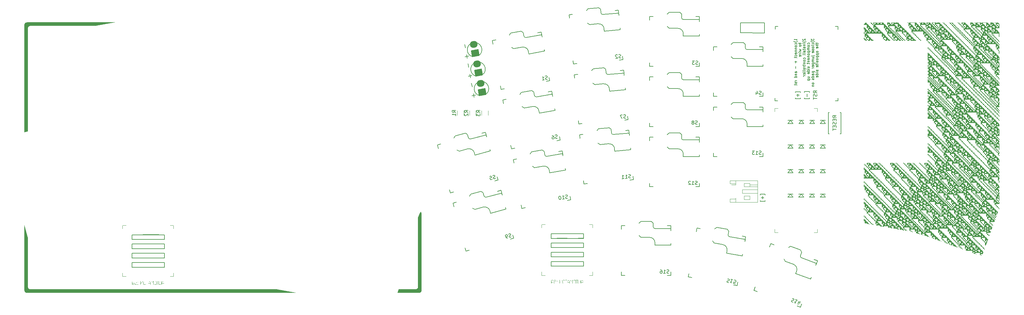
<source format=gbr>
%TF.GenerationSoftware,KiCad,Pcbnew,(6.0.8)*%
%TF.CreationDate,2023-01-01T21:59:57+01:00*%
%TF.ProjectId,rule169,72756c65-3136-4392-9e6b-696361645f70,v1.0.0*%
%TF.SameCoordinates,Original*%
%TF.FileFunction,Legend,Bot*%
%TF.FilePolarity,Positive*%
%FSLAX46Y46*%
G04 Gerber Fmt 4.6, Leading zero omitted, Abs format (unit mm)*
G04 Created by KiCad (PCBNEW (6.0.8)) date 2023-01-01 21:59:57*
%MOMM*%
%LPD*%
G01*
G04 APERTURE LIST*
G04 Aperture macros list*
%AMHorizOval*
0 Thick line with rounded ends*
0 $1 width*
0 $2 $3 position (X,Y) of the first rounded end (center of the circle)*
0 $4 $5 position (X,Y) of the second rounded end (center of the circle)*
0 Add line between two ends*
20,1,$1,$2,$3,$4,$5,0*
0 Add two circle primitives to create the rounded ends*
1,1,$1,$2,$3*
1,1,$1,$4,$5*%
%AMRotRect*
0 Rectangle, with rotation*
0 The origin of the aperture is its center*
0 $1 length*
0 $2 width*
0 $3 Rotation angle, in degrees counterclockwise*
0 Add horizontal line*
21,1,$1,$2,0,0,$3*%
G04 Aperture macros list end*
%ADD10C,0.000000*%
%ADD11C,0.130000*%
%ADD12C,0.150000*%
%ADD13C,0.200000*%
%ADD14C,0.203200*%
%ADD15C,0.120000*%
%ADD16C,0.100000*%
%ADD17HorizOval,1.905000X-0.125071X-0.022053X0.125071X0.022053X0*%
%ADD18RotRect,1.905000X2.159000X100.000000*%
G04 APERTURE END LIST*
D10*
G36*
X287397864Y-69160221D02*
G01*
X287698768Y-69160221D01*
X287698768Y-69460434D01*
X287999701Y-69460434D01*
X287999700Y-69760997D01*
X287698767Y-69760997D01*
X287698767Y-69460788D01*
X287397834Y-69460788D01*
X287397834Y-69160221D01*
X287097296Y-69160221D01*
X287097297Y-68859653D01*
X287097631Y-68859653D01*
X287097632Y-68859302D01*
X287397863Y-68859302D01*
X287397864Y-69160221D01*
G37*
G36*
X62701587Y-86781078D02*
G01*
X62789787Y-86869274D01*
X62790138Y-88174549D01*
X62701945Y-88262745D01*
X59651473Y-88263805D01*
X56603119Y-88263446D01*
X53555121Y-88263805D01*
X53466926Y-88175609D01*
X53466599Y-86957470D01*
X53642967Y-86957470D01*
X53643318Y-88087421D01*
X56603119Y-88087062D01*
X59651473Y-88087421D01*
X62613746Y-88086361D01*
X62613395Y-86957470D01*
X53642967Y-86957470D01*
X53466599Y-86957470D01*
X53466575Y-86869274D01*
X53554767Y-86781078D01*
X59651123Y-86780376D01*
X62701587Y-86781078D01*
G37*
G36*
X260347219Y-76974602D02*
G01*
X260094275Y-76974602D01*
X260094611Y-76674034D01*
X260347219Y-76674034D01*
X260347219Y-76974602D01*
G37*
G36*
X289201575Y-31889600D02*
G01*
X289502173Y-31889600D01*
X289502508Y-31889600D01*
X289502509Y-32190163D01*
X289802314Y-32190163D01*
X289802314Y-31889600D01*
X289502508Y-31889600D01*
X289502173Y-31889600D01*
X289502172Y-31589037D01*
X289802680Y-31589037D01*
X289802741Y-31889600D01*
X290102881Y-31889600D01*
X290102881Y-32190163D01*
X289802710Y-32190163D01*
X289802711Y-32490734D01*
X289502143Y-32490734D01*
X289502173Y-32190163D01*
X289201575Y-32190163D01*
X289201575Y-31889600D01*
G37*
G36*
X274173270Y-66755337D02*
G01*
X274473868Y-66755337D01*
X274473868Y-67055903D01*
X274473838Y-67055904D01*
X274473838Y-67056255D01*
X274172935Y-67056255D01*
X274172935Y-66755337D01*
X273872717Y-66755337D01*
X273872718Y-66598350D01*
X274173270Y-66598350D01*
X274173270Y-66755337D01*
G37*
G36*
X292507910Y-65252869D02*
G01*
X292808112Y-65252869D01*
X292808112Y-65553081D01*
X293109046Y-65553081D01*
X293109046Y-65854000D01*
X292808112Y-65854000D01*
X292808112Y-65553435D01*
X292507545Y-65553436D01*
X292507545Y-65252869D01*
X292207343Y-65252869D01*
X292207343Y-64952297D01*
X292507911Y-64952297D01*
X292507910Y-65252869D01*
G37*
G36*
X267260290Y-74269863D02*
G01*
X267560508Y-74269863D01*
X267560508Y-74570076D01*
X267861442Y-74570076D01*
X267861441Y-74870643D01*
X268162330Y-74870643D01*
X268162330Y-75171207D01*
X268161979Y-75171207D01*
X268161979Y-75171562D01*
X267861426Y-75171562D01*
X267861426Y-74870643D01*
X267560508Y-74870643D01*
X267560508Y-74570427D01*
X267259940Y-74570427D01*
X267259940Y-74269863D01*
X266959722Y-74269863D01*
X266959678Y-73969292D01*
X266959723Y-73969292D01*
X266959723Y-73968944D01*
X267260290Y-73968944D01*
X267260290Y-74269863D01*
G37*
G36*
X288900671Y-43912264D02*
G01*
X289201606Y-43912264D01*
X289201605Y-44212829D01*
X289502173Y-44212829D01*
X289502173Y-44513401D01*
X289201239Y-44513400D01*
X289201239Y-44212829D01*
X288900671Y-44212829D01*
X288900672Y-43912267D01*
X288600104Y-43912267D01*
X288600104Y-43612054D01*
X288600471Y-43612054D01*
X288600471Y-43611700D01*
X288900672Y-43611700D01*
X288900671Y-43912264D01*
G37*
G36*
X291005378Y-44513393D02*
G01*
X291005072Y-44513393D01*
X291005072Y-44513405D01*
X290704444Y-44513405D01*
X290704444Y-44212839D01*
X291005378Y-44212839D01*
X291005378Y-44513393D01*
G37*
G36*
X298218238Y-79379135D02*
G01*
X298353034Y-79379135D01*
X298243995Y-79680054D01*
X298218238Y-79680054D01*
X298218238Y-79379490D01*
X297917700Y-79379490D01*
X297917700Y-79078571D01*
X298218238Y-79078571D01*
X298218238Y-79379135D01*
G37*
G36*
X294010657Y-59241176D02*
G01*
X294010352Y-59241176D01*
X294010352Y-59241527D01*
X293710090Y-59241527D01*
X293710090Y-58940956D01*
X294010657Y-58940956D01*
X294010657Y-59241176D01*
G37*
G36*
X282288581Y-60443432D02*
G01*
X282288215Y-60443432D01*
X282288215Y-60443783D01*
X281988012Y-60443783D01*
X281988013Y-60142864D01*
X282288580Y-60142864D01*
X282288581Y-60443432D01*
G37*
G36*
X264254599Y-27080527D02*
G01*
X264254554Y-27080527D01*
X264254554Y-27080890D01*
X263954032Y-27080890D01*
X263954032Y-26950012D01*
X264254599Y-26950012D01*
X264254599Y-27080527D01*
G37*
G36*
X263353248Y-70361790D02*
G01*
X263352911Y-70361790D01*
X263352912Y-70362141D01*
X263052314Y-70362141D01*
X263052314Y-70061573D01*
X263353248Y-70061573D01*
X263353248Y-70361790D01*
G37*
G36*
X285895392Y-46016237D02*
G01*
X285594825Y-46016237D01*
X285594825Y-45716024D01*
X285595160Y-45716024D01*
X285595160Y-45715669D01*
X285895391Y-45715669D01*
X285895392Y-46016237D01*
G37*
G36*
X288600440Y-37600370D02*
G01*
X288299871Y-37600370D01*
X288299872Y-37299808D01*
X288300238Y-37299808D01*
X288300238Y-37299799D01*
X288600440Y-37299799D01*
X288600440Y-37600370D01*
G37*
G36*
X287097662Y-27381122D02*
G01*
X286797095Y-27381122D01*
X286797095Y-27080551D01*
X287097663Y-27080551D01*
X287097662Y-27381122D01*
G37*
G36*
X296415167Y-51426803D02*
G01*
X296114600Y-51426803D01*
X296114599Y-51126232D01*
X296415168Y-51126232D01*
X296415167Y-51426803D01*
G37*
G36*
X261248923Y-70362133D02*
G01*
X260947638Y-70362133D01*
X260947638Y-70061584D01*
X260947958Y-70061584D01*
X260947959Y-70061569D01*
X261248923Y-70061569D01*
X261248923Y-70362133D01*
G37*
G36*
X283490455Y-38802631D02*
G01*
X283490455Y-38502067D01*
X283190284Y-38502067D01*
X283190283Y-38201506D01*
X283490485Y-38201506D01*
X283490485Y-37900941D01*
X283190253Y-37900941D01*
X283190253Y-38201513D01*
X282889685Y-38201513D01*
X282889685Y-37900957D01*
X282890174Y-37900957D01*
X282890173Y-37900941D01*
X283189978Y-37900941D01*
X283189978Y-37600370D01*
X283490545Y-37600370D01*
X283490546Y-37900941D01*
X283791419Y-37900941D01*
X283791419Y-38201506D01*
X283490851Y-38201506D01*
X283490851Y-38502067D01*
X283791387Y-38502067D01*
X283791388Y-38802631D01*
X284091956Y-38802631D01*
X284091956Y-38502085D01*
X284092443Y-38502085D01*
X284092444Y-38502075D01*
X284392523Y-38502075D01*
X284392524Y-38802646D01*
X284092260Y-38802646D01*
X284092261Y-39103193D01*
X283791327Y-39103193D01*
X283791327Y-38802646D01*
X284091956Y-38802646D01*
X284092260Y-38802646D01*
X284092261Y-38802631D01*
X284091956Y-38802631D01*
X284091956Y-38802646D01*
X283791327Y-38802646D01*
X283791327Y-38802631D01*
X283490455Y-38802631D01*
G37*
G36*
X292507850Y-29184500D02*
G01*
X292207312Y-29184500D01*
X292207312Y-28883938D01*
X292507850Y-28883938D01*
X292507850Y-29184500D01*
G37*
G36*
X260347219Y-81784015D02*
G01*
X260647422Y-81784015D01*
X260647421Y-82084232D01*
X260947989Y-82084232D01*
X260947989Y-82385151D01*
X261248923Y-82385151D01*
X261248922Y-82685718D01*
X260947638Y-82685718D01*
X260947638Y-82385151D01*
X260647421Y-82385151D01*
X260647422Y-82084583D01*
X260346853Y-82084583D01*
X260346854Y-81784015D01*
X260093223Y-81784015D01*
X260093223Y-81483097D01*
X260347220Y-81483097D01*
X260347219Y-81784015D01*
G37*
G36*
X272670065Y-81182537D02*
G01*
X272970999Y-81182537D01*
X272971000Y-81483097D01*
X272670066Y-81483097D01*
X272670066Y-81182884D01*
X272369513Y-81182884D01*
X272369513Y-80882328D01*
X272369864Y-80882328D01*
X272369863Y-80882320D01*
X272670066Y-80882320D01*
X272670065Y-81182537D01*
G37*
G36*
X297617469Y-31589045D02*
G01*
X297316535Y-31589045D01*
X297316534Y-31288829D01*
X297316932Y-31288829D01*
X297316932Y-31288474D01*
X297617469Y-31288474D01*
X297617469Y-31589045D01*
G37*
G36*
X297015967Y-74870983D02*
G01*
X297316534Y-74870983D01*
X297316901Y-74870983D01*
X297316901Y-74870640D01*
X297316535Y-74870640D01*
X297316534Y-74870983D01*
X297015967Y-74870983D01*
X297015967Y-74870640D01*
X297316535Y-74870640D01*
X297316535Y-74570419D01*
X297617438Y-74570419D01*
X297617438Y-74870636D01*
X297918006Y-74870636D01*
X297918006Y-75171554D01*
X297617803Y-75171554D01*
X297617803Y-75471763D01*
X297316901Y-75471763D01*
X297316901Y-75171557D01*
X297015966Y-75171558D01*
X297015967Y-75171554D01*
X297617438Y-75171554D01*
X297617803Y-75171554D01*
X297617803Y-75171200D01*
X297617438Y-75171200D01*
X297617438Y-75171554D01*
X297015967Y-75171554D01*
X297015966Y-75171200D01*
X297316900Y-75171200D01*
X297617438Y-75171200D01*
X297617437Y-74870983D01*
X297316901Y-74870983D01*
X297316900Y-75171200D01*
X297015966Y-75171200D01*
X297015967Y-74870983D01*
G37*
G36*
X276577825Y-69159874D02*
G01*
X276878760Y-69159874D01*
X276878760Y-69460434D01*
X276878394Y-69460434D01*
X276878393Y-69460441D01*
X276577826Y-69460441D01*
X276577825Y-69160228D01*
X276277259Y-69160228D01*
X276277259Y-68859310D01*
X276577826Y-68859310D01*
X276577825Y-69159874D01*
G37*
G36*
X283490850Y-49623041D02*
G01*
X283190284Y-49623041D01*
X283190283Y-49322473D01*
X283490851Y-49322473D01*
X283490850Y-49623041D01*
G37*
G36*
X297316901Y-76072902D02*
G01*
X297015967Y-76072901D01*
X297015966Y-75772686D01*
X297016364Y-75772685D01*
X297016364Y-75772339D01*
X297316901Y-75772339D01*
X297316901Y-76072902D01*
G37*
G36*
X284693122Y-29184500D02*
G01*
X284692786Y-29184500D01*
X284692786Y-29184509D01*
X284392554Y-29184509D01*
X284392554Y-28883938D01*
X284693121Y-28883938D01*
X284693122Y-29184500D01*
G37*
G36*
X292808417Y-29485063D02*
G01*
X293109015Y-29485063D01*
X293109015Y-29785635D01*
X292808080Y-29785635D01*
X292808081Y-29485063D01*
X292507849Y-29485063D01*
X292507850Y-29184500D01*
X292808416Y-29184500D01*
X292808417Y-29485063D01*
G37*
G36*
X287698768Y-36698673D02*
G01*
X287698737Y-36698673D01*
X287698737Y-36699028D01*
X287397834Y-36699028D01*
X287397833Y-36398458D01*
X287698767Y-36398458D01*
X287698768Y-36698673D01*
G37*
G36*
X294311225Y-72165535D02*
G01*
X294311194Y-72165535D01*
X294311193Y-72165886D01*
X294010290Y-72165886D01*
X294010291Y-71865318D01*
X294311224Y-71865318D01*
X294311225Y-72165535D01*
G37*
G36*
X293108985Y-34594700D02*
G01*
X293409888Y-34594700D01*
X293409888Y-34895262D01*
X293409521Y-34895262D01*
X293409522Y-34895271D01*
X293108985Y-34895271D01*
X293108985Y-34595055D01*
X292808021Y-34595055D01*
X292808021Y-34294491D01*
X293108985Y-34294491D01*
X293108985Y-34594700D01*
G37*
G36*
X297316932Y-31288474D02*
G01*
X297316534Y-31288474D01*
X297316534Y-31288829D01*
X297015967Y-31288829D01*
X297015967Y-30988267D01*
X297316932Y-30988267D01*
X297316932Y-31288474D01*
G37*
G36*
X291906684Y-78778354D02*
G01*
X291606115Y-78778354D01*
X291606116Y-78477436D01*
X291906683Y-78477436D01*
X291906684Y-78778354D01*
G37*
G36*
X260647772Y-77275169D02*
G01*
X260647422Y-77275169D01*
X260647422Y-77275520D01*
X260347220Y-77275520D01*
X260347219Y-76974602D01*
X260647773Y-76974602D01*
X260647772Y-77275169D01*
G37*
G36*
X287397895Y-60142864D02*
G01*
X287397864Y-60142864D01*
X287397864Y-60143219D01*
X287097327Y-60143219D01*
X287097327Y-59842663D01*
X287097571Y-59842663D01*
X287097571Y-59842651D01*
X287397895Y-59842651D01*
X287397895Y-60142864D01*
G37*
G36*
X283190223Y-48120550D02*
G01*
X282889655Y-48120550D01*
X282889654Y-47819990D01*
X282890052Y-47819990D01*
X282890052Y-47819982D01*
X283190222Y-47819982D01*
X283190223Y-48120550D01*
G37*
G36*
X298218299Y-68258163D02*
G01*
X297917731Y-68258163D01*
X297917731Y-67957950D01*
X297918036Y-67957950D01*
X297918036Y-67957596D01*
X298218299Y-67957596D01*
X298218299Y-68258163D01*
G37*
G36*
X290102942Y-41808302D02*
G01*
X289802404Y-41808302D01*
X289802404Y-41507738D01*
X289802741Y-41507738D01*
X289802741Y-41507730D01*
X290102941Y-41507730D01*
X290102942Y-41808302D01*
G37*
G36*
X286195899Y-71865318D02*
G01*
X285895392Y-71865318D01*
X285895392Y-71865314D01*
X285894965Y-71865314D01*
X285894964Y-71565113D01*
X285895331Y-71565113D01*
X285895331Y-71564758D01*
X286195899Y-71564758D01*
X286195899Y-71865318D01*
G37*
G36*
X295212958Y-36698673D02*
G01*
X295212928Y-36698673D01*
X295212928Y-36699020D01*
X294912391Y-36699020D01*
X294912390Y-36398458D01*
X294912696Y-36398458D01*
X294912696Y-36398449D01*
X295212957Y-36398449D01*
X295212958Y-36698673D01*
G37*
G36*
X294010657Y-35496405D02*
G01*
X294311225Y-35496405D01*
X294311225Y-35195834D01*
X294612128Y-35195834D01*
X294612128Y-35496405D01*
X294912390Y-35496405D01*
X294912391Y-35796968D01*
X294612189Y-35796968D01*
X294612189Y-36097539D01*
X294311225Y-36097539D01*
X294311225Y-35796968D01*
X294311622Y-35796968D01*
X294611822Y-35796968D01*
X294611823Y-35496405D01*
X294311622Y-35496405D01*
X294311622Y-35796968D01*
X294311225Y-35796968D01*
X294010657Y-35796968D01*
X294010657Y-35496405D01*
G37*
G36*
X280485174Y-42109211D02*
G01*
X280485144Y-42109211D01*
X280485145Y-42109228D01*
X280184608Y-42109228D01*
X280184608Y-41808657D01*
X280485174Y-41808657D01*
X280485174Y-42109211D01*
G37*
G36*
X279282934Y-62246838D02*
G01*
X278982368Y-62246838D01*
X278982367Y-61946270D01*
X279282935Y-61946270D01*
X279282934Y-62246838D01*
G37*
G36*
X295212927Y-73067234D02*
G01*
X295513465Y-73067234D01*
X295513465Y-73367798D01*
X295814063Y-73367798D01*
X295814063Y-73668716D01*
X295513160Y-73668716D01*
X295513160Y-73367798D01*
X295212927Y-73367798D01*
X295212928Y-73067592D01*
X294912360Y-73067592D01*
X294912360Y-72766674D01*
X295212928Y-72766673D01*
X295212927Y-73067234D01*
G37*
G36*
X281086310Y-59241165D02*
G01*
X281387214Y-59241165D01*
X281387214Y-59542080D01*
X281687445Y-59542080D01*
X281687445Y-59842296D01*
X281988012Y-59842296D01*
X281988013Y-60142864D01*
X281687445Y-60142864D01*
X281687445Y-59842651D01*
X281386878Y-59842651D01*
X281386877Y-59542080D01*
X281086280Y-59542080D01*
X281086280Y-59241165D01*
X280785376Y-59241165D01*
X280785376Y-58940952D01*
X280785712Y-58940952D01*
X280785712Y-58940597D01*
X281086310Y-58940597D01*
X281086310Y-59241165D01*
G37*
G36*
X283190283Y-50825310D02*
G01*
X282889715Y-50825310D01*
X282889715Y-50524742D01*
X283190284Y-50524742D01*
X283190283Y-50825310D01*
G37*
G36*
X61808944Y-99934042D02*
G01*
X61810109Y-99934116D01*
X61811257Y-99934245D01*
X61812391Y-99934424D01*
X61813507Y-99934658D01*
X61814606Y-99934946D01*
X61815688Y-99935291D01*
X61816756Y-99935691D01*
X61817805Y-99936151D01*
X61818838Y-99936669D01*
X61819856Y-99937247D01*
X61820856Y-99937886D01*
X61821840Y-99938587D01*
X61822806Y-99939352D01*
X61823757Y-99940180D01*
X61824691Y-99941074D01*
X61825580Y-99941950D01*
X61826399Y-99942858D01*
X61827145Y-99943798D01*
X61827823Y-99944767D01*
X61828437Y-99945765D01*
X61828985Y-99946791D01*
X61829471Y-99947843D01*
X61829896Y-99948922D01*
X61830264Y-99950025D01*
X61830576Y-99951152D01*
X61830835Y-99952302D01*
X61831041Y-99953473D01*
X61831199Y-99954666D01*
X61831308Y-99955877D01*
X61831372Y-99957107D01*
X61831394Y-99958355D01*
X61831394Y-100757046D01*
X61831373Y-100758286D01*
X61831308Y-100759496D01*
X61831198Y-100760675D01*
X61831042Y-100761826D01*
X61830835Y-100762950D01*
X61830577Y-100764048D01*
X61830263Y-100765123D01*
X61829897Y-100766175D01*
X61829471Y-100767207D01*
X61828984Y-100768219D01*
X61828437Y-100769215D01*
X61827824Y-100770194D01*
X61827146Y-100771159D01*
X61826399Y-100772111D01*
X61825581Y-100773051D01*
X61824690Y-100773983D01*
X61664882Y-100933781D01*
X61663948Y-100934675D01*
X61662997Y-100935503D01*
X61662030Y-100936268D01*
X61661047Y-100936969D01*
X61660047Y-100937608D01*
X61659030Y-100938186D01*
X61657996Y-100938704D01*
X61656946Y-100939163D01*
X61655879Y-100939564D01*
X61654797Y-100939908D01*
X61653698Y-100940197D01*
X61652581Y-100940430D01*
X61651449Y-100940610D01*
X61650299Y-100940737D01*
X61649134Y-100940813D01*
X61647953Y-100940838D01*
X61328338Y-100940837D01*
X61327150Y-100940813D01*
X61325975Y-100940737D01*
X61324809Y-100940610D01*
X61323657Y-100940430D01*
X61322519Y-100940197D01*
X61321397Y-100939908D01*
X61320292Y-100939564D01*
X61319206Y-100939163D01*
X61318142Y-100938704D01*
X61317100Y-100938186D01*
X61316082Y-100937608D01*
X61315088Y-100936969D01*
X61314122Y-100936268D01*
X61313184Y-100935503D01*
X61312277Y-100934675D01*
X61311400Y-100933781D01*
X61151596Y-100773983D01*
X61150701Y-100773051D01*
X61149872Y-100772111D01*
X61149108Y-100771159D01*
X61148407Y-100770194D01*
X61147768Y-100769215D01*
X61147190Y-100768219D01*
X61146672Y-100767207D01*
X61146213Y-100766175D01*
X61145812Y-100765123D01*
X61145468Y-100764048D01*
X61145179Y-100762950D01*
X61144946Y-100761826D01*
X61144766Y-100760675D01*
X61144639Y-100759496D01*
X61144563Y-100758286D01*
X61144538Y-100757046D01*
X61144538Y-99958355D01*
X61144563Y-99957107D01*
X61144639Y-99955877D01*
X61144766Y-99954666D01*
X61144946Y-99953473D01*
X61145178Y-99952302D01*
X61145467Y-99951152D01*
X61145811Y-99950025D01*
X61146213Y-99948922D01*
X61146671Y-99947843D01*
X61147190Y-99946791D01*
X61147768Y-99945765D01*
X61148407Y-99944767D01*
X61149109Y-99943798D01*
X61149873Y-99942858D01*
X61150702Y-99941950D01*
X61151595Y-99941074D01*
X61152472Y-99940180D01*
X61153379Y-99939352D01*
X61154317Y-99938587D01*
X61155282Y-99937886D01*
X61156275Y-99937247D01*
X61157293Y-99936669D01*
X61158336Y-99936151D01*
X61159400Y-99935691D01*
X61160484Y-99935290D01*
X61161588Y-99934946D01*
X61162709Y-99934658D01*
X61163846Y-99934424D01*
X61164999Y-99934245D01*
X61166162Y-99934117D01*
X61167338Y-99934042D01*
X61168525Y-99934017D01*
X61169707Y-99934042D01*
X61170872Y-99934117D01*
X61172021Y-99934245D01*
X61173151Y-99934424D01*
X61174261Y-99934658D01*
X61175354Y-99934946D01*
X61176427Y-99935291D01*
X61177479Y-99935691D01*
X61178510Y-99936151D01*
X61179521Y-99936669D01*
X61180509Y-99937247D01*
X61181475Y-99937886D01*
X61182419Y-99938587D01*
X61183339Y-99939352D01*
X61184236Y-99940180D01*
X61185108Y-99941074D01*
X61186004Y-99941950D01*
X61186843Y-99942858D01*
X61187624Y-99943797D01*
X61188348Y-99944767D01*
X61189012Y-99945765D01*
X61189621Y-99946791D01*
X61190171Y-99947843D01*
X61190663Y-99948922D01*
X61191097Y-99950024D01*
X61191472Y-99951152D01*
X61191792Y-99952302D01*
X61192053Y-99953473D01*
X61192255Y-99954666D01*
X61192400Y-99955877D01*
X61192487Y-99957107D01*
X61192516Y-99958354D01*
X61192516Y-100747524D01*
X61337860Y-100893215D01*
X61638426Y-100893215D01*
X61783771Y-100747524D01*
X61783771Y-99958355D01*
X61783799Y-99957107D01*
X61783885Y-99955877D01*
X61784028Y-99954666D01*
X61784228Y-99953473D01*
X61784484Y-99952302D01*
X61784795Y-99951152D01*
X61785159Y-99950025D01*
X61785580Y-99948922D01*
X61786054Y-99947843D01*
X61786580Y-99946791D01*
X61787160Y-99945765D01*
X61787791Y-99944767D01*
X61788474Y-99943798D01*
X61789208Y-99942858D01*
X61789993Y-99941950D01*
X61790828Y-99941074D01*
X61791757Y-99940180D01*
X61792698Y-99939352D01*
X61793650Y-99938587D01*
X61794613Y-99937886D01*
X61795592Y-99937247D01*
X61796588Y-99936669D01*
X61797600Y-99936151D01*
X61798632Y-99935691D01*
X61799684Y-99935291D01*
X61800759Y-99934946D01*
X61801858Y-99934658D01*
X61802981Y-99934424D01*
X61804133Y-99934245D01*
X61805311Y-99934117D01*
X61806521Y-99934042D01*
X61807762Y-99934017D01*
X61808944Y-99934042D01*
G37*
G36*
X278381536Y-29184509D02*
G01*
X278080268Y-29184509D01*
X278080268Y-28883938D01*
X278381537Y-28883938D01*
X278381536Y-29184509D01*
G37*
G36*
X285594794Y-83887981D02*
G01*
X285293891Y-83887981D01*
X285293891Y-83587417D01*
X285294227Y-83587417D01*
X285294226Y-83587063D01*
X285594794Y-83587063D01*
X285594794Y-83887981D01*
G37*
G36*
X261249258Y-77875946D02*
G01*
X261248908Y-77875946D01*
X261248908Y-77876300D01*
X260947989Y-77876300D01*
X260947989Y-77575733D01*
X261249259Y-77575733D01*
X261249258Y-77875946D01*
G37*
G36*
X276277273Y-72766666D02*
G01*
X275976354Y-72766666D01*
X275976355Y-72465748D01*
X276277274Y-72465748D01*
X276277273Y-72766666D01*
G37*
G36*
X282288581Y-58038902D02*
G01*
X281988013Y-58038902D01*
X281988012Y-57737983D01*
X282288581Y-57737983D01*
X282288581Y-58038902D01*
G37*
G36*
X288600471Y-28283150D02*
G01*
X288300237Y-28283150D01*
X288300238Y-28583722D01*
X287999670Y-28583722D01*
X287999671Y-28283167D01*
X287999731Y-28283167D01*
X287999732Y-28283150D01*
X288299903Y-28283150D01*
X288299903Y-27982240D01*
X288299994Y-27982240D01*
X288299994Y-27982232D01*
X288600471Y-27982232D01*
X288600471Y-28283150D01*
G37*
G36*
X291606544Y-29184500D02*
G01*
X291906745Y-29184500D01*
X291906745Y-29485063D01*
X292207679Y-29485063D01*
X292207679Y-29785626D01*
X292207312Y-29785626D01*
X292207311Y-29785635D01*
X291906744Y-29785635D01*
X291906745Y-29485072D01*
X291606177Y-29485072D01*
X291606176Y-29184500D01*
X291305610Y-29184500D01*
X291305610Y-28883938D01*
X291606544Y-28883937D01*
X291606544Y-29184500D01*
G37*
G36*
X171873333Y-99826332D02*
G01*
X171873420Y-99825071D01*
X171873563Y-99823846D01*
X171873766Y-99822656D01*
X171874028Y-99821499D01*
X171874346Y-99820373D01*
X171874722Y-99819275D01*
X171875157Y-99818204D01*
X171875648Y-99817158D01*
X171876198Y-99816134D01*
X171876805Y-99815132D01*
X171877472Y-99814148D01*
X171878195Y-99813181D01*
X171878975Y-99812228D01*
X171879815Y-99811289D01*
X171880711Y-99810360D01*
X172040521Y-99650547D01*
X172041392Y-99649657D01*
X172042290Y-99648840D01*
X172043212Y-99648093D01*
X172044159Y-99647415D01*
X172045130Y-99646802D01*
X172046127Y-99646255D01*
X172047148Y-99645769D01*
X172048193Y-99645344D01*
X172049264Y-99644976D01*
X172050359Y-99644664D01*
X172051481Y-99644406D01*
X172052626Y-99644200D01*
X172053795Y-99644043D01*
X172054990Y-99643933D01*
X172056209Y-99643869D01*
X172057453Y-99643848D01*
X172296640Y-99643848D01*
X172297884Y-99643869D01*
X172299103Y-99643933D01*
X172300297Y-99644043D01*
X172301468Y-99644200D01*
X172302613Y-99644406D01*
X172303733Y-99644664D01*
X172304828Y-99644976D01*
X172305898Y-99645344D01*
X172306944Y-99645769D01*
X172307964Y-99646255D01*
X172308961Y-99646802D01*
X172309932Y-99647415D01*
X172310879Y-99648093D01*
X172311800Y-99648840D01*
X172312697Y-99649657D01*
X172313569Y-99650547D01*
X172473379Y-99810360D01*
X172474276Y-99811289D01*
X172475115Y-99812228D01*
X172475897Y-99813181D01*
X172476621Y-99814148D01*
X172477286Y-99815132D01*
X172477895Y-99816133D01*
X172478444Y-99817158D01*
X172478936Y-99818204D01*
X172479370Y-99819275D01*
X172479747Y-99820373D01*
X172480066Y-99821499D01*
X172480327Y-99822656D01*
X172480530Y-99823846D01*
X172480674Y-99825071D01*
X172480762Y-99826332D01*
X172480791Y-99827633D01*
X172480791Y-100146900D01*
X172480762Y-100148141D01*
X172480674Y-100149351D01*
X172480530Y-100150530D01*
X172480327Y-100151682D01*
X172480066Y-100152806D01*
X172479748Y-100153905D01*
X172479371Y-100154980D01*
X172478937Y-100156033D01*
X172478445Y-100157064D01*
X172477895Y-100158077D01*
X172477287Y-100159072D01*
X172476620Y-100160051D01*
X172475897Y-100161016D01*
X172475115Y-100161967D01*
X172474275Y-100162907D01*
X172473379Y-100163837D01*
X172313569Y-100323643D01*
X172312696Y-100324535D01*
X172311801Y-100325363D01*
X172310879Y-100326127D01*
X172309932Y-100326828D01*
X172308961Y-100327467D01*
X172307964Y-100328045D01*
X172306944Y-100328563D01*
X172305898Y-100329022D01*
X172304828Y-100329424D01*
X172303732Y-100329768D01*
X172302612Y-100330057D01*
X172301467Y-100330291D01*
X172300298Y-100330471D01*
X172299104Y-100330599D01*
X172297884Y-100330675D01*
X172296640Y-100330700D01*
X172057453Y-100330700D01*
X172056209Y-100330675D01*
X172054990Y-100330599D01*
X172053796Y-100330471D01*
X172052625Y-100330291D01*
X172051481Y-100330057D01*
X172050360Y-100329768D01*
X172049265Y-100329424D01*
X172048194Y-100329022D01*
X172047148Y-100328562D01*
X172046127Y-100328045D01*
X172045130Y-100327467D01*
X172044158Y-100326828D01*
X172043212Y-100326127D01*
X172042290Y-100325363D01*
X172041393Y-100324535D01*
X172040521Y-100323643D01*
X171921281Y-100204403D01*
X171921281Y-100456989D01*
X172066624Y-100602695D01*
X172287465Y-100602695D01*
X172440216Y-100449940D01*
X172441090Y-100449047D01*
X172441986Y-100448219D01*
X172442905Y-100447455D01*
X172443846Y-100446754D01*
X172444807Y-100446116D01*
X172445788Y-100445537D01*
X172446787Y-100445019D01*
X172447802Y-100444560D01*
X172448836Y-100444159D01*
X172449884Y-100443814D01*
X172450948Y-100443524D01*
X172452025Y-100443291D01*
X172453113Y-100443111D01*
X172454213Y-100442983D01*
X172455325Y-100442907D01*
X172456445Y-100442882D01*
X172457690Y-100442907D01*
X172458910Y-100442982D01*
X172460105Y-100443111D01*
X172461275Y-100443291D01*
X172462421Y-100443525D01*
X172463541Y-100443814D01*
X172464635Y-100444159D01*
X172465707Y-100444560D01*
X172466752Y-100445019D01*
X172467773Y-100445537D01*
X172468770Y-100446116D01*
X172469742Y-100446754D01*
X172470688Y-100447455D01*
X172471610Y-100448219D01*
X172472505Y-100449047D01*
X172473379Y-100449940D01*
X172474276Y-100450812D01*
X172475114Y-100451709D01*
X172475897Y-100452631D01*
X172476621Y-100453577D01*
X172477287Y-100454549D01*
X172477894Y-100455545D01*
X172478444Y-100456567D01*
X172478936Y-100457613D01*
X172479370Y-100458684D01*
X172479747Y-100459780D01*
X172480065Y-100460900D01*
X172480327Y-100462046D01*
X172480530Y-100463216D01*
X172480675Y-100464412D01*
X172480761Y-100465632D01*
X172480791Y-100466877D01*
X172480762Y-100468057D01*
X172480675Y-100469221D01*
X172480530Y-100470368D01*
X172480327Y-100471496D01*
X172480066Y-100472606D01*
X172479747Y-100473697D01*
X172479370Y-100474769D01*
X172478936Y-100475820D01*
X172478444Y-100476852D01*
X172477894Y-100477861D01*
X172477287Y-100478850D01*
X172476621Y-100479816D01*
X172475897Y-100480759D01*
X172475114Y-100481679D01*
X172474275Y-100482576D01*
X172473379Y-100483448D01*
X172313569Y-100643261D01*
X172312697Y-100644155D01*
X172311801Y-100644984D01*
X172310879Y-100645748D01*
X172309932Y-100646449D01*
X172308961Y-100647088D01*
X172307965Y-100647666D01*
X172306943Y-100648184D01*
X172305897Y-100648643D01*
X172304827Y-100649044D01*
X172303733Y-100649388D01*
X172302613Y-100649677D01*
X172301468Y-100649910D01*
X172300298Y-100650089D01*
X172299104Y-100650217D01*
X172297884Y-100650293D01*
X172296640Y-100650318D01*
X172057454Y-100650318D01*
X172056210Y-100650293D01*
X172054991Y-100650217D01*
X172053796Y-100650090D01*
X172052626Y-100649910D01*
X172051480Y-100649677D01*
X172050360Y-100649389D01*
X172049265Y-100649044D01*
X172048194Y-100648643D01*
X172047148Y-100648184D01*
X172046127Y-100647666D01*
X172045130Y-100647088D01*
X172044159Y-100646449D01*
X172043211Y-100645748D01*
X172042289Y-100644984D01*
X172041393Y-100644155D01*
X172040520Y-100643261D01*
X171880712Y-100483448D01*
X171879814Y-100482576D01*
X171878976Y-100481679D01*
X171878195Y-100480759D01*
X171877472Y-100479816D01*
X171876806Y-100478850D01*
X171876199Y-100477861D01*
X171875649Y-100476852D01*
X171875157Y-100475820D01*
X171874722Y-100474769D01*
X171874346Y-100473696D01*
X171874027Y-100472606D01*
X171873767Y-100471496D01*
X171873564Y-100470368D01*
X171873420Y-100469221D01*
X171873333Y-100468057D01*
X171873303Y-100466877D01*
X171873304Y-100137729D01*
X171921281Y-100137729D01*
X172066625Y-100283077D01*
X172287465Y-100283077D01*
X172432809Y-100137729D01*
X172432808Y-99836811D01*
X172287465Y-99691471D01*
X172066625Y-99691471D01*
X171921281Y-99836811D01*
X171921281Y-100137729D01*
X171873304Y-100137729D01*
X171873303Y-99827633D01*
X171873333Y-99826332D01*
G37*
G36*
X282288550Y-35796960D02*
G01*
X282288215Y-35796960D01*
X282288215Y-35796984D01*
X281987983Y-35796984D01*
X281988013Y-35496413D01*
X282288549Y-35496413D01*
X282288550Y-35796960D01*
G37*
G36*
X261850043Y-76373115D02*
G01*
X262150976Y-76373115D01*
X262150977Y-76674034D01*
X262451147Y-76674034D01*
X262451148Y-76974602D01*
X262150596Y-76974602D01*
X262150596Y-76674034D01*
X261850043Y-76674034D01*
X261850043Y-76373466D01*
X261549476Y-76373466D01*
X261549476Y-76072902D01*
X261850043Y-76072902D01*
X261850043Y-76373115D01*
G37*
G36*
X285294257Y-29785642D02*
G01*
X284993720Y-29785642D01*
X284993720Y-29485072D01*
X285294257Y-29485072D01*
X285294257Y-29785642D01*
G37*
G36*
X278080634Y-39103203D02*
G01*
X278080297Y-39103203D01*
X278080298Y-39103210D01*
X278076757Y-39103210D01*
X278076758Y-38802639D01*
X278080634Y-38802639D01*
X278080634Y-39103203D01*
G37*
G36*
X260347235Y-82385155D02*
G01*
X260347235Y-82685722D01*
X260647452Y-82685722D01*
X260647452Y-82985935D01*
X260948020Y-82985935D01*
X260948020Y-83286853D01*
X261248939Y-83286853D01*
X261248939Y-83587063D01*
X261549490Y-83587063D01*
X261549491Y-83887981D01*
X261850059Y-83887981D01*
X261850059Y-83943722D01*
X260948020Y-83784622D01*
X260948020Y-83587063D01*
X260647452Y-83587063D01*
X260647452Y-83720764D01*
X260615451Y-83709176D01*
X260580894Y-83694995D01*
X260544272Y-83678144D01*
X260525338Y-83668692D01*
X260506070Y-83658543D01*
X260486529Y-83647687D01*
X260466777Y-83636114D01*
X260446875Y-83623815D01*
X260426882Y-83610779D01*
X260406861Y-83596997D01*
X260386873Y-83582458D01*
X260366976Y-83567154D01*
X260347236Y-83551075D01*
X260347235Y-82985931D01*
X260092870Y-82985931D01*
X260093223Y-82385147D01*
X260347235Y-82385155D01*
G37*
G36*
X291906713Y-62847965D02*
G01*
X291906348Y-62847965D01*
X291906348Y-62848324D01*
X291606147Y-62848324D01*
X291606147Y-62547756D01*
X291906713Y-62547756D01*
X291906713Y-62847965D01*
G37*
G36*
X279282905Y-67055900D02*
G01*
X279583838Y-67055900D01*
X279583838Y-67356468D01*
X279884406Y-67356468D01*
X279884406Y-67657031D01*
X280184973Y-67657032D01*
X280184973Y-67957596D01*
X279884406Y-67957596D01*
X279884406Y-67657383D01*
X279583472Y-67657383D01*
X279583472Y-67356468D01*
X279282905Y-67356468D01*
X279282905Y-67056251D01*
X278982336Y-67056251D01*
X278982337Y-66755333D01*
X279282904Y-66755333D01*
X279282905Y-67055900D01*
G37*
G36*
X264555198Y-74269855D02*
G01*
X264554800Y-74269855D01*
X264554801Y-74269863D01*
X264254630Y-74269863D01*
X264254630Y-73968944D01*
X264555198Y-73968944D01*
X264555198Y-74269855D01*
G37*
G36*
X176332174Y-99643583D02*
G01*
X176333383Y-99643659D01*
X176334562Y-99643786D01*
X176335713Y-99643966D01*
X176336835Y-99644199D01*
X176337934Y-99644488D01*
X176339009Y-99644832D01*
X176340061Y-99645233D01*
X176341093Y-99645692D01*
X176342105Y-99646210D01*
X176343100Y-99646788D01*
X176344078Y-99647427D01*
X176345043Y-99648128D01*
X176345994Y-99648893D01*
X176346934Y-99649721D01*
X176347863Y-99650615D01*
X176348756Y-99651492D01*
X176349585Y-99652400D01*
X176350348Y-99653339D01*
X176351049Y-99654308D01*
X176351689Y-99655306D01*
X176352266Y-99656332D01*
X176352785Y-99657384D01*
X176353245Y-99658462D01*
X176353646Y-99659567D01*
X176353991Y-99660694D01*
X176354279Y-99661844D01*
X176354512Y-99663015D01*
X176354693Y-99664207D01*
X176354820Y-99665419D01*
X176354896Y-99666649D01*
X176354920Y-99667896D01*
X176354896Y-99669016D01*
X176354819Y-99670127D01*
X176354693Y-99671228D01*
X176354512Y-99672318D01*
X176354279Y-99673395D01*
X176353991Y-99674459D01*
X176353646Y-99675508D01*
X176353245Y-99676542D01*
X176352784Y-99677559D01*
X176352267Y-99678559D01*
X176351689Y-99679540D01*
X176351050Y-99680500D01*
X176350348Y-99681440D01*
X176349585Y-99682358D01*
X176348756Y-99683253D01*
X176347864Y-99684124D01*
X176346933Y-99685020D01*
X176345994Y-99685859D01*
X176345043Y-99686641D01*
X176344078Y-99687364D01*
X176343100Y-99688029D01*
X176342104Y-99688637D01*
X176341092Y-99689187D01*
X176340060Y-99689679D01*
X176339009Y-99690113D01*
X176337934Y-99690490D01*
X176336835Y-99690808D01*
X176335713Y-99691068D01*
X176334562Y-99691271D01*
X176333382Y-99691416D01*
X176332173Y-99691503D01*
X176330934Y-99691532D01*
X176115385Y-99691532D01*
X176115384Y-100626392D01*
X176115356Y-100627636D01*
X176115269Y-100628855D01*
X176115124Y-100630049D01*
X176114921Y-100631219D01*
X176114661Y-100632364D01*
X176114343Y-100633484D01*
X176113967Y-100634579D01*
X176113533Y-100635649D01*
X176113040Y-100636695D01*
X176112490Y-100637716D01*
X176111884Y-100638713D01*
X176111218Y-100639684D01*
X176110494Y-100640631D01*
X176109713Y-100641553D01*
X176108874Y-100642450D01*
X176107976Y-100643322D01*
X176107103Y-100644216D01*
X176106207Y-100645043D01*
X176105285Y-100645809D01*
X176104339Y-100646510D01*
X176103367Y-100647149D01*
X176102370Y-100647727D01*
X176101350Y-100648245D01*
X176100304Y-100648704D01*
X176099232Y-100649105D01*
X176098137Y-100649450D01*
X176097018Y-100649738D01*
X176095873Y-100649972D01*
X176094703Y-100650151D01*
X176093509Y-100650279D01*
X176092290Y-100650354D01*
X176091046Y-100650379D01*
X176089926Y-100650354D01*
X176088815Y-100650279D01*
X176087713Y-100650151D01*
X176086624Y-100649972D01*
X176085547Y-100649738D01*
X176084482Y-100649450D01*
X176083433Y-100649105D01*
X176082399Y-100648704D01*
X176081383Y-100648245D01*
X176080384Y-100647727D01*
X176079402Y-100647149D01*
X176078442Y-100646510D01*
X176077502Y-100645809D01*
X176076582Y-100645044D01*
X176075687Y-100644216D01*
X176074815Y-100643322D01*
X176073919Y-100642450D01*
X176073080Y-100641553D01*
X176072297Y-100640631D01*
X176071575Y-100639683D01*
X176070910Y-100638713D01*
X176070302Y-100637716D01*
X176069752Y-100636695D01*
X176069260Y-100635649D01*
X176068826Y-100634579D01*
X176068449Y-100633484D01*
X176068131Y-100632364D01*
X176067871Y-100631219D01*
X176067668Y-100630049D01*
X176067523Y-100628855D01*
X176067435Y-100627636D01*
X176067407Y-100626392D01*
X176067406Y-99691532D01*
X175851861Y-99691532D01*
X175850617Y-99691503D01*
X175849398Y-99691416D01*
X175848202Y-99691271D01*
X175847032Y-99691068D01*
X175845887Y-99690808D01*
X175844766Y-99690490D01*
X175843670Y-99690113D01*
X175842600Y-99689679D01*
X175841555Y-99689187D01*
X175840533Y-99688637D01*
X175839537Y-99688029D01*
X175838565Y-99687364D01*
X175837619Y-99686640D01*
X175836697Y-99685859D01*
X175835799Y-99685020D01*
X175834928Y-99684124D01*
X175834031Y-99683253D01*
X175833191Y-99682358D01*
X175832410Y-99681440D01*
X175831686Y-99680500D01*
X175831021Y-99679540D01*
X175830413Y-99678559D01*
X175829863Y-99677559D01*
X175829371Y-99676542D01*
X175828936Y-99675508D01*
X175828560Y-99674459D01*
X175828243Y-99673395D01*
X175827983Y-99672318D01*
X175827780Y-99671228D01*
X175827634Y-99670127D01*
X175827549Y-99669016D01*
X175827520Y-99667896D01*
X175827549Y-99666649D01*
X175827635Y-99665419D01*
X175827780Y-99664207D01*
X175827983Y-99663015D01*
X175828243Y-99661844D01*
X175828561Y-99660694D01*
X175828937Y-99659567D01*
X175829370Y-99658463D01*
X175829862Y-99657385D01*
X175830413Y-99656332D01*
X175831021Y-99655306D01*
X175831686Y-99654308D01*
X175832409Y-99653339D01*
X175833191Y-99652400D01*
X175834031Y-99651492D01*
X175834928Y-99650615D01*
X175835800Y-99649721D01*
X175836697Y-99648893D01*
X175837619Y-99648128D01*
X175838566Y-99647427D01*
X175839537Y-99646788D01*
X175840533Y-99646210D01*
X175841555Y-99645692D01*
X175842601Y-99645233D01*
X175843671Y-99644832D01*
X175844767Y-99644488D01*
X175845888Y-99644199D01*
X175847033Y-99643966D01*
X175848203Y-99643786D01*
X175849397Y-99643659D01*
X175850616Y-99643583D01*
X175851861Y-99643558D01*
X176330934Y-99643558D01*
X176332174Y-99643583D01*
G37*
G36*
X272369895Y-85799335D02*
G01*
X272069327Y-85746067D01*
X272069327Y-85691028D01*
X272369895Y-85691028D01*
X272369895Y-85799335D01*
G37*
G36*
X298388953Y-53530407D02*
G01*
X298218574Y-53530407D01*
X298218574Y-53229847D01*
X298388953Y-53229847D01*
X298388953Y-53530407D01*
G37*
G36*
X278080268Y-45716016D02*
G01*
X278079230Y-45716016D01*
X278079230Y-45415449D01*
X278080268Y-45415449D01*
X278080268Y-45716016D01*
G37*
G36*
X288600471Y-43611700D02*
G01*
X288600104Y-43611700D01*
X288600104Y-43612054D01*
X288299903Y-43612054D01*
X288299902Y-43311489D01*
X288600471Y-43311489D01*
X288600471Y-43611700D01*
G37*
G36*
X281687385Y-57437763D02*
G01*
X281386847Y-57437763D01*
X281386847Y-57137554D01*
X281387213Y-57137554D01*
X281387213Y-57137199D01*
X281687385Y-57137199D01*
X281687385Y-57437763D01*
G37*
G36*
X290102973Y-50524734D02*
G01*
X289802436Y-50524734D01*
X289802436Y-50224171D01*
X289802741Y-50224171D01*
X289802741Y-50224167D01*
X290102973Y-50224167D01*
X290102973Y-50524734D01*
G37*
G36*
X281687414Y-48120222D02*
G01*
X281687415Y-47819998D01*
X281987983Y-47819998D01*
X281987983Y-48120564D01*
X281687537Y-48120565D01*
X281687536Y-48420769D01*
X281687415Y-48420769D01*
X281687415Y-48420789D01*
X281386968Y-48420789D01*
X281386969Y-48120577D01*
X281387336Y-48120577D01*
X281387335Y-48120565D01*
X281687414Y-48120565D01*
X281687537Y-48120565D01*
X281687537Y-48120222D01*
X281687414Y-48120222D01*
X281687414Y-48120565D01*
X281387335Y-48120565D01*
X281387336Y-48120222D01*
X281687414Y-48120222D01*
G37*
G36*
X278381537Y-66154552D02*
G01*
X278088385Y-66154552D01*
X278088385Y-65853630D01*
X278381537Y-65853630D01*
X278381537Y-66154552D01*
G37*
G36*
X266358603Y-73367809D02*
G01*
X266057669Y-73367809D01*
X266057668Y-73067596D01*
X266058005Y-73067596D01*
X266058005Y-73067241D01*
X266358603Y-73067241D01*
X266358603Y-73367809D01*
G37*
G36*
X296415168Y-56235500D02*
G01*
X296114599Y-56235500D01*
X296114599Y-55934936D01*
X296114661Y-55934936D01*
X296114660Y-55934932D01*
X296415168Y-55934932D01*
X296415168Y-56235500D01*
G37*
G36*
X278381537Y-32490742D02*
G01*
X278080268Y-32490742D01*
X278080268Y-32190171D01*
X278381537Y-32190171D01*
X278381537Y-32490742D01*
G37*
G36*
X279884405Y-30687703D02*
G01*
X279583472Y-30687703D01*
X279583472Y-30387132D01*
X279884406Y-30387132D01*
X279884405Y-30687703D01*
G37*
G36*
X261549459Y-78176864D02*
G01*
X261248908Y-78176864D01*
X261248908Y-77876300D01*
X261249259Y-77876300D01*
X261249258Y-77875946D01*
X261549460Y-77875946D01*
X261549459Y-78176864D01*
G37*
G36*
X294311286Y-67056266D02*
G01*
X294010383Y-67056266D01*
X294010383Y-66755699D01*
X294010718Y-66755699D01*
X294010718Y-66755348D01*
X294311285Y-66755348D01*
X294311286Y-67056266D01*
G37*
G36*
X279583472Y-31288474D02*
G01*
X279884406Y-31288474D01*
X279884406Y-31589037D01*
X279884039Y-31589037D01*
X279884040Y-31589045D01*
X279583471Y-31589045D01*
X279583472Y-31288829D01*
X279282905Y-31288829D01*
X279282905Y-31288482D01*
X279282568Y-31288482D01*
X279282569Y-30988267D01*
X279282904Y-30988267D01*
X279282905Y-30988258D01*
X279583471Y-30988258D01*
X279583472Y-31288474D01*
G37*
G36*
X289201606Y-40305462D02*
G01*
X289201575Y-40305462D01*
X289201574Y-40305834D01*
X288900701Y-40305834D01*
X288900702Y-40005262D01*
X289201606Y-40005262D01*
X289201606Y-40305462D01*
G37*
G36*
X272670112Y-27080543D02*
G01*
X272670066Y-27080543D01*
X272670066Y-27080890D01*
X272369544Y-27080890D01*
X272369544Y-26950012D01*
X272670112Y-26950012D01*
X272670112Y-27080543D01*
G37*
G36*
X266659461Y-76674034D02*
G01*
X266358542Y-76674034D01*
X266358542Y-76373466D01*
X266358558Y-76373465D01*
X266358557Y-76373115D01*
X266659460Y-76373115D01*
X266659461Y-76674034D01*
G37*
G36*
X271769126Y-32100214D02*
G01*
X271468192Y-32100214D01*
X271468192Y-31889608D01*
X271769126Y-31889608D01*
X271769126Y-32100214D01*
G37*
G36*
X296415168Y-49923605D02*
G01*
X296415168Y-49923601D01*
X296715735Y-49923601D01*
X297015967Y-49923600D01*
X297015967Y-49623041D01*
X296715735Y-49623041D01*
X296715735Y-49923601D01*
X296415168Y-49923601D01*
X296415167Y-49623041D01*
X296415168Y-49623037D01*
X296114630Y-49623037D01*
X296114630Y-49322830D01*
X296415197Y-49322830D01*
X296415198Y-49623037D01*
X296715399Y-49623037D01*
X296715400Y-49623041D01*
X296715735Y-49623041D01*
X296715735Y-49623037D01*
X296715399Y-49623037D01*
X296715400Y-49322830D01*
X296715766Y-49322830D01*
X296715766Y-49322473D01*
X296715400Y-49322473D01*
X296715400Y-49322830D01*
X296415197Y-49322830D01*
X296114630Y-49322830D01*
X296114630Y-49322473D01*
X296114997Y-49322473D01*
X296114997Y-49322466D01*
X296415198Y-49322465D01*
X296415198Y-49022258D01*
X296715765Y-49022258D01*
X296715766Y-49322473D01*
X297015966Y-49322473D01*
X297015967Y-49623041D01*
X297316901Y-49623041D01*
X297316901Y-49923601D01*
X297316840Y-49923601D01*
X297316840Y-49923609D01*
X297016303Y-49923609D01*
X297016302Y-50224167D01*
X297316840Y-50224167D01*
X297316840Y-50524734D01*
X297015937Y-50524734D01*
X297015937Y-50224167D01*
X296715735Y-50224167D01*
X296715734Y-49923609D01*
X297015967Y-49923609D01*
X297016303Y-49923609D01*
X297016302Y-49923601D01*
X297015967Y-49923600D01*
X297015967Y-49923609D01*
X296715734Y-49923609D01*
X296715735Y-49923605D01*
X296415168Y-49923605D01*
G37*
G36*
X295513160Y-87182216D02*
G01*
X295508887Y-87193859D01*
X295212928Y-87193859D01*
X295212928Y-86893650D01*
X295212958Y-86893650D01*
X295212958Y-86893291D01*
X295513160Y-86893291D01*
X295513160Y-87182216D01*
G37*
G36*
X261850043Y-78477081D02*
G01*
X262150977Y-78477081D01*
X262150977Y-78778000D01*
X262451179Y-78778000D01*
X262451179Y-79078216D01*
X262752112Y-79078216D01*
X262752111Y-79379131D01*
X263052344Y-79379130D01*
X263052344Y-79680050D01*
X263353232Y-79680050D01*
X263353232Y-79980266D01*
X263352881Y-79980266D01*
X263352880Y-79980617D01*
X263052299Y-79980617D01*
X263052298Y-79680050D01*
X262751777Y-79680050D01*
X262751777Y-79379131D01*
X262451179Y-79379131D01*
X262451178Y-79078567D01*
X262150611Y-79078567D01*
X262150610Y-78778000D01*
X261850043Y-78778000D01*
X261850042Y-78477432D01*
X261549476Y-78477432D01*
X261549475Y-78176864D01*
X261850043Y-78176864D01*
X261850043Y-78477081D01*
G37*
G36*
X284092291Y-28583375D02*
G01*
X284091925Y-28583375D01*
X284091925Y-28583730D01*
X283791358Y-28583729D01*
X283791357Y-28283167D01*
X284092291Y-28283167D01*
X284092291Y-28583375D01*
G37*
G36*
X280184943Y-30987903D02*
G01*
X280184577Y-30987903D01*
X280184576Y-30988267D01*
X279884406Y-30988267D01*
X279884405Y-30687703D01*
X280184943Y-30687702D01*
X280184943Y-30987903D01*
G37*
G36*
X295212989Y-43010561D02*
G01*
X294912420Y-43010561D01*
X294912421Y-42709999D01*
X295212988Y-42709999D01*
X295212989Y-43010561D01*
G37*
G36*
X276277258Y-68859306D02*
G01*
X275976324Y-68859306D01*
X275976325Y-68559093D01*
X275976705Y-68559093D01*
X275976706Y-68558739D01*
X276277258Y-68558739D01*
X276277258Y-68859306D01*
G37*
G36*
X275675803Y-70362133D02*
G01*
X275375235Y-70362133D01*
X275375235Y-70061565D01*
X275675803Y-70061565D01*
X275675803Y-70362133D01*
G37*
G36*
X271468573Y-68859295D02*
G01*
X271167640Y-68859295D01*
X271167640Y-68558727D01*
X271468573Y-68558727D01*
X271468573Y-68859295D01*
G37*
G36*
X284993659Y-27682033D02*
G01*
X284692756Y-27682033D01*
X284692756Y-27381461D01*
X284993659Y-27381461D01*
X284993659Y-27682033D01*
G37*
G36*
X297316932Y-49021898D02*
G01*
X297316839Y-49021898D01*
X297316839Y-49022255D01*
X297015967Y-49022255D01*
X297015967Y-48721340D01*
X297016027Y-48721340D01*
X297016028Y-48721336D01*
X297316932Y-48721336D01*
X297316932Y-49021898D01*
G37*
G36*
X294912757Y-54432110D02*
G01*
X294912421Y-54432110D01*
X294912421Y-54432464D01*
X294612219Y-54432464D01*
X294612220Y-54131904D01*
X294612250Y-54131904D01*
X294612250Y-54131546D01*
X294912756Y-54131546D01*
X294912757Y-54432110D01*
G37*
G36*
X266659095Y-71564758D02*
G01*
X266659064Y-71564758D01*
X266659064Y-71565109D01*
X266358161Y-71565109D01*
X266358161Y-71263855D01*
X266358542Y-71263855D01*
X266358542Y-71263839D01*
X266659094Y-71263839D01*
X266659095Y-71564758D01*
G37*
G36*
X293409522Y-64350795D02*
G01*
X293710090Y-64350794D01*
X293710089Y-64651375D01*
X294010657Y-64651375D01*
X294010656Y-64952289D01*
X294010291Y-64952289D01*
X294010290Y-64952293D01*
X293710090Y-64952293D01*
X293710090Y-64651714D01*
X293409522Y-64651714D01*
X293409522Y-64350799D01*
X293108619Y-64350799D01*
X293108619Y-64050583D01*
X293108984Y-64050583D01*
X293108985Y-64050232D01*
X293409521Y-64050232D01*
X293409522Y-64350795D01*
G37*
G36*
X261249289Y-75171554D02*
G01*
X260948020Y-75171554D01*
X260948020Y-74870636D01*
X261249288Y-74870636D01*
X261249289Y-75171554D01*
G37*
G36*
X292808021Y-73969284D02*
G01*
X292507453Y-73969283D01*
X292507452Y-73668720D01*
X292808021Y-73668719D01*
X292808021Y-73969284D01*
G37*
G36*
X282589148Y-53229835D02*
G01*
X282288215Y-53229835D01*
X282288215Y-52929271D01*
X282288580Y-52929271D01*
X282288581Y-52929268D01*
X282589148Y-52929268D01*
X282589148Y-53229835D01*
G37*
G36*
X280785375Y-51426435D02*
G01*
X281086279Y-51426435D01*
X281086280Y-51727003D01*
X280785376Y-51727003D01*
X280785375Y-51426790D01*
X280484809Y-51426790D01*
X280484809Y-51126224D01*
X280785375Y-51126224D01*
X280785375Y-51426435D01*
G37*
G36*
X277479895Y-68258167D02*
G01*
X277479499Y-68258167D01*
X277479498Y-68258175D01*
X277178946Y-68258175D01*
X277178945Y-67957607D01*
X277479895Y-67957607D01*
X277479895Y-68258167D01*
G37*
G36*
X283190253Y-49923609D02*
G01*
X282889685Y-49923609D01*
X282889685Y-49623041D01*
X283190253Y-49623041D01*
X283190253Y-49923609D01*
G37*
G36*
X285595191Y-30086206D02*
G01*
X285294256Y-30086206D01*
X285294257Y-29785642D01*
X285595191Y-29785642D01*
X285595191Y-30086206D01*
G37*
G36*
X292207251Y-43311489D02*
G01*
X291906318Y-43311489D01*
X291906318Y-43010578D01*
X291906714Y-43010578D01*
X291906713Y-43010570D01*
X292207251Y-43010570D01*
X292207251Y-43311489D01*
G37*
G36*
X284092353Y-40004900D02*
G01*
X284091956Y-40004900D01*
X284091955Y-40005255D01*
X283791419Y-40005255D01*
X283791418Y-39704683D01*
X284092352Y-39704683D01*
X284092353Y-40004900D01*
G37*
G36*
X281988105Y-33091884D02*
G01*
X281687537Y-33091884D01*
X281687537Y-32791322D01*
X281988105Y-32791321D01*
X281988105Y-33091884D01*
G37*
G36*
X65362625Y-98588451D02*
G01*
X65274433Y-98676647D01*
X64325462Y-98676647D01*
X64325462Y-98588451D01*
X65274433Y-98588451D01*
X65274433Y-97639118D01*
X65362625Y-97639118D01*
X65362625Y-98588451D01*
G37*
G36*
X295212958Y-51426796D02*
G01*
X295513159Y-51426796D01*
X295513159Y-51727003D01*
X295814062Y-51727003D01*
X295814063Y-52027574D01*
X296114631Y-52027574D01*
X296114631Y-52328136D01*
X296415198Y-52328136D01*
X296415198Y-52628704D01*
X296114630Y-52628704D01*
X296114631Y-52328140D01*
X295813727Y-52328140D01*
X295813726Y-52027574D01*
X295513160Y-52027574D01*
X295513160Y-51727365D01*
X295212592Y-51727365D01*
X295212592Y-51426796D01*
X294912390Y-51426796D01*
X294912391Y-51126228D01*
X295212958Y-51126228D01*
X295212958Y-51426796D01*
G37*
G36*
X284392492Y-39403772D02*
G01*
X284091925Y-39403772D01*
X284091924Y-39103203D01*
X284392493Y-39103203D01*
X284392492Y-39403772D01*
G37*
G36*
X287097692Y-29785642D02*
G01*
X287397802Y-29785642D01*
X287398231Y-29785642D01*
X287398230Y-29785635D01*
X287397803Y-29785635D01*
X287397802Y-29785642D01*
X287097692Y-29785642D01*
X287097693Y-29785635D01*
X287397803Y-29785635D01*
X287397803Y-29485072D01*
X287698737Y-29485072D01*
X287698737Y-29785635D01*
X287999671Y-29785635D01*
X287999670Y-30086206D01*
X288299842Y-30086206D01*
X288299841Y-30386769D01*
X287999274Y-30386769D01*
X287999274Y-30086206D01*
X287698798Y-30086206D01*
X287698797Y-30386769D01*
X287397864Y-30386769D01*
X287397863Y-30086206D01*
X287398231Y-30086206D01*
X287698736Y-30086206D01*
X287698736Y-29785642D01*
X287398231Y-29785642D01*
X287398231Y-30086206D01*
X287397863Y-30086206D01*
X287097693Y-30086206D01*
X287097692Y-29785642D01*
G37*
G36*
X283190283Y-77575733D02*
G01*
X283190284Y-77575729D01*
X283490484Y-77575729D01*
X283490485Y-77576084D01*
X283490515Y-77576084D01*
X283490515Y-77575729D01*
X283490484Y-77575729D01*
X283490485Y-77275524D01*
X283490516Y-77275524D01*
X283490515Y-77275520D01*
X283791418Y-77275520D01*
X283791418Y-77575729D01*
X283791053Y-77575729D01*
X283791053Y-77576084D01*
X283490515Y-77576084D01*
X283490516Y-77876297D01*
X283189948Y-77876297D01*
X283189948Y-77575733D01*
X283190283Y-77575733D01*
G37*
G36*
X288900701Y-45114547D02*
G01*
X288600135Y-45114547D01*
X288600135Y-44813984D01*
X288600501Y-44813984D01*
X288600501Y-44813980D01*
X288900702Y-44813980D01*
X288900701Y-45114547D01*
G37*
G36*
X288299933Y-61044914D02*
G01*
X287999365Y-61044914D01*
X287999366Y-60744350D01*
X287999732Y-60744350D01*
X287999732Y-60743996D01*
X288299932Y-60743996D01*
X288299933Y-61044914D01*
G37*
G36*
X169262323Y-98297863D02*
G01*
X170211297Y-98297863D01*
X170211297Y-98386051D01*
X169262323Y-98386051D01*
X169174131Y-98297863D01*
X169174130Y-97348530D01*
X169262323Y-97348530D01*
X169262323Y-98297863D01*
G37*
G36*
X296114996Y-73968933D02*
G01*
X296114631Y-73968933D01*
X296114631Y-73969284D01*
X295814063Y-73969284D01*
X295814063Y-73668720D01*
X296114997Y-73668720D01*
X296114996Y-73968933D01*
G37*
G36*
X264555167Y-76373115D02*
G01*
X264554786Y-76373115D01*
X264554786Y-76373466D01*
X264254599Y-76373466D01*
X264254599Y-76072902D01*
X264555167Y-76072902D01*
X264555167Y-76373115D01*
G37*
G36*
X285895331Y-71564758D02*
G01*
X285894964Y-71564758D01*
X285894964Y-71565113D01*
X285594825Y-71565113D01*
X285594824Y-71564747D01*
X285594764Y-71564747D01*
X285594764Y-71263839D01*
X285895331Y-71263839D01*
X285895331Y-71564758D01*
G37*
G36*
X282890020Y-27381114D02*
G01*
X282589087Y-27381114D01*
X282589087Y-27080543D01*
X282890021Y-27080543D01*
X282890020Y-27381114D01*
G37*
G36*
X285895362Y-50224167D02*
G01*
X285594794Y-50224167D01*
X285594793Y-49923605D01*
X285594855Y-49923605D01*
X285594854Y-49923601D01*
X285895362Y-49923601D01*
X285895362Y-50224167D01*
G37*
G36*
X296415198Y-38201506D02*
G01*
X296114630Y-38201506D01*
X296114631Y-37900934D01*
X296415197Y-37900934D01*
X296415198Y-38201506D01*
G37*
G36*
X270265876Y-30687332D02*
G01*
X269964941Y-30687332D01*
X269964941Y-30386777D01*
X269964988Y-30386777D01*
X269964988Y-30386769D01*
X270265876Y-30386769D01*
X270265876Y-30687332D01*
G37*
G36*
X286797033Y-28883938D02*
G01*
X287097602Y-28883938D01*
X287097602Y-29184500D01*
X287397802Y-29184500D01*
X287397803Y-29485072D01*
X287097632Y-29485072D01*
X287097632Y-29785642D01*
X286797094Y-29785642D01*
X286797095Y-29485072D01*
X286797430Y-29485072D01*
X287097235Y-29485072D01*
X287097235Y-29184500D01*
X286797431Y-29184500D01*
X286797430Y-29485072D01*
X286797095Y-29485072D01*
X286496863Y-29485072D01*
X286496863Y-29184500D01*
X286797034Y-29184500D01*
X286797033Y-28884292D01*
X286496863Y-28884292D01*
X286496863Y-29184500D01*
X286195929Y-29184500D01*
X286195929Y-28884292D01*
X286496467Y-28884292D01*
X286496863Y-28884292D01*
X286496863Y-28883938D01*
X286496467Y-28883938D01*
X286496467Y-28884292D01*
X286195929Y-28884292D01*
X286195929Y-28883938D01*
X286196326Y-28883938D01*
X286496467Y-28883938D01*
X286496467Y-28583730D01*
X286196326Y-28583730D01*
X286196326Y-28883938D01*
X286195929Y-28883938D01*
X285895391Y-28883938D01*
X285895392Y-28583730D01*
X285895392Y-28583366D01*
X286195898Y-28583366D01*
X286195899Y-28583730D01*
X286196326Y-28583730D01*
X286196326Y-28583366D01*
X286195898Y-28583366D01*
X286195899Y-28283159D01*
X286496802Y-28283159D01*
X286496801Y-28583722D01*
X286496467Y-28583722D01*
X286496467Y-28583730D01*
X286496802Y-28583729D01*
X286496801Y-28583722D01*
X286797034Y-28583722D01*
X286797033Y-28883938D01*
G37*
G36*
X296715765Y-74570064D02*
G01*
X296715734Y-74570064D01*
X296715734Y-74570419D01*
X296415198Y-74570419D01*
X296415198Y-74269852D01*
X296715765Y-74269852D01*
X296715765Y-74570064D01*
G37*
G36*
X274774787Y-72165535D02*
G01*
X275075003Y-72165535D01*
X275075004Y-72465751D01*
X275375556Y-72465751D01*
X275375555Y-72766670D01*
X275675772Y-72766670D01*
X275675772Y-73067238D01*
X275976706Y-73067238D01*
X275976705Y-73367805D01*
X275675772Y-73367805D01*
X275675772Y-73067589D01*
X275375205Y-73067589D01*
X275375205Y-72766670D01*
X275075004Y-72766670D01*
X275075004Y-72466099D01*
X274774435Y-72466099D01*
X274774436Y-72165535D01*
X274473868Y-72165535D01*
X274473838Y-71865318D01*
X274473868Y-71865318D01*
X274473868Y-71864967D01*
X274774787Y-71864967D01*
X274774787Y-72165535D01*
G37*
G36*
X282889747Y-49322462D02*
G01*
X282889746Y-49022258D01*
X282890113Y-49022258D01*
X282890113Y-49021904D01*
X283190284Y-49021904D01*
X283190283Y-49322473D01*
X282890113Y-49322473D01*
X282890112Y-49623029D01*
X282589179Y-49623029D01*
X282589179Y-49322482D01*
X282589240Y-49322483D01*
X282589240Y-49322473D01*
X282889747Y-49322473D01*
X282890113Y-49322473D01*
X282890113Y-49322462D01*
X282889747Y-49322462D01*
X282889747Y-49322473D01*
X282589240Y-49322473D01*
X282589239Y-49322462D01*
X282889747Y-49322462D01*
G37*
G36*
X55201257Y-99933966D02*
G01*
X55202466Y-99934041D01*
X55203646Y-99934168D01*
X55204797Y-99934348D01*
X55205919Y-99934582D01*
X55207019Y-99934870D01*
X55208094Y-99935214D01*
X55209146Y-99935615D01*
X55210178Y-99936074D01*
X55211191Y-99936592D01*
X55212186Y-99937170D01*
X55213164Y-99937810D01*
X55214130Y-99938511D01*
X55215082Y-99939275D01*
X55216022Y-99940104D01*
X55216953Y-99940998D01*
X55217848Y-99941932D01*
X55218687Y-99942883D01*
X55219469Y-99943851D01*
X55220192Y-99944837D01*
X55220858Y-99945842D01*
X55221466Y-99946866D01*
X55222016Y-99947910D01*
X55222508Y-99948974D01*
X55222942Y-99950059D01*
X55223318Y-99951165D01*
X55223636Y-99952293D01*
X55223898Y-99953443D01*
X55224100Y-99954616D01*
X55224244Y-99955813D01*
X55224332Y-99957034D01*
X55224361Y-99958278D01*
X55224361Y-100108570D01*
X55376758Y-100260608D01*
X55377654Y-100261544D01*
X55378495Y-100262495D01*
X55379276Y-100263463D01*
X55380000Y-100264448D01*
X55380664Y-100265449D01*
X55381273Y-100266466D01*
X55381822Y-100267500D01*
X55382315Y-100268551D01*
X55382749Y-100269618D01*
X55383124Y-100270701D01*
X55383442Y-100271800D01*
X55383703Y-100272917D01*
X55383906Y-100274049D01*
X55384050Y-100275198D01*
X55384137Y-100276364D01*
X55384166Y-100277546D01*
X55384137Y-100278787D01*
X55384050Y-100279996D01*
X55383906Y-100281175D01*
X55383703Y-100282326D01*
X55383443Y-100283450D01*
X55383125Y-100284548D01*
X55382749Y-100285623D01*
X55382315Y-100286675D01*
X55381823Y-100287707D01*
X55381273Y-100288720D01*
X55380665Y-100289715D01*
X55380000Y-100290694D01*
X55379275Y-100291659D01*
X55378494Y-100292611D01*
X55377655Y-100293552D01*
X55376758Y-100294483D01*
X55375828Y-100295374D01*
X55374887Y-100296201D01*
X55373936Y-100296964D01*
X55372972Y-100297665D01*
X55371993Y-100298304D01*
X55370997Y-100298882D01*
X55369985Y-100299400D01*
X55368954Y-100299860D01*
X55367901Y-100300262D01*
X55366826Y-100300607D01*
X55365728Y-100300896D01*
X55364604Y-100301131D01*
X55363452Y-100301311D01*
X55362274Y-100301439D01*
X55361065Y-100301515D01*
X55359825Y-100301540D01*
X55358705Y-100301515D01*
X55357594Y-100301439D01*
X55356493Y-100301310D01*
X55355401Y-100301131D01*
X55354318Y-100300896D01*
X55353248Y-100300607D01*
X55352188Y-100300262D01*
X55351141Y-100299860D01*
X55350105Y-100299400D01*
X55349082Y-100298882D01*
X55348073Y-100298304D01*
X55347077Y-100297665D01*
X55346096Y-100296964D01*
X55345130Y-100296201D01*
X55344180Y-100295374D01*
X55343245Y-100294483D01*
X55224361Y-100175236D01*
X55224361Y-100893146D01*
X55359824Y-100893146D01*
X55361064Y-100893171D01*
X55362274Y-100893247D01*
X55363453Y-100893374D01*
X55364604Y-100893554D01*
X55365728Y-100893787D01*
X55366826Y-100894076D01*
X55367901Y-100894420D01*
X55368954Y-100894821D01*
X55369985Y-100895280D01*
X55370998Y-100895797D01*
X55371993Y-100896376D01*
X55372972Y-100897015D01*
X55373936Y-100897716D01*
X55374888Y-100898481D01*
X55375827Y-100899309D01*
X55376758Y-100900204D01*
X55377654Y-100901076D01*
X55378495Y-100901973D01*
X55379276Y-100902895D01*
X55379999Y-100903841D01*
X55380665Y-100904813D01*
X55381273Y-100905809D01*
X55381823Y-100906830D01*
X55382315Y-100907876D01*
X55382749Y-100908946D01*
X55383125Y-100910042D01*
X55383442Y-100911162D01*
X55383703Y-100912307D01*
X55383906Y-100913476D01*
X55384050Y-100914671D01*
X55384137Y-100915890D01*
X55384166Y-100917133D01*
X55384137Y-100918315D01*
X55384050Y-100919480D01*
X55383906Y-100920627D01*
X55383703Y-100921757D01*
X55383443Y-100922867D01*
X55383125Y-100923959D01*
X55382749Y-100925031D01*
X55382315Y-100926083D01*
X55381823Y-100927115D01*
X55381273Y-100928125D01*
X55380664Y-100929113D01*
X55380000Y-100930080D01*
X55379276Y-100931023D01*
X55378495Y-100931943D01*
X55377655Y-100932840D01*
X55376757Y-100933712D01*
X55375828Y-100934606D01*
X55374887Y-100935435D01*
X55373936Y-100936199D01*
X55372972Y-100936900D01*
X55371993Y-100937539D01*
X55370997Y-100938117D01*
X55369985Y-100938635D01*
X55368954Y-100939094D01*
X55367901Y-100939495D01*
X55366826Y-100939840D01*
X55365728Y-100940128D01*
X55364604Y-100940361D01*
X55363453Y-100940541D01*
X55362273Y-100940668D01*
X55361065Y-100940744D01*
X55359825Y-100940769D01*
X55040561Y-100940769D01*
X55039321Y-100940744D01*
X55038112Y-100940668D01*
X55036932Y-100940541D01*
X55035782Y-100940361D01*
X55034659Y-100940128D01*
X55033560Y-100939840D01*
X55032485Y-100939495D01*
X55031433Y-100939094D01*
X55030402Y-100938635D01*
X55029389Y-100938117D01*
X55028394Y-100937539D01*
X55027417Y-100936900D01*
X55026453Y-100936199D01*
X55025501Y-100935435D01*
X55024562Y-100934606D01*
X55023632Y-100933712D01*
X55022738Y-100932840D01*
X55021909Y-100931943D01*
X55021144Y-100931023D01*
X55020443Y-100930080D01*
X55019804Y-100929113D01*
X55019226Y-100928125D01*
X55018708Y-100927115D01*
X55018249Y-100926083D01*
X55017848Y-100925031D01*
X55017503Y-100923959D01*
X55017215Y-100922867D01*
X55016981Y-100921757D01*
X55016802Y-100920627D01*
X55016675Y-100919480D01*
X55016599Y-100918315D01*
X55016574Y-100917133D01*
X55016599Y-100915890D01*
X55016675Y-100914671D01*
X55016802Y-100913476D01*
X55016982Y-100912307D01*
X55017215Y-100911162D01*
X55017503Y-100910042D01*
X55017848Y-100908946D01*
X55018248Y-100907876D01*
X55018708Y-100906830D01*
X55019226Y-100905809D01*
X55019803Y-100904813D01*
X55020443Y-100903841D01*
X55021143Y-100902895D01*
X55021909Y-100901973D01*
X55022738Y-100901076D01*
X55023632Y-100900204D01*
X55024562Y-100899309D01*
X55025501Y-100898481D01*
X55026453Y-100897716D01*
X55027417Y-100897015D01*
X55028395Y-100896376D01*
X55029390Y-100895798D01*
X55030403Y-100895280D01*
X55031434Y-100894821D01*
X55032486Y-100894420D01*
X55033561Y-100894075D01*
X55034659Y-100893787D01*
X55035783Y-100893554D01*
X55036933Y-100893374D01*
X55038112Y-100893247D01*
X55039321Y-100893171D01*
X55040560Y-100893146D01*
X55176383Y-100893146D01*
X55176384Y-99958278D01*
X55176412Y-99957033D01*
X55176498Y-99955813D01*
X55176641Y-99954616D01*
X55176840Y-99953443D01*
X55177094Y-99952293D01*
X55177405Y-99951165D01*
X55177770Y-99950059D01*
X55178189Y-99948974D01*
X55178661Y-99947910D01*
X55179188Y-99946866D01*
X55179767Y-99945841D01*
X55180399Y-99944837D01*
X55181082Y-99943851D01*
X55181816Y-99942883D01*
X55182601Y-99941932D01*
X55183437Y-99940998D01*
X55184371Y-99940104D01*
X55185322Y-99939275D01*
X55186288Y-99938511D01*
X55187269Y-99937810D01*
X55188264Y-99937170D01*
X55189273Y-99936592D01*
X55190296Y-99936074D01*
X55191331Y-99935615D01*
X55192379Y-99935214D01*
X55193439Y-99934870D01*
X55194510Y-99934582D01*
X55195591Y-99934348D01*
X55196683Y-99934168D01*
X55197784Y-99934041D01*
X55198896Y-99933966D01*
X55200016Y-99933941D01*
X55201257Y-99933966D01*
G37*
G36*
X263052299Y-74570068D02*
G01*
X263052298Y-74870636D01*
X262751731Y-74870636D01*
X262751731Y-74570419D01*
X262752065Y-74570419D01*
X262752066Y-74570067D01*
X263052299Y-74570068D01*
G37*
G36*
X286196234Y-30687687D02*
G01*
X286195959Y-30687687D01*
X286195960Y-30687703D01*
X285895331Y-30687703D01*
X285895331Y-30387132D01*
X286196235Y-30387132D01*
X286196234Y-30687687D01*
G37*
G36*
X289502540Y-38502067D02*
G01*
X289802740Y-38502067D01*
X289802741Y-38802631D01*
X289502172Y-38802631D01*
X289502173Y-38502067D01*
X289201606Y-38502067D01*
X289201606Y-38201506D01*
X289502539Y-38201506D01*
X289502540Y-38502067D01*
G37*
G36*
X289502173Y-37299808D02*
G01*
X289201239Y-37299808D01*
X289201239Y-36999237D01*
X289502172Y-36999237D01*
X289502173Y-37299808D01*
G37*
G36*
X279884406Y-53530407D02*
G01*
X279583472Y-53530407D01*
X279583471Y-53229835D01*
X279884406Y-53229835D01*
X279884406Y-53530407D01*
G37*
G36*
X287397894Y-90500446D02*
G01*
X287698767Y-90500446D01*
X287698768Y-90800663D01*
X287484626Y-90800663D01*
X287397834Y-90769260D01*
X287397834Y-90500446D01*
X287097327Y-90500446D01*
X287097327Y-90199527D01*
X287097602Y-90199527D01*
X287097601Y-90199520D01*
X287397895Y-90199520D01*
X287397894Y-90500446D01*
G37*
G36*
X283190283Y-52628704D02*
G01*
X282889716Y-52628704D01*
X282889715Y-52328136D01*
X283190284Y-52328136D01*
X283190283Y-52628704D01*
G37*
G36*
X170211438Y-84006366D02*
G01*
X169262464Y-84006366D01*
X169262464Y-84954983D01*
X169174272Y-84954983D01*
X169174272Y-84006366D01*
X169262464Y-83918175D01*
X170211439Y-83918175D01*
X170211438Y-84006366D01*
G37*
G36*
X280184608Y-47819643D02*
G01*
X279884040Y-47819643D01*
X279884040Y-47519079D01*
X279884405Y-47519079D01*
X279884406Y-47519071D01*
X280184608Y-47519071D01*
X280184608Y-47819643D01*
G37*
G36*
X290102973Y-71564758D02*
G01*
X290102973Y-71263836D01*
X290403541Y-71263836D01*
X290403541Y-71564758D01*
X290403479Y-71564758D01*
X290403479Y-71565105D01*
X290103309Y-71565105D01*
X290103309Y-71865318D01*
X289802741Y-71865318D01*
X289802741Y-71565105D01*
X290102972Y-71565105D01*
X290103309Y-71565105D01*
X290103308Y-71564758D01*
X290102973Y-71564758D01*
X290102972Y-71565105D01*
X289802741Y-71565105D01*
X289802741Y-71564758D01*
X290102973Y-71564758D01*
G37*
G36*
X290403541Y-79680050D02*
G01*
X290403510Y-79680050D01*
X290403509Y-79680054D01*
X290102973Y-79680054D01*
X290102973Y-79379135D01*
X290403541Y-79379135D01*
X290403541Y-79680050D01*
G37*
G36*
X279583838Y-57737987D02*
G01*
X279583472Y-57737987D01*
X279583472Y-57738346D01*
X279282904Y-57738346D01*
X279282905Y-57437778D01*
X279583838Y-57437778D01*
X279583838Y-57737987D01*
G37*
G36*
X284392584Y-70061565D02*
G01*
X284392218Y-70061565D01*
X284392218Y-70061920D01*
X284092017Y-70061920D01*
X284092017Y-69761001D01*
X284392585Y-69761001D01*
X284392584Y-70061565D01*
G37*
G36*
X298389013Y-68559086D02*
G01*
X298218604Y-68559086D01*
X298218604Y-68258167D01*
X298389014Y-68258167D01*
X298389013Y-68559086D01*
G37*
G36*
X267861364Y-77875946D02*
G01*
X268162298Y-77875946D01*
X268162298Y-78176864D01*
X267861365Y-78176864D01*
X267861365Y-77876300D01*
X267560431Y-77876300D01*
X267560430Y-77575737D01*
X267861364Y-77575737D01*
X267861364Y-77875946D01*
G37*
G36*
X271468177Y-77575733D02*
G01*
X271468146Y-77575733D01*
X271468146Y-77576084D01*
X271167243Y-77576084D01*
X271167243Y-77275524D01*
X271167578Y-77275524D01*
X271167579Y-77275520D01*
X271468177Y-77275520D01*
X271468177Y-77575733D01*
G37*
G36*
X290103278Y-30687687D02*
G01*
X290403509Y-30687687D01*
X290403510Y-30987903D01*
X290403479Y-30987903D01*
X290403479Y-30988258D01*
X290102942Y-30988258D01*
X290102942Y-30687687D01*
X289802741Y-30687687D01*
X289802740Y-30387124D01*
X290103278Y-30387124D01*
X290103278Y-30687687D01*
G37*
G36*
X290704443Y-79980617D02*
G01*
X290403510Y-79980617D01*
X290403509Y-79680054D01*
X290403541Y-79680054D01*
X290403541Y-79680050D01*
X290704444Y-79680050D01*
X290704443Y-79980617D01*
G37*
G36*
X268162269Y-70361778D02*
G01*
X268161918Y-70361778D01*
X268161918Y-70362133D01*
X267861349Y-70362133D01*
X267861350Y-70061565D01*
X268162269Y-70061565D01*
X268162269Y-70361778D01*
G37*
G36*
X297918036Y-31889608D02*
G01*
X297917700Y-31889608D01*
X297917701Y-31889617D01*
X297617469Y-31889617D01*
X297617469Y-31589045D01*
X297918036Y-31589044D01*
X297918036Y-31889608D01*
G37*
G36*
X289802741Y-41507730D02*
G01*
X289802405Y-41507730D01*
X289802404Y-41507738D01*
X289502173Y-41507738D01*
X289502172Y-41207166D01*
X289802741Y-41207166D01*
X289802741Y-41507730D01*
G37*
G36*
X290403449Y-32490734D02*
G01*
X290103278Y-32490734D01*
X290103278Y-32791298D01*
X290102972Y-32791298D01*
X290102973Y-32791305D01*
X289802741Y-32791305D01*
X289802741Y-32490734D01*
X290102881Y-32490734D01*
X290102881Y-32190163D01*
X290403448Y-32190163D01*
X290403449Y-32490734D01*
G37*
G36*
X284092292Y-44212839D02*
G01*
X284091956Y-44212839D01*
X284091956Y-44212843D01*
X283791358Y-44212843D01*
X283791358Y-43912275D01*
X284092292Y-43912275D01*
X284092292Y-44212839D01*
G37*
G36*
X289802740Y-44813965D02*
G01*
X289802405Y-44813965D01*
X289802404Y-44813968D01*
X289502173Y-44813968D01*
X289502173Y-44513401D01*
X289802741Y-44513401D01*
X289802740Y-44813965D01*
G37*
G36*
X261549476Y-81182537D02*
G01*
X261850043Y-81182537D01*
X261850042Y-81483097D01*
X261549476Y-81483097D01*
X261549476Y-81182888D01*
X261248923Y-81182888D01*
X261248923Y-80882320D01*
X261549476Y-80882320D01*
X261549476Y-81182537D01*
G37*
G36*
X270265936Y-72465744D02*
G01*
X270566504Y-72465744D01*
X270566504Y-72766662D01*
X270265937Y-72766662D01*
X270265937Y-72466095D01*
X269965003Y-72466095D01*
X269965003Y-72165531D01*
X269965354Y-72165531D01*
X269965354Y-72165527D01*
X270265937Y-72165526D01*
X270265936Y-72465744D01*
G37*
G36*
X267260245Y-77275169D02*
G01*
X267259878Y-77275169D01*
X267259879Y-77275520D01*
X266959678Y-77275520D01*
X266959678Y-76974602D01*
X267260245Y-76974602D01*
X267260245Y-77275169D01*
G37*
G36*
X271769095Y-85089901D02*
G01*
X271769095Y-85390461D01*
X271768774Y-85390461D01*
X271768775Y-85390819D01*
X271468177Y-85390819D01*
X271468177Y-85089900D01*
X271769095Y-85089901D01*
G37*
G36*
X270566459Y-75772686D02*
G01*
X270265891Y-75772686D01*
X270265890Y-75471779D01*
X270265982Y-75471779D01*
X270265982Y-75471767D01*
X270566459Y-75471766D01*
X270566459Y-75772686D01*
G37*
G36*
X291906714Y-43611704D02*
G01*
X291906318Y-43611704D01*
X291906318Y-43612068D01*
X291606147Y-43612068D01*
X291606147Y-43311497D01*
X291906714Y-43311497D01*
X291906714Y-43611704D01*
G37*
G36*
X295513494Y-68258167D02*
G01*
X295212958Y-68258167D01*
X295212958Y-67957969D01*
X295213019Y-67957969D01*
X295213019Y-67957603D01*
X295513495Y-67957603D01*
X295513494Y-68258167D01*
G37*
G36*
X290704474Y-35195842D02*
G01*
X291005378Y-35195842D01*
X291005378Y-35496405D01*
X291005042Y-35496405D01*
X291005041Y-35496413D01*
X290704474Y-35496413D01*
X290704474Y-35195850D01*
X290403541Y-35195850D01*
X290403541Y-34895279D01*
X290704473Y-34895279D01*
X290704474Y-35195842D01*
G37*
G36*
X290704412Y-31288474D02*
G01*
X290403479Y-31288473D01*
X290403479Y-30988258D01*
X290403510Y-30988258D01*
X290403510Y-30987903D01*
X290704413Y-30987903D01*
X290704412Y-31288474D01*
G37*
G36*
X284993659Y-40906597D02*
G01*
X285294227Y-40906597D01*
X285294227Y-41207166D01*
X284993659Y-41207166D01*
X284993659Y-40906605D01*
X284692756Y-40906605D01*
X284692756Y-40606041D01*
X284693122Y-40606041D01*
X284693121Y-40606033D01*
X284993659Y-40606033D01*
X284993659Y-40906597D01*
G37*
G36*
X293409491Y-46617367D02*
G01*
X293710059Y-46617367D01*
X293710058Y-46917938D01*
X293409491Y-46917938D01*
X293409491Y-46617374D01*
X293108588Y-46617374D01*
X293108588Y-46316803D01*
X293409491Y-46316803D01*
X293409491Y-46617367D01*
G37*
G36*
X278381568Y-61345138D02*
G01*
X278086310Y-61345138D01*
X278086309Y-61044571D01*
X278381568Y-61044571D01*
X278381568Y-61345138D01*
G37*
G36*
X291606086Y-33091868D02*
G01*
X291305151Y-33091868D01*
X291305152Y-32791322D01*
X291305671Y-32791322D01*
X291305671Y-32791305D01*
X291606086Y-32791305D01*
X291606086Y-33091868D01*
G37*
G36*
X266057624Y-79980617D02*
G01*
X265757056Y-79980617D01*
X265757056Y-79680057D01*
X265757377Y-79680057D01*
X265757377Y-79680050D01*
X266057624Y-79680050D01*
X266057624Y-79980617D01*
G37*
G36*
X180254871Y-99986025D02*
G01*
X180254958Y-99984805D01*
X180255103Y-99983610D01*
X180255306Y-99982439D01*
X180255566Y-99981294D01*
X180255885Y-99980173D01*
X180256260Y-99979077D01*
X180256695Y-99978006D01*
X180257186Y-99976960D01*
X180257736Y-99975939D01*
X180258345Y-99974942D01*
X180259010Y-99973971D01*
X180259734Y-99973024D01*
X180260515Y-99972102D01*
X180261354Y-99971205D01*
X180262250Y-99970333D01*
X180405719Y-99827466D01*
X180509636Y-99725377D01*
X180573996Y-99664099D01*
X180591344Y-99648774D01*
X180596309Y-99644942D01*
X180598802Y-99643665D01*
X180599922Y-99643690D01*
X180601032Y-99643766D01*
X180602133Y-99643893D01*
X180603226Y-99644074D01*
X180604309Y-99644307D01*
X180605380Y-99644596D01*
X180606440Y-99644940D01*
X180607488Y-99645342D01*
X180608523Y-99645801D01*
X180609546Y-99646318D01*
X180610555Y-99646896D01*
X180611551Y-99647534D01*
X180612531Y-99648234D01*
X180613496Y-99648997D01*
X180614447Y-99649823D01*
X180615380Y-99650715D01*
X180934995Y-99970333D01*
X180935888Y-99971205D01*
X180936718Y-99972102D01*
X180937482Y-99973024D01*
X180938182Y-99973971D01*
X180938822Y-99974942D01*
X180939400Y-99975939D01*
X180939918Y-99976960D01*
X180940377Y-99978006D01*
X180940779Y-99979077D01*
X180941123Y-99980173D01*
X180941411Y-99981294D01*
X180941645Y-99982439D01*
X180941824Y-99983610D01*
X180941952Y-99984805D01*
X180942027Y-99986025D01*
X180942052Y-99987270D01*
X180942051Y-100626507D01*
X180942027Y-100627746D01*
X180941951Y-100628955D01*
X180941824Y-100630133D01*
X180941645Y-100631283D01*
X180941411Y-100632406D01*
X180941122Y-100633503D01*
X180940779Y-100634577D01*
X180940378Y-100635629D01*
X180939919Y-100636661D01*
X180939400Y-100637673D01*
X180938823Y-100638668D01*
X180938183Y-100639647D01*
X180937482Y-100640612D01*
X180936717Y-100641564D01*
X180935889Y-100642505D01*
X180934995Y-100643436D01*
X180934064Y-100644330D01*
X180933125Y-100645159D01*
X180932174Y-100645923D01*
X180931208Y-100646625D01*
X180930229Y-100647264D01*
X180929235Y-100647842D01*
X180928222Y-100648360D01*
X180927190Y-100648819D01*
X180926138Y-100649220D01*
X180925064Y-100649564D01*
X180923966Y-100649852D01*
X180922843Y-100650086D01*
X180921692Y-100650266D01*
X180920514Y-100650393D01*
X180919305Y-100650468D01*
X180918065Y-100650493D01*
X180916945Y-100650468D01*
X180915833Y-100650393D01*
X180914731Y-100650266D01*
X180913639Y-100650086D01*
X180912556Y-100649852D01*
X180911485Y-100649564D01*
X180910425Y-100649220D01*
X180909377Y-100648819D01*
X180908341Y-100648360D01*
X180907318Y-100647842D01*
X180906308Y-100647264D01*
X180905313Y-100646625D01*
X180904332Y-100645923D01*
X180903367Y-100645159D01*
X180902417Y-100644330D01*
X180901482Y-100643436D01*
X180900648Y-100642505D01*
X180899863Y-100641564D01*
X180899128Y-100640612D01*
X180898446Y-100639647D01*
X180897814Y-100638668D01*
X180897235Y-100637673D01*
X180896708Y-100636661D01*
X180896235Y-100635629D01*
X180895815Y-100634577D01*
X180895450Y-100633503D01*
X180895139Y-100632405D01*
X180894884Y-100631283D01*
X180894684Y-100630132D01*
X180894541Y-100628954D01*
X180894455Y-100627746D01*
X180894426Y-100626507D01*
X180894426Y-100330517D01*
X180302820Y-100330517D01*
X180302820Y-100626507D01*
X180302791Y-100627746D01*
X180302704Y-100628954D01*
X180302559Y-100630133D01*
X180302355Y-100631283D01*
X180302096Y-100632406D01*
X180301777Y-100633503D01*
X180301401Y-100634577D01*
X180300967Y-100635629D01*
X180300475Y-100636661D01*
X180299925Y-100637673D01*
X180299316Y-100638668D01*
X180298652Y-100639647D01*
X180297928Y-100640612D01*
X180297147Y-100641564D01*
X180296307Y-100642505D01*
X180295412Y-100643436D01*
X180294539Y-100644330D01*
X180293644Y-100645159D01*
X180292725Y-100645923D01*
X180291785Y-100646625D01*
X180290823Y-100647264D01*
X180289843Y-100647842D01*
X180288844Y-100648360D01*
X180287825Y-100648819D01*
X180286792Y-100649220D01*
X180285743Y-100649564D01*
X180284679Y-100649852D01*
X180283603Y-100650086D01*
X180282512Y-100650266D01*
X180281412Y-100650393D01*
X180280300Y-100650468D01*
X180279179Y-100650493D01*
X180277935Y-100650468D01*
X180276716Y-100650393D01*
X180275523Y-100650266D01*
X180274354Y-100650086D01*
X180273209Y-100649852D01*
X180272088Y-100649564D01*
X180270992Y-100649220D01*
X180269922Y-100648819D01*
X180268876Y-100648360D01*
X180267856Y-100647842D01*
X180266859Y-100647264D01*
X180265888Y-100646625D01*
X180264941Y-100645923D01*
X180264019Y-100645159D01*
X180263122Y-100644330D01*
X180262250Y-100643436D01*
X180261353Y-100642505D01*
X180260515Y-100641564D01*
X180259734Y-100640612D01*
X180259009Y-100639647D01*
X180258344Y-100638668D01*
X180257736Y-100637673D01*
X180257187Y-100636661D01*
X180256694Y-100635629D01*
X180256261Y-100634577D01*
X180255885Y-100633503D01*
X180255566Y-100632406D01*
X180255305Y-100631283D01*
X180255102Y-100630133D01*
X180254958Y-100628955D01*
X180254870Y-100627746D01*
X180254842Y-100626507D01*
X180254842Y-100283253D01*
X180302819Y-100283253D01*
X180894425Y-100283253D01*
X180894425Y-99996799D01*
X180598802Y-99701168D01*
X180302820Y-99996799D01*
X180302819Y-100283253D01*
X180254842Y-100283253D01*
X180254842Y-99987270D01*
X180254871Y-99986025D01*
G37*
G36*
X294010657Y-90800663D02*
G01*
X294196204Y-90800663D01*
X294086492Y-91101230D01*
X294010657Y-91101230D01*
X294010657Y-90801021D01*
X293710090Y-90801021D01*
X293710089Y-90500446D01*
X294010657Y-90500446D01*
X294010657Y-90800663D01*
G37*
G36*
X278682135Y-59542080D02*
G01*
X278982336Y-59542080D01*
X278982337Y-59842651D01*
X278681769Y-59842651D01*
X278681769Y-59542080D01*
X278381568Y-59542080D01*
X278381568Y-59241165D01*
X278682135Y-59241165D01*
X278682135Y-59542080D01*
G37*
G36*
X180088319Y-99643591D02*
G01*
X180089484Y-99643665D01*
X180090632Y-99643794D01*
X180091766Y-99643973D01*
X180092882Y-99644207D01*
X180093981Y-99644495D01*
X180095063Y-99644840D01*
X180096131Y-99645240D01*
X180097180Y-99645700D01*
X180098213Y-99646218D01*
X180099231Y-99646796D01*
X180100231Y-99647435D01*
X180101215Y-99648136D01*
X180102181Y-99648901D01*
X180103132Y-99649729D01*
X180104066Y-99650623D01*
X180104955Y-99651499D01*
X180105774Y-99652407D01*
X180106520Y-99653347D01*
X180107198Y-99654316D01*
X180107812Y-99655314D01*
X180108360Y-99656340D01*
X180108846Y-99657392D01*
X180109271Y-99658471D01*
X180109639Y-99659574D01*
X180109951Y-99660701D01*
X180110210Y-99661851D01*
X180110416Y-99663022D01*
X180110574Y-99664215D01*
X180110683Y-99665426D01*
X180110747Y-99666656D01*
X180110769Y-99667904D01*
X180110769Y-100466595D01*
X180110748Y-100467835D01*
X180110683Y-100469045D01*
X180110573Y-100470224D01*
X180110417Y-100471375D01*
X180110210Y-100472499D01*
X180109952Y-100473597D01*
X180109638Y-100474672D01*
X180109272Y-100475724D01*
X180108846Y-100476756D01*
X180108359Y-100477768D01*
X180107812Y-100478764D01*
X180107199Y-100479743D01*
X180106521Y-100480708D01*
X180105774Y-100481660D01*
X180104956Y-100482600D01*
X180104065Y-100483532D01*
X179944257Y-100643330D01*
X179943323Y-100644224D01*
X179942372Y-100645052D01*
X179941405Y-100645817D01*
X179940422Y-100646518D01*
X179939422Y-100647157D01*
X179938405Y-100647735D01*
X179937371Y-100648253D01*
X179936321Y-100648712D01*
X179935254Y-100649113D01*
X179934172Y-100649457D01*
X179933073Y-100649746D01*
X179931956Y-100649979D01*
X179930824Y-100650159D01*
X179929674Y-100650286D01*
X179928509Y-100650362D01*
X179927328Y-100650387D01*
X179607713Y-100650386D01*
X179606525Y-100650362D01*
X179605350Y-100650286D01*
X179604184Y-100650159D01*
X179603032Y-100649979D01*
X179601894Y-100649746D01*
X179600772Y-100649457D01*
X179599667Y-100649113D01*
X179598581Y-100648712D01*
X179597517Y-100648253D01*
X179596475Y-100647735D01*
X179595457Y-100647157D01*
X179594463Y-100646518D01*
X179593497Y-100645817D01*
X179592559Y-100645052D01*
X179591652Y-100644224D01*
X179590775Y-100643330D01*
X179430971Y-100483532D01*
X179430076Y-100482600D01*
X179429247Y-100481660D01*
X179428483Y-100480708D01*
X179427782Y-100479743D01*
X179427143Y-100478764D01*
X179426565Y-100477768D01*
X179426047Y-100476756D01*
X179425588Y-100475724D01*
X179425187Y-100474672D01*
X179424843Y-100473597D01*
X179424554Y-100472499D01*
X179424321Y-100471375D01*
X179424141Y-100470224D01*
X179424014Y-100469045D01*
X179423938Y-100467835D01*
X179423913Y-100466595D01*
X179423913Y-99667904D01*
X179423938Y-99666656D01*
X179424014Y-99665426D01*
X179424141Y-99664215D01*
X179424321Y-99663022D01*
X179424553Y-99661851D01*
X179424842Y-99660701D01*
X179425186Y-99659574D01*
X179425588Y-99658471D01*
X179426046Y-99657392D01*
X179426565Y-99656340D01*
X179427143Y-99655314D01*
X179427782Y-99654316D01*
X179428484Y-99653347D01*
X179429248Y-99652407D01*
X179430077Y-99651499D01*
X179430970Y-99650623D01*
X179431847Y-99649729D01*
X179432754Y-99648901D01*
X179433692Y-99648136D01*
X179434657Y-99647435D01*
X179435650Y-99646796D01*
X179436668Y-99646218D01*
X179437711Y-99645700D01*
X179438775Y-99645240D01*
X179439859Y-99644839D01*
X179440963Y-99644495D01*
X179442084Y-99644207D01*
X179443221Y-99643973D01*
X179444374Y-99643794D01*
X179445537Y-99643666D01*
X179446713Y-99643591D01*
X179447900Y-99643566D01*
X179449082Y-99643591D01*
X179450247Y-99643666D01*
X179451396Y-99643794D01*
X179452526Y-99643973D01*
X179453636Y-99644207D01*
X179454729Y-99644495D01*
X179455802Y-99644840D01*
X179456854Y-99645240D01*
X179457885Y-99645700D01*
X179458896Y-99646218D01*
X179459884Y-99646796D01*
X179460850Y-99647435D01*
X179461794Y-99648136D01*
X179462714Y-99648901D01*
X179463611Y-99649729D01*
X179464483Y-99650623D01*
X179465379Y-99651499D01*
X179466218Y-99652407D01*
X179466999Y-99653346D01*
X179467723Y-99654316D01*
X179468387Y-99655314D01*
X179468996Y-99656340D01*
X179469546Y-99657392D01*
X179470038Y-99658471D01*
X179470472Y-99659573D01*
X179470847Y-99660701D01*
X179471167Y-99661851D01*
X179471428Y-99663022D01*
X179471630Y-99664215D01*
X179471775Y-99665426D01*
X179471862Y-99666656D01*
X179471891Y-99667903D01*
X179471891Y-100457073D01*
X179617235Y-100602764D01*
X179917801Y-100602764D01*
X180063146Y-100457073D01*
X180063146Y-99667904D01*
X180063174Y-99666656D01*
X180063260Y-99665426D01*
X180063403Y-99664215D01*
X180063603Y-99663022D01*
X180063859Y-99661851D01*
X180064170Y-99660701D01*
X180064534Y-99659574D01*
X180064955Y-99658471D01*
X180065429Y-99657392D01*
X180065955Y-99656340D01*
X180066535Y-99655314D01*
X180067166Y-99654316D01*
X180067849Y-99653347D01*
X180068583Y-99652407D01*
X180069368Y-99651499D01*
X180070203Y-99650623D01*
X180071132Y-99649729D01*
X180072073Y-99648901D01*
X180073025Y-99648136D01*
X180073988Y-99647435D01*
X180074967Y-99646796D01*
X180075963Y-99646218D01*
X180076975Y-99645700D01*
X180078007Y-99645240D01*
X180079059Y-99644840D01*
X180080134Y-99644495D01*
X180081233Y-99644207D01*
X180082356Y-99643973D01*
X180083508Y-99643794D01*
X180084686Y-99643666D01*
X180085896Y-99643591D01*
X180087137Y-99643566D01*
X180088319Y-99643591D01*
G37*
G36*
X279282965Y-60142864D02*
G01*
X278982397Y-60142864D01*
X278982398Y-59842296D01*
X279282965Y-59842296D01*
X279282965Y-60142864D01*
G37*
G36*
X284392524Y-40305462D02*
G01*
X284091956Y-40305462D01*
X284091955Y-40005255D01*
X284092353Y-40005255D01*
X284092353Y-40004900D01*
X284392523Y-40004900D01*
X284392524Y-40305462D01*
G37*
G36*
X59635010Y-99934320D02*
G01*
X59636230Y-99934384D01*
X59637424Y-99934494D01*
X59638594Y-99934651D01*
X59639739Y-99934857D01*
X59640860Y-99935115D01*
X59641954Y-99935427D01*
X59643026Y-99935795D01*
X59644072Y-99936220D01*
X59645093Y-99936706D01*
X59646089Y-99937253D01*
X59647060Y-99937866D01*
X59648008Y-99938544D01*
X59648930Y-99939291D01*
X59649826Y-99940108D01*
X59650698Y-99940998D01*
X59651596Y-99941933D01*
X59652435Y-99942885D01*
X59653217Y-99943855D01*
X59653941Y-99944843D01*
X59654606Y-99945849D01*
X59655214Y-99946874D01*
X59655764Y-99947919D01*
X59656255Y-99948984D01*
X59656690Y-99950069D01*
X59657066Y-99951175D01*
X59657384Y-99952304D01*
X59657643Y-99953454D01*
X59657846Y-99954627D01*
X59657992Y-99955823D01*
X59658078Y-99957042D01*
X59658107Y-99958286D01*
X59658107Y-100917132D01*
X59658078Y-100918314D01*
X59657991Y-100919480D01*
X59657847Y-100920628D01*
X59657644Y-100921758D01*
X59657383Y-100922869D01*
X59657065Y-100923961D01*
X59656689Y-100925034D01*
X59656255Y-100926086D01*
X59655764Y-100927118D01*
X59655213Y-100928128D01*
X59654605Y-100929117D01*
X59653941Y-100930083D01*
X59653216Y-100931026D01*
X59652436Y-100931945D01*
X59651595Y-100932841D01*
X59650699Y-100933712D01*
X59649827Y-100934606D01*
X59648929Y-100935435D01*
X59648008Y-100936199D01*
X59647061Y-100936900D01*
X59646090Y-100937538D01*
X59645093Y-100938117D01*
X59644072Y-100938635D01*
X59643026Y-100939094D01*
X59641955Y-100939495D01*
X59640860Y-100939840D01*
X59639739Y-100940128D01*
X59638593Y-100940361D01*
X59637424Y-100940541D01*
X59636230Y-100940668D01*
X59635010Y-100940744D01*
X59633766Y-100940769D01*
X59632646Y-100940744D01*
X59631534Y-100940668D01*
X59630435Y-100940541D01*
X59629345Y-100940361D01*
X59628269Y-100940128D01*
X59627206Y-100939840D01*
X59626157Y-100939495D01*
X59625124Y-100939094D01*
X59624107Y-100938635D01*
X59623108Y-100938117D01*
X59622127Y-100937539D01*
X59621166Y-100936900D01*
X59620226Y-100936199D01*
X59619307Y-100935435D01*
X59618411Y-100934606D01*
X59617538Y-100933712D01*
X59616641Y-100932841D01*
X59615801Y-100931945D01*
X59615020Y-100931026D01*
X59614296Y-100930083D01*
X59613631Y-100929117D01*
X59613023Y-100928128D01*
X59612473Y-100927118D01*
X59611981Y-100926086D01*
X59611547Y-100925034D01*
X59611171Y-100923961D01*
X59610852Y-100922869D01*
X59610593Y-100921758D01*
X59610389Y-100920628D01*
X59610246Y-100919480D01*
X59610159Y-100918315D01*
X59610130Y-100917133D01*
X59610130Y-100015438D01*
X59331080Y-100294483D01*
X59330151Y-100295380D01*
X59329211Y-100296218D01*
X59328262Y-100297000D01*
X59327300Y-100297723D01*
X59326328Y-100298388D01*
X59325341Y-100298996D01*
X59324339Y-100299546D01*
X59323322Y-100300038D01*
X59322289Y-100300472D01*
X59321237Y-100300849D01*
X59320167Y-100301167D01*
X59319078Y-100301428D01*
X59317967Y-100301630D01*
X59316836Y-100301775D01*
X59315681Y-100301862D01*
X59314502Y-100301890D01*
X59313320Y-100301862D01*
X59312154Y-100301775D01*
X59311004Y-100301630D01*
X59309872Y-100301428D01*
X59308756Y-100301167D01*
X59307656Y-100300849D01*
X59306573Y-100300472D01*
X59305506Y-100300037D01*
X59304456Y-100299546D01*
X59303422Y-100298996D01*
X59302406Y-100298388D01*
X59301406Y-100297723D01*
X59300422Y-100297000D01*
X59299454Y-100296218D01*
X59298503Y-100295380D01*
X59297569Y-100294483D01*
X59018520Y-100015438D01*
X59018519Y-100917133D01*
X59018490Y-100918315D01*
X59018405Y-100919480D01*
X59018262Y-100920628D01*
X59018063Y-100921758D01*
X59017807Y-100922869D01*
X59017497Y-100923961D01*
X59017132Y-100925034D01*
X59016713Y-100926086D01*
X59016240Y-100927118D01*
X59015713Y-100928128D01*
X59015134Y-100929117D01*
X59014503Y-100930083D01*
X59013819Y-100931026D01*
X59013086Y-100931945D01*
X59012301Y-100932841D01*
X59011466Y-100933712D01*
X59010532Y-100934606D01*
X59009581Y-100935435D01*
X59008615Y-100936199D01*
X59007635Y-100936900D01*
X59006639Y-100937539D01*
X59005630Y-100938116D01*
X59004607Y-100938635D01*
X59003572Y-100939094D01*
X59002524Y-100939495D01*
X59001464Y-100939840D01*
X59000394Y-100940127D01*
X58999312Y-100940361D01*
X58998219Y-100940541D01*
X58997118Y-100940668D01*
X58996007Y-100940744D01*
X58994887Y-100940769D01*
X58993647Y-100940744D01*
X58992436Y-100940668D01*
X58991258Y-100940541D01*
X58990107Y-100940361D01*
X58988983Y-100940128D01*
X58987884Y-100939840D01*
X58986809Y-100939495D01*
X58985757Y-100939094D01*
X58984725Y-100938635D01*
X58983712Y-100938117D01*
X58982717Y-100937539D01*
X58981737Y-100936900D01*
X58980772Y-100936199D01*
X58979821Y-100935435D01*
X58978880Y-100934606D01*
X58977951Y-100933712D01*
X58977058Y-100932841D01*
X58976229Y-100931945D01*
X58975466Y-100931026D01*
X58974766Y-100930083D01*
X58974127Y-100929117D01*
X58973550Y-100928128D01*
X58973032Y-100927118D01*
X58972573Y-100926086D01*
X58972172Y-100925034D01*
X58971827Y-100923961D01*
X58971539Y-100922869D01*
X58971305Y-100921758D01*
X58971125Y-100920628D01*
X58970998Y-100919480D01*
X58970921Y-100918315D01*
X58970897Y-100917133D01*
X58970897Y-99958286D01*
X58970922Y-99957042D01*
X58970998Y-99955823D01*
X58971125Y-99954627D01*
X58971305Y-99953454D01*
X58971538Y-99952304D01*
X58971827Y-99951176D01*
X58972172Y-99950069D01*
X58972573Y-99948984D01*
X58973032Y-99947919D01*
X58973550Y-99946874D01*
X58974127Y-99945849D01*
X58974765Y-99944843D01*
X58975467Y-99943855D01*
X58976230Y-99942885D01*
X58977057Y-99941933D01*
X58977950Y-99940998D01*
X58978881Y-99940108D01*
X58979822Y-99939291D01*
X58980773Y-99938544D01*
X58981738Y-99937866D01*
X58982717Y-99937253D01*
X58983712Y-99936706D01*
X58984725Y-99936220D01*
X58985757Y-99935795D01*
X58986808Y-99935427D01*
X58987883Y-99935115D01*
X58988983Y-99934857D01*
X58990106Y-99934651D01*
X58991258Y-99934494D01*
X58992437Y-99934384D01*
X58993647Y-99934320D01*
X58994888Y-99934299D01*
X58996007Y-99934320D01*
X58997118Y-99934384D01*
X58998220Y-99934494D01*
X58999311Y-99934651D01*
X59000393Y-99934857D01*
X59001464Y-99935115D01*
X59002524Y-99935427D01*
X59003571Y-99935795D01*
X59004607Y-99936220D01*
X59005630Y-99936706D01*
X59006639Y-99937253D01*
X59007634Y-99937867D01*
X59008616Y-99938544D01*
X59009581Y-99939291D01*
X59010532Y-99940108D01*
X59011466Y-99940997D01*
X59314502Y-100244030D01*
X59617538Y-99940998D01*
X59618411Y-99940108D01*
X59619307Y-99939291D01*
X59620225Y-99938544D01*
X59621166Y-99937866D01*
X59622127Y-99937253D01*
X59623108Y-99936706D01*
X59624107Y-99936220D01*
X59625123Y-99935795D01*
X59626156Y-99935427D01*
X59627206Y-99935115D01*
X59628269Y-99934857D01*
X59629346Y-99934651D01*
X59630434Y-99934494D01*
X59631535Y-99934384D01*
X59632646Y-99934320D01*
X59633766Y-99934299D01*
X59635010Y-99934320D01*
G37*
G36*
X263052314Y-70061569D02*
G01*
X262751746Y-70061569D01*
X262751746Y-69761001D01*
X262752143Y-69761001D01*
X262752143Y-69760650D01*
X263052314Y-69760650D01*
X263052314Y-70061569D01*
G37*
G36*
X272069327Y-85691028D02*
G01*
X271769126Y-85691028D01*
X271769126Y-85693142D01*
X271757133Y-85691028D01*
X271768775Y-85691028D01*
X271768775Y-85390819D01*
X271769095Y-85390819D01*
X271769095Y-85390461D01*
X272069327Y-85390461D01*
X272069327Y-85691028D01*
G37*
G36*
X294311255Y-59542095D02*
G01*
X294010627Y-59542095D01*
X294010627Y-59542091D01*
X294010351Y-59542091D01*
X294010352Y-59241527D01*
X294010657Y-59241527D01*
X294010657Y-59241176D01*
X294311255Y-59241176D01*
X294311255Y-59542095D01*
G37*
G36*
X281687415Y-82385151D02*
G01*
X281386847Y-82385151D01*
X281386847Y-82084232D01*
X281687415Y-82084232D01*
X281687415Y-82385151D01*
G37*
G36*
X287999761Y-30687687D02*
G01*
X288300300Y-30687686D01*
X288300299Y-30987903D01*
X288299964Y-30987903D01*
X288299964Y-30988257D01*
X287999732Y-30988258D01*
X287999732Y-30687687D01*
X287698829Y-30687687D01*
X287698828Y-30387124D01*
X287999762Y-30387124D01*
X287999761Y-30687687D01*
G37*
G36*
X298389014Y-64050235D02*
G01*
X298218237Y-64050235D01*
X298218238Y-64350807D01*
X297918036Y-64350807D01*
X297918036Y-63749668D01*
X298218238Y-63749672D01*
X298218238Y-63449108D01*
X298389014Y-63449108D01*
X298389014Y-64050235D01*
G37*
G36*
X278681769Y-30386769D02*
G01*
X278381202Y-30386769D01*
X278381202Y-30086206D01*
X278381537Y-30086206D01*
X278381537Y-30086198D01*
X278681768Y-30086198D01*
X278681769Y-30386769D01*
G37*
G36*
X296114997Y-36097531D02*
G01*
X295814063Y-36097531D01*
X295814062Y-35796968D01*
X296114996Y-35796968D01*
X296114997Y-36097531D01*
G37*
G36*
X264855719Y-81483097D02*
G01*
X264554786Y-81483097D01*
X264554786Y-81182888D01*
X264555121Y-81182888D01*
X264555121Y-81182537D01*
X264855718Y-81182537D01*
X264855719Y-81483097D01*
G37*
G36*
X280485145Y-31288474D02*
G01*
X280184577Y-31288473D01*
X280184576Y-30988267D01*
X280184943Y-30988267D01*
X280184943Y-30987903D01*
X280485144Y-30987903D01*
X280485145Y-31288474D01*
G37*
G36*
X290704474Y-49623037D02*
G01*
X290403541Y-49623037D01*
X290403540Y-49322466D01*
X290704474Y-49322466D01*
X290704474Y-49623037D01*
G37*
G36*
X288600103Y-30987903D02*
G01*
X288600104Y-30988251D01*
X288600530Y-30988251D01*
X288600531Y-30987903D01*
X288600103Y-30987903D01*
X288600104Y-30687687D01*
X288900640Y-30687687D01*
X288900640Y-30988251D01*
X288600530Y-30988251D01*
X288600531Y-31288466D01*
X288600471Y-31288466D01*
X288600471Y-31288474D01*
X288299964Y-31288474D01*
X288299964Y-30988257D01*
X288300299Y-30988258D01*
X288300300Y-30988251D01*
X288300299Y-30987903D01*
X288600103Y-30987903D01*
G37*
G36*
X294912391Y-43311489D02*
G01*
X294611823Y-43311489D01*
X294611823Y-43010578D01*
X294612188Y-43010578D01*
X294612189Y-43010570D01*
X294912391Y-43010570D01*
X294912391Y-43311489D01*
G37*
G36*
X275976706Y-66755337D02*
G01*
X275976309Y-66755337D01*
X275976310Y-66755340D01*
X275675772Y-66755340D01*
X275675772Y-66598354D01*
X275976706Y-66598354D01*
X275976706Y-66755337D01*
G37*
G36*
X298389014Y-33392456D02*
G01*
X298218633Y-33392456D01*
X298218634Y-33091884D01*
X298389014Y-33091884D01*
X298389014Y-33392456D01*
G37*
G36*
X283791418Y-69460441D02*
G01*
X283790992Y-69460441D01*
X283790991Y-69460781D01*
X283490516Y-69460781D01*
X283490516Y-69460434D01*
X283490485Y-69460433D01*
X283490485Y-69160225D01*
X283490516Y-69160225D01*
X283490516Y-69160221D01*
X283791419Y-69160221D01*
X283791418Y-69460441D01*
G37*
G36*
X281387244Y-62547405D02*
G01*
X281386878Y-62547405D01*
X281386878Y-62547760D01*
X281086310Y-62547760D01*
X281086310Y-62246841D01*
X281387244Y-62246841D01*
X281387244Y-62547405D01*
G37*
G36*
X278982337Y-61946274D02*
G01*
X278681800Y-61946274D01*
X278681800Y-61645710D01*
X278682165Y-61645710D01*
X278682166Y-61645355D01*
X278982337Y-61645355D01*
X278982337Y-61946274D01*
G37*
G36*
X285293891Y-27681668D02*
G01*
X285293891Y-27381106D01*
X284993659Y-27381106D01*
X284993659Y-27080898D01*
X284693091Y-27080898D01*
X284693091Y-27381106D01*
X284392524Y-27381106D01*
X284392523Y-27080898D01*
X284692756Y-27080898D01*
X284693091Y-27080898D01*
X284693091Y-27080543D01*
X284692756Y-27080543D01*
X284692756Y-27080898D01*
X284392523Y-27080898D01*
X284392523Y-27080543D01*
X284692756Y-27080543D01*
X284692755Y-26950012D01*
X284993658Y-26950012D01*
X284993659Y-27080543D01*
X285294227Y-27080543D01*
X285294226Y-27381106D01*
X285594794Y-27381106D01*
X285594794Y-27681677D01*
X285294257Y-27681677D01*
X285294257Y-27982232D01*
X284993719Y-27982232D01*
X284993719Y-27681677D01*
X285293891Y-27681677D01*
X285294257Y-27681677D01*
X285294256Y-27681669D01*
X285293891Y-27681668D01*
X285293891Y-27681677D01*
X284993719Y-27681677D01*
X284993720Y-27681669D01*
X285293891Y-27681668D01*
G37*
G36*
X51932063Y-84296817D02*
G01*
X50983089Y-84296817D01*
X50983089Y-85245434D01*
X50894897Y-85245434D01*
X50894897Y-84296817D01*
X50983089Y-84208626D01*
X51932064Y-84208626D01*
X51932063Y-84296817D01*
G37*
G36*
X287999732Y-28283150D02*
G01*
X287999671Y-28283150D01*
X287999671Y-28283167D01*
X287698797Y-28283167D01*
X287698797Y-27982248D01*
X287999732Y-27982248D01*
X287999732Y-28283150D01*
G37*
G36*
X291305548Y-47519071D02*
G01*
X291606146Y-47519071D01*
X291606147Y-47819643D01*
X291305213Y-47819643D01*
X291305212Y-47519071D01*
X291005011Y-47519071D01*
X291005011Y-47218504D01*
X291305547Y-47218504D01*
X291305548Y-47519071D01*
G37*
G36*
X260947623Y-79980265D02*
G01*
X260947623Y-79680057D01*
X260947958Y-79680057D01*
X260947959Y-79680050D01*
X261248908Y-79680050D01*
X261248908Y-79980614D01*
X260947989Y-79980614D01*
X260947989Y-80280834D01*
X260647422Y-80280833D01*
X260647422Y-79980614D01*
X260647787Y-79980614D01*
X260947622Y-79980614D01*
X260947989Y-79980614D01*
X260947988Y-79980266D01*
X260947623Y-79980265D01*
X260947622Y-79980614D01*
X260647787Y-79980614D01*
X260647788Y-79980266D01*
X260947623Y-79980265D01*
G37*
G36*
X283490485Y-89298191D02*
G01*
X283356421Y-89298191D01*
X283190253Y-89237507D01*
X283190253Y-88997616D01*
X283490484Y-88997616D01*
X283490485Y-89298191D01*
G37*
G36*
X290403479Y-34895278D02*
G01*
X290102912Y-34895279D01*
X290102911Y-34594716D01*
X290103278Y-34594716D01*
X290103278Y-34594708D01*
X290403478Y-34594708D01*
X290403479Y-34895278D01*
G37*
G36*
X295513494Y-43912267D02*
G01*
X295212958Y-43912267D01*
X295212958Y-43611700D01*
X295513494Y-43611700D01*
X295513494Y-43912267D01*
G37*
G36*
X280184973Y-58339458D02*
G01*
X280184608Y-58339458D01*
X280184608Y-58339828D01*
X279884406Y-58339828D01*
X279884406Y-58038910D01*
X280184974Y-58038910D01*
X280184973Y-58339458D01*
G37*
G36*
X291906683Y-46016237D02*
G01*
X292207618Y-46016237D01*
X292207618Y-46316803D01*
X292507788Y-46316803D01*
X292507788Y-46617367D01*
X292808356Y-46617367D01*
X292808356Y-46917937D01*
X293108954Y-46917938D01*
X293108954Y-47218504D01*
X292808021Y-47218504D01*
X292808021Y-46917938D01*
X292507787Y-46917938D01*
X292507787Y-46617374D01*
X292207221Y-46617374D01*
X292207221Y-46316803D01*
X291906684Y-46316803D01*
X291906684Y-46016241D01*
X291606116Y-46016241D01*
X291606116Y-45716028D01*
X291606482Y-45716028D01*
X291606482Y-45715673D01*
X291906684Y-45715673D01*
X291906683Y-46016237D01*
G37*
G36*
X268462485Y-70662697D02*
G01*
X268161918Y-70662697D01*
X268161918Y-70362133D01*
X268162268Y-70362133D01*
X268162269Y-70361778D01*
X268462485Y-70361778D01*
X268462485Y-70662697D01*
G37*
G36*
X294612098Y-46917938D02*
G01*
X294912665Y-46917938D01*
X294912664Y-47218500D01*
X294912360Y-47218500D01*
X294912359Y-47218504D01*
X294612098Y-47218504D01*
X294612098Y-46917942D01*
X294311194Y-46917942D01*
X294311194Y-46617374D01*
X294612098Y-46617374D01*
X294612098Y-46917938D01*
G37*
G36*
X268763404Y-70963264D02*
G01*
X268763114Y-70963264D01*
X268763114Y-70963268D01*
X268462485Y-70963268D01*
X268462485Y-70662701D01*
X268763404Y-70662701D01*
X268763404Y-70963264D01*
G37*
G36*
X279282905Y-65252502D02*
G01*
X279583837Y-65252502D01*
X279583838Y-65553065D01*
X279282905Y-65553066D01*
X279282905Y-65252857D01*
X278982336Y-65252857D01*
X278982337Y-64952289D01*
X279282905Y-64952289D01*
X279282905Y-65252502D01*
G37*
G36*
X289201605Y-61946278D02*
G01*
X289201301Y-61946278D01*
X289201301Y-61946617D01*
X288900672Y-61946617D01*
X288900672Y-61645698D01*
X289201606Y-61645698D01*
X289201605Y-61946278D01*
G37*
G36*
X293108984Y-30687687D02*
G01*
X292808021Y-30687687D01*
X292808020Y-30387124D01*
X293108985Y-30387124D01*
X293108984Y-30687687D01*
G37*
G36*
X294612098Y-72465748D02*
G01*
X294912665Y-72465748D01*
X294912665Y-72766666D01*
X294612098Y-72766666D01*
X294612098Y-72466099D01*
X294311194Y-72466099D01*
X294311193Y-72165886D01*
X294311225Y-72165886D01*
X294311225Y-72165535D01*
X294612098Y-72165535D01*
X294612098Y-72465748D01*
G37*
G36*
X288900733Y-61645694D02*
G01*
X288600165Y-61645694D01*
X288600164Y-61345489D01*
X288600501Y-61345489D01*
X288600501Y-61345127D01*
X288900733Y-61345127D01*
X288900733Y-61645694D01*
G37*
G36*
X290102973Y-45114530D02*
G01*
X289802405Y-45114530D01*
X289802404Y-44813968D01*
X289802741Y-44813968D01*
X289802740Y-44813965D01*
X290102973Y-44813965D01*
X290102973Y-45114530D01*
G37*
G36*
X268763053Y-31288466D02*
G01*
X268763053Y-31589037D01*
X268462516Y-31589037D01*
X268462515Y-31889608D01*
X268161948Y-31889608D01*
X268161947Y-31589037D01*
X267861379Y-31589037D01*
X267861380Y-31288474D01*
X267560462Y-31288474D01*
X267560462Y-30987911D01*
X267861380Y-30987911D01*
X267861380Y-31288466D01*
X268162314Y-31288466D01*
X268162314Y-31589037D01*
X268462500Y-31589037D01*
X268462500Y-30988251D01*
X268763053Y-30988250D01*
X268763053Y-30687687D01*
X268462500Y-30687687D01*
X268462500Y-30988251D01*
X268161933Y-30988251D01*
X268161933Y-30086198D01*
X266959662Y-30086198D01*
X266959662Y-30386769D01*
X266659095Y-30386769D01*
X266659095Y-29785642D01*
X267259908Y-29785642D01*
X267560462Y-29785642D01*
X268462179Y-29785642D01*
X268462500Y-29785642D01*
X268462499Y-29785626D01*
X268462180Y-29785626D01*
X268462179Y-29785642D01*
X267560462Y-29785642D01*
X267560462Y-29485080D01*
X268161932Y-29485080D01*
X268161933Y-29785626D01*
X268462180Y-29785626D01*
X268462180Y-29485080D01*
X268161932Y-29485080D01*
X267560462Y-29485080D01*
X267560462Y-29485072D01*
X267259909Y-29485072D01*
X267259908Y-29785642D01*
X266659095Y-29785642D01*
X266659094Y-29485080D01*
X266659461Y-29485080D01*
X266659460Y-29485063D01*
X266959662Y-29485063D01*
X266959662Y-28883921D01*
X266358541Y-28883921D01*
X266358542Y-29184493D01*
X266057609Y-29184493D01*
X266057608Y-28583713D01*
X266358542Y-28583713D01*
X266358542Y-28283142D01*
X266057609Y-28283142D01*
X266057608Y-28583713D01*
X265757377Y-28583713D01*
X265757377Y-27682008D01*
X263352805Y-27682008D01*
X263352805Y-27982224D01*
X263653739Y-27982224D01*
X263653738Y-28283142D01*
X263953971Y-28283142D01*
X263953970Y-28583713D01*
X264254539Y-28583713D01*
X264254539Y-28883921D01*
X264554739Y-28883921D01*
X264554740Y-29184493D01*
X264855674Y-29184493D01*
X264855673Y-29485063D01*
X265156608Y-29485063D01*
X265156607Y-29785626D01*
X265456824Y-29785626D01*
X265456823Y-30086198D01*
X265757377Y-30086198D01*
X265757377Y-30386769D01*
X266057609Y-30386769D01*
X266057609Y-30687687D01*
X266358542Y-30687687D01*
X266358542Y-30988251D01*
X266659094Y-30988251D01*
X266659095Y-31288466D01*
X266959662Y-31288466D01*
X266959662Y-31589037D01*
X267259879Y-31589037D01*
X267259878Y-31889600D01*
X267560431Y-31889600D01*
X267560430Y-32100214D01*
X266959677Y-32100214D01*
X266959678Y-31889600D01*
X266659124Y-31889600D01*
X266659125Y-32100214D01*
X266057624Y-32100214D01*
X266057623Y-31889600D01*
X265757407Y-31889600D01*
X265757406Y-31589037D01*
X266057975Y-31589037D01*
X266057975Y-31889599D01*
X266358558Y-31889600D01*
X266358557Y-31288466D01*
X265757407Y-31288466D01*
X265757406Y-31589037D01*
X265456855Y-31589037D01*
X265456855Y-30988251D01*
X265757406Y-30988251D01*
X265757406Y-30687687D01*
X265456855Y-30687687D01*
X265456855Y-30988251D01*
X265156623Y-30988251D01*
X265156623Y-30086198D01*
X260947974Y-30086198D01*
X260947973Y-30386769D01*
X261248907Y-30386769D01*
X261248908Y-30687687D01*
X261549460Y-30687687D01*
X261549460Y-30988251D01*
X261850028Y-30988251D01*
X261850028Y-31288466D01*
X262150596Y-31288465D01*
X262150596Y-31589037D01*
X262451148Y-31589037D01*
X262451148Y-31889600D01*
X262751715Y-31889600D01*
X262751716Y-32100214D01*
X262150595Y-32100214D01*
X262150596Y-31889600D01*
X261850027Y-31889600D01*
X261850027Y-32100214D01*
X261248908Y-32100214D01*
X261248908Y-31889600D01*
X260947989Y-31889600D01*
X260947988Y-32100206D01*
X260838980Y-32100206D01*
X260792648Y-32097224D01*
X260740584Y-32090662D01*
X260709032Y-32085287D01*
X260674451Y-32078201D01*
X260637327Y-32069168D01*
X260598148Y-32057952D01*
X260557403Y-32044316D01*
X260515577Y-32028024D01*
X260473157Y-32008841D01*
X260430634Y-31986530D01*
X260388493Y-31960855D01*
X260347219Y-31931579D01*
X260347220Y-31889600D01*
X260647422Y-31889600D01*
X260947989Y-31889600D01*
X260947989Y-31589037D01*
X261249258Y-31589037D01*
X261249259Y-31889600D01*
X261549460Y-31889600D01*
X261549459Y-31288466D01*
X260947973Y-31288466D01*
X260947974Y-31589037D01*
X260647422Y-31589036D01*
X260647422Y-31889600D01*
X260347220Y-31889600D01*
X260300634Y-31889600D01*
X260278729Y-31868312D01*
X260257523Y-31845685D01*
X260237117Y-31821663D01*
X260217607Y-31796188D01*
X260199090Y-31769205D01*
X260181665Y-31740656D01*
X260165432Y-31710485D01*
X260150485Y-31678634D01*
X260136923Y-31645047D01*
X260124844Y-31609667D01*
X260114345Y-31572437D01*
X260105524Y-31533301D01*
X260098480Y-31492200D01*
X260093310Y-31449080D01*
X260090111Y-31403882D01*
X260088981Y-31356550D01*
X260088981Y-31288466D01*
X260347219Y-31288466D01*
X260347220Y-31589037D01*
X260647406Y-31589037D01*
X260647406Y-30988251D01*
X260947974Y-30988250D01*
X260947974Y-30687687D01*
X260647405Y-30687687D01*
X260647406Y-30988251D01*
X260347175Y-30988251D01*
X260347175Y-30086198D01*
X260647406Y-30086198D01*
X260647406Y-29785643D01*
X264254568Y-29785643D01*
X264555121Y-29785642D01*
X264555121Y-29485072D01*
X264254569Y-29485072D01*
X264254568Y-29785643D01*
X260647406Y-29785643D01*
X260647406Y-29785642D01*
X262450796Y-29785642D01*
X262751731Y-29785642D01*
X262751731Y-29485072D01*
X262450797Y-29485072D01*
X262450796Y-29785642D01*
X260647406Y-29785642D01*
X260647406Y-29785626D01*
X260947973Y-29785626D01*
X260947974Y-29485063D01*
X261248908Y-29485063D01*
X261549459Y-29485063D01*
X261549460Y-29785626D01*
X261850028Y-29785626D01*
X261850028Y-29485080D01*
X261850059Y-29485080D01*
X261850059Y-29485062D01*
X262150596Y-29485063D01*
X263052283Y-29485063D01*
X263352851Y-29485063D01*
X263352851Y-29785626D01*
X263653769Y-29785626D01*
X263653768Y-29485080D01*
X263653830Y-29485080D01*
X263653830Y-29485062D01*
X263953985Y-29485063D01*
X263953985Y-28883921D01*
X263352851Y-28883921D01*
X263352850Y-29184493D01*
X263052283Y-29184493D01*
X263052283Y-29485063D01*
X262150596Y-29485063D01*
X262150596Y-28883920D01*
X261549459Y-28883921D01*
X261549460Y-29184493D01*
X261248908Y-29184492D01*
X261248908Y-29485063D01*
X260947974Y-29485063D01*
X260647406Y-29485063D01*
X260647406Y-29785626D01*
X260347175Y-29785626D01*
X260347174Y-28883921D01*
X260088965Y-28883921D01*
X260088964Y-28283142D01*
X260347175Y-28283142D01*
X260347174Y-28583713D01*
X260647406Y-28583713D01*
X260647406Y-28883921D01*
X260947974Y-28883921D01*
X260947974Y-29184493D01*
X261248908Y-29184492D01*
X261248908Y-28583713D01*
X261549459Y-28583713D01*
X261549460Y-28283142D01*
X261248907Y-28283142D01*
X261248908Y-28583713D01*
X260947974Y-28583713D01*
X260947974Y-27682008D01*
X260089667Y-27682008D01*
X260090777Y-27663885D01*
X260093309Y-27638614D01*
X260097657Y-27606984D01*
X260100639Y-27589032D01*
X260104221Y-27569786D01*
X260108459Y-27549345D01*
X260113397Y-27527807D01*
X260119087Y-27505273D01*
X260125581Y-27481839D01*
X260132924Y-27457605D01*
X260141169Y-27432670D01*
X260150365Y-27407132D01*
X260160559Y-27381090D01*
X260347175Y-27381090D01*
X260347174Y-27119688D01*
X260361593Y-27107490D01*
X260376543Y-27095647D01*
X260392034Y-27084171D01*
X260408078Y-27073078D01*
X260424684Y-27062381D01*
X260441863Y-27052096D01*
X260459624Y-27042236D01*
X260477979Y-27032816D01*
X260496936Y-27023851D01*
X260516508Y-27015356D01*
X260536704Y-27007342D01*
X260557534Y-26999829D01*
X260579010Y-26992828D01*
X260601140Y-26986353D01*
X260623935Y-26980420D01*
X260647406Y-26975043D01*
X260647406Y-27080527D01*
X260947973Y-27080527D01*
X260947974Y-27381090D01*
X261248907Y-27381090D01*
X261248908Y-27682008D01*
X261549460Y-27682008D01*
X261549459Y-27982224D01*
X261850028Y-27982223D01*
X261850028Y-28283142D01*
X262150596Y-28283142D01*
X262150596Y-28583713D01*
X262451148Y-28583713D01*
X262451148Y-28883921D01*
X262751715Y-28883921D01*
X262751716Y-29184493D01*
X263052283Y-29184493D01*
X263052283Y-28583713D01*
X263352851Y-28583713D01*
X263352850Y-28283142D01*
X263052283Y-28283142D01*
X263052283Y-28583713D01*
X262751715Y-28583713D01*
X262751716Y-27682025D01*
X262752143Y-27682025D01*
X262752142Y-27682008D01*
X263052282Y-27682008D01*
X263052283Y-27381106D01*
X264855689Y-27381106D01*
X265156623Y-27381106D01*
X265156623Y-27080543D01*
X264855689Y-27080543D01*
X264855689Y-27381106D01*
X263052283Y-27381106D01*
X263052283Y-27381090D01*
X263352850Y-27381090D01*
X263352851Y-27080527D01*
X263052283Y-27080527D01*
X263052283Y-27381090D01*
X262751716Y-27381090D01*
X262751716Y-26949996D01*
X263653769Y-26949996D01*
X263653769Y-27080527D01*
X263953986Y-27080527D01*
X263953986Y-27381090D01*
X264254554Y-27381090D01*
X264254554Y-27080890D01*
X264254599Y-27080890D01*
X264254599Y-27080527D01*
X264554769Y-27080527D01*
X264554770Y-26949996D01*
X265456823Y-26949996D01*
X265456824Y-27080527D01*
X265757377Y-27080527D01*
X265757376Y-27381090D01*
X266057609Y-27381090D01*
X266057609Y-27682008D01*
X266358542Y-27682008D01*
X266358541Y-27982224D01*
X266659095Y-27982224D01*
X266659095Y-28283142D01*
X266959661Y-28283142D01*
X266959662Y-28583713D01*
X267259878Y-28583713D01*
X267259879Y-28883921D01*
X267560431Y-28883921D01*
X267560431Y-28583730D01*
X267259909Y-28583730D01*
X267259909Y-28283167D01*
X267560462Y-28283167D01*
X267560462Y-28583730D01*
X267861365Y-28583730D01*
X267861365Y-28883938D01*
X267861044Y-28883938D01*
X267861045Y-28884292D01*
X267560431Y-28884292D01*
X267560430Y-29184493D01*
X267861044Y-29184493D01*
X267861045Y-29184500D01*
X267861365Y-29184500D01*
X267861365Y-29485063D01*
X268161933Y-29485063D01*
X268161933Y-29184509D01*
X268462499Y-29184509D01*
X268462500Y-29485080D01*
X268763114Y-29485080D01*
X268763114Y-29785635D01*
X268763038Y-29785634D01*
X268763037Y-29785642D01*
X268462500Y-29785642D01*
X268462500Y-30086198D01*
X268763038Y-30086198D01*
X268763038Y-30086206D01*
X268763052Y-30086206D01*
X268763053Y-30386769D01*
X269063285Y-30386769D01*
X269063284Y-30386777D01*
X269063619Y-30386777D01*
X269063620Y-30687687D01*
X269364187Y-30687687D01*
X269364188Y-30988251D01*
X269664420Y-30988251D01*
X269664419Y-30988258D01*
X269664756Y-30988258D01*
X269664755Y-31288466D01*
X269964972Y-31288466D01*
X269964972Y-30988267D01*
X270265891Y-30988267D01*
X270265891Y-31288474D01*
X270566062Y-31288474D01*
X270566062Y-30988251D01*
X270265875Y-30988251D01*
X270265876Y-30687687D01*
X270566442Y-30687687D01*
X270566443Y-30988251D01*
X270866996Y-30988251D01*
X270866996Y-31288820D01*
X270566459Y-31288821D01*
X270566459Y-31589037D01*
X270265890Y-31589037D01*
X270265891Y-31889600D01*
X270566459Y-31889600D01*
X270566459Y-32100214D01*
X269964971Y-32100214D01*
X269964972Y-31889600D01*
X269664756Y-31889600D01*
X269664756Y-32100214D01*
X269063619Y-32100214D01*
X269063620Y-31889608D01*
X268763465Y-31889608D01*
X268763465Y-32100214D01*
X268462546Y-32100214D01*
X268462546Y-31889608D01*
X268763053Y-31889608D01*
X268763053Y-31589037D01*
X269063619Y-31589037D01*
X269063620Y-31889600D01*
X269364188Y-31889600D01*
X269364188Y-31589037D01*
X269964971Y-31589037D01*
X270265890Y-31589037D01*
X270265891Y-31288829D01*
X269964971Y-31288829D01*
X269964971Y-31589037D01*
X269364188Y-31589037D01*
X269364188Y-31288821D01*
X270566062Y-31288821D01*
X270566459Y-31288821D01*
X270566458Y-31288474D01*
X270566062Y-31288474D01*
X270566062Y-31288821D01*
X269364188Y-31288821D01*
X269364188Y-31288466D01*
X268763053Y-31288466D01*
G37*
G36*
X274173270Y-71564750D02*
G01*
X274473868Y-71564750D01*
X274473868Y-71864967D01*
X274473837Y-71864967D01*
X274473838Y-71865318D01*
X274172935Y-71865318D01*
X274172935Y-71564750D01*
X273872717Y-71564750D01*
X273872718Y-71263481D01*
X274173270Y-71263481D01*
X274173270Y-71564750D01*
G37*
G36*
X293108985Y-44813968D02*
G01*
X292808051Y-44813968D01*
X292808051Y-44513401D01*
X293108985Y-44513401D01*
X293108985Y-44813968D01*
G37*
G36*
X282890082Y-61044567D02*
G01*
X282889715Y-61044567D01*
X282889715Y-61044922D01*
X282589148Y-61044922D01*
X282589148Y-60744003D01*
X282890082Y-60744003D01*
X282890082Y-61044567D01*
G37*
G36*
X275074958Y-30988267D02*
G01*
X275375189Y-30988267D01*
X275375189Y-31288466D01*
X275675757Y-31288466D01*
X275675757Y-31589037D01*
X275976309Y-31589037D01*
X275976310Y-31889600D01*
X275675376Y-31889600D01*
X275675376Y-31589037D01*
X275375190Y-31589037D01*
X275375190Y-31288829D01*
X275074622Y-31288829D01*
X275074622Y-30988267D01*
X274774405Y-30988267D01*
X274774405Y-30687703D01*
X275074958Y-30687703D01*
X275074958Y-30988267D01*
G37*
G36*
X59801889Y-100116884D02*
G01*
X59801964Y-100115610D01*
X59802091Y-100114367D01*
X59802272Y-100113157D01*
X59802505Y-100111977D01*
X59802793Y-100110828D01*
X59803137Y-100109709D01*
X59803539Y-100108619D01*
X59803997Y-100107559D01*
X59804515Y-100106527D01*
X59805094Y-100105522D01*
X59805732Y-100104546D01*
X59806434Y-100103596D01*
X59807199Y-100102672D01*
X59808027Y-100101774D01*
X59808921Y-100100902D01*
X59968727Y-99941097D01*
X59969661Y-99940204D01*
X59970611Y-99939377D01*
X59971579Y-99938613D01*
X59972564Y-99937913D01*
X59973563Y-99937275D01*
X59974582Y-99936697D01*
X59975615Y-99936180D01*
X59976665Y-99935721D01*
X59977732Y-99935320D01*
X59978815Y-99934976D01*
X59979915Y-99934688D01*
X59981031Y-99934455D01*
X59982164Y-99934275D01*
X59983313Y-99934148D01*
X59984478Y-99934072D01*
X59985660Y-99934047D01*
X60305273Y-99934047D01*
X60306515Y-99934072D01*
X60307723Y-99934148D01*
X60308903Y-99934275D01*
X60310054Y-99934455D01*
X60311178Y-99934688D01*
X60312276Y-99934976D01*
X60313351Y-99935320D01*
X60314403Y-99935721D01*
X60315436Y-99936180D01*
X60316448Y-99936697D01*
X60317443Y-99937275D01*
X60318421Y-99937913D01*
X60319387Y-99938613D01*
X60320338Y-99939377D01*
X60321278Y-99940204D01*
X60322208Y-99941097D01*
X60482017Y-100100902D01*
X60482911Y-100101774D01*
X60483740Y-100102672D01*
X60484503Y-100103596D01*
X60485205Y-100104546D01*
X60485844Y-100105522D01*
X60486422Y-100106527D01*
X60486941Y-100107559D01*
X60487398Y-100108619D01*
X60487801Y-100109709D01*
X60488145Y-100110828D01*
X60488433Y-100111977D01*
X60488667Y-100113157D01*
X60488847Y-100114367D01*
X60488974Y-100115610D01*
X60489049Y-100116884D01*
X60489074Y-100118190D01*
X60489073Y-100757076D01*
X60489048Y-100758316D01*
X60488973Y-100759524D01*
X60488847Y-100760701D01*
X60488667Y-100761852D01*
X60488433Y-100762975D01*
X60488145Y-100764072D01*
X60487801Y-100765147D01*
X60487399Y-100766199D01*
X60486940Y-100767230D01*
X60486423Y-100768243D01*
X60485845Y-100769238D01*
X60485205Y-100770217D01*
X60484503Y-100771182D01*
X60483740Y-100772134D01*
X60482910Y-100773074D01*
X60482017Y-100774006D01*
X60322208Y-100933819D01*
X60321278Y-100934711D01*
X60320337Y-100935539D01*
X60319386Y-100936303D01*
X60318422Y-100937004D01*
X60317443Y-100937643D01*
X60316447Y-100938221D01*
X60315436Y-100938739D01*
X60314403Y-100939198D01*
X60313351Y-100939600D01*
X60312276Y-100939944D01*
X60311178Y-100940233D01*
X60310054Y-100940467D01*
X60308903Y-100940648D01*
X60307724Y-100940775D01*
X60306515Y-100940851D01*
X60305274Y-100940875D01*
X59985660Y-100940876D01*
X59984477Y-100940851D01*
X59983312Y-100940775D01*
X59982164Y-100940648D01*
X59981031Y-100940467D01*
X59979915Y-100940233D01*
X59978815Y-100939944D01*
X59977732Y-100939600D01*
X59976665Y-100939198D01*
X59975615Y-100938739D01*
X59974581Y-100938221D01*
X59973564Y-100937643D01*
X59972564Y-100937004D01*
X59971580Y-100936302D01*
X59970612Y-100935539D01*
X59969661Y-100934711D01*
X59968726Y-100933819D01*
X59808921Y-100774006D01*
X59808027Y-100773074D01*
X59807199Y-100772133D01*
X59806434Y-100771182D01*
X59805732Y-100770217D01*
X59805094Y-100769238D01*
X59804516Y-100768243D01*
X59803997Y-100767230D01*
X59803539Y-100766199D01*
X59803138Y-100765147D01*
X59802793Y-100764073D01*
X59802505Y-100762975D01*
X59802272Y-100761852D01*
X59802091Y-100760702D01*
X59801965Y-100759524D01*
X59801889Y-100758316D01*
X59801863Y-100757076D01*
X59801864Y-100747547D01*
X59849841Y-100747547D01*
X59995184Y-100893238D01*
X60295753Y-100893238D01*
X60441096Y-100747547D01*
X60441097Y-100127361D01*
X60295753Y-99982014D01*
X59995185Y-99982014D01*
X59849842Y-100127361D01*
X59849841Y-100747547D01*
X59801864Y-100747547D01*
X59801864Y-100118190D01*
X59801889Y-100116884D01*
G37*
G36*
X272970618Y-67957603D02*
G01*
X272970618Y-67657413D01*
X272971000Y-67657413D01*
X272971000Y-67657386D01*
X273271552Y-67657386D01*
X273271552Y-67957954D01*
X272971000Y-67957954D01*
X272970999Y-68258167D01*
X272670065Y-68258167D01*
X272670066Y-67957954D01*
X272970618Y-67957954D01*
X272971000Y-67957954D01*
X272971000Y-67957603D01*
X272970618Y-67957603D01*
X272970618Y-67957954D01*
X272670066Y-67957954D01*
X272670065Y-67957603D01*
X272970618Y-67957603D01*
G37*
G36*
X296715735Y-40305469D02*
G01*
X296415167Y-40305469D01*
X296415168Y-40005279D01*
X296415258Y-40005279D01*
X296415258Y-40004900D01*
X296715735Y-40004900D01*
X296715735Y-40305469D01*
G37*
G36*
X290403540Y-45415449D02*
G01*
X290102973Y-45415449D01*
X290102973Y-45114530D01*
X290403541Y-45114530D01*
X290403540Y-45415449D01*
G37*
G36*
X260947989Y-72766670D02*
G01*
X260647421Y-72766670D01*
X260647422Y-72466106D01*
X260647773Y-72466105D01*
X260647773Y-72465751D01*
X260947988Y-72465751D01*
X260947989Y-72766670D01*
G37*
G36*
X284392523Y-49322462D02*
G01*
X284392523Y-49623029D01*
X284091956Y-49623029D01*
X284091956Y-49322479D01*
X284092291Y-49322479D01*
X284092292Y-49322461D01*
X284392523Y-49322462D01*
G37*
G36*
X272069662Y-67356468D02*
G01*
X271769095Y-67356468D01*
X271769094Y-67056255D01*
X271769125Y-67056255D01*
X271769125Y-67055900D01*
X272069663Y-67055900D01*
X272069662Y-67356468D01*
G37*
G36*
X283490851Y-61645698D02*
G01*
X283490851Y-61645344D01*
X283791021Y-61645344D01*
X283791022Y-61345161D01*
X283791419Y-61345161D01*
X283791419Y-61345138D01*
X284091956Y-61345138D01*
X284091955Y-61645710D01*
X283791419Y-61645710D01*
X283791419Y-61946262D01*
X283490484Y-61946262D01*
X283490485Y-61645710D01*
X283791021Y-61645710D01*
X283791419Y-61645710D01*
X283791419Y-61645344D01*
X283791021Y-61645344D01*
X283791021Y-61645710D01*
X283490485Y-61645710D01*
X283490485Y-61645698D01*
X283490851Y-61645698D01*
G37*
G36*
X264555106Y-66755333D02*
G01*
X264554739Y-66755333D01*
X264554740Y-66755337D01*
X264254553Y-66755337D01*
X264254554Y-66598350D01*
X264555106Y-66598350D01*
X264555106Y-66755333D01*
G37*
G36*
X281086310Y-40004908D02*
G01*
X281387244Y-40004908D01*
X281387244Y-40305469D01*
X281386878Y-40305469D01*
X281386878Y-40305478D01*
X281086309Y-40305479D01*
X281086310Y-40005262D01*
X280785376Y-40005262D01*
X280785376Y-39704691D01*
X281086310Y-39704691D01*
X281086310Y-40004908D01*
G37*
G36*
X283190283Y-61345134D02*
G01*
X282889716Y-61345134D01*
X282889715Y-61044922D01*
X282890082Y-61044921D01*
X282890082Y-61044567D01*
X283190284Y-61044567D01*
X283190283Y-61345134D01*
G37*
G36*
X294912696Y-49021898D02*
G01*
X294912360Y-49021898D01*
X294912360Y-49022255D01*
X294612128Y-49022255D01*
X294612127Y-48721336D01*
X294912696Y-48721336D01*
X294912696Y-49021898D01*
G37*
G36*
X294010657Y-35496405D02*
G01*
X293710090Y-35496405D01*
X293710090Y-35195834D01*
X294010656Y-35195834D01*
X294010657Y-35496405D01*
G37*
G36*
X280485204Y-36398466D02*
G01*
X280184638Y-36398466D01*
X280184638Y-36097902D01*
X280485204Y-36097902D01*
X280485204Y-36398466D01*
G37*
G36*
X288600104Y-65252861D02*
G01*
X288600501Y-65252861D01*
X288600500Y-65252857D01*
X288900640Y-65252857D01*
X288900640Y-65553066D01*
X289201575Y-65553065D01*
X289201574Y-65853985D01*
X289502143Y-65853985D01*
X289502143Y-66154903D01*
X289201606Y-66154903D01*
X289201606Y-66454773D01*
X289502172Y-66454773D01*
X289502173Y-66455120D01*
X289502540Y-66455120D01*
X289502540Y-66454773D01*
X289502172Y-66454773D01*
X289502173Y-66154555D01*
X289802741Y-66154556D01*
X289802741Y-66454773D01*
X290103278Y-66454773D01*
X290103278Y-66755337D01*
X289802741Y-66755337D01*
X289802741Y-67056254D01*
X289502173Y-67056255D01*
X289502173Y-66755337D01*
X289502540Y-66755337D01*
X289802741Y-66755337D01*
X289802740Y-66455120D01*
X289502540Y-66455120D01*
X289502540Y-66755337D01*
X289502173Y-66755337D01*
X289201605Y-66755337D01*
X289201606Y-66455124D01*
X288900702Y-66455124D01*
X288900702Y-66154556D01*
X289201208Y-66154556D01*
X289201209Y-66154903D01*
X289201606Y-66154903D01*
X289201606Y-66154556D01*
X289201208Y-66154556D01*
X289201209Y-65853985D01*
X288901038Y-65853985D01*
X288901038Y-66154552D01*
X288600471Y-66154552D01*
X288600471Y-65853985D01*
X288299903Y-65853985D01*
X288299902Y-65853630D01*
X288299903Y-65553425D01*
X288299903Y-65553424D01*
X288600104Y-65553424D01*
X288600470Y-65553425D01*
X288600471Y-65853630D01*
X288900640Y-65853630D01*
X288900641Y-65853985D01*
X288901038Y-65853985D01*
X288901038Y-65853630D01*
X288900640Y-65853630D01*
X288900641Y-65553425D01*
X288600470Y-65553425D01*
X288600471Y-65553066D01*
X288600104Y-65553066D01*
X288600104Y-65553424D01*
X288299903Y-65553424D01*
X288299902Y-65553066D01*
X287999671Y-65553066D01*
X287999670Y-65252861D01*
X288299933Y-65252861D01*
X288300238Y-65252861D01*
X288300238Y-65252502D01*
X288299933Y-65252502D01*
X288299933Y-65252861D01*
X287999670Y-65252861D01*
X287999671Y-65252857D01*
X287999701Y-65252857D01*
X287999701Y-65252502D01*
X288299933Y-65252502D01*
X288299933Y-64952293D01*
X288600501Y-64952293D01*
X288600500Y-65252857D01*
X288600104Y-65252857D01*
X288600104Y-65252861D01*
X288300238Y-65252861D01*
X288300238Y-65553066D01*
X288600104Y-65553066D01*
X288600104Y-65252861D01*
G37*
G36*
X269664770Y-76674034D02*
G01*
X269364203Y-76674034D01*
X269364202Y-76373466D01*
X269364554Y-76373466D01*
X269364554Y-76373115D01*
X269664771Y-76373115D01*
X269664770Y-76674034D01*
G37*
G36*
X267560430Y-79379131D02*
G01*
X267259879Y-79379131D01*
X267259879Y-79078567D01*
X267260244Y-79078567D01*
X267260245Y-79078216D01*
X267560431Y-79078216D01*
X267560430Y-79379131D01*
G37*
G36*
X278982306Y-43311497D02*
G01*
X278681769Y-43311497D01*
X278681769Y-43311472D01*
X278681739Y-43311472D01*
X278681739Y-43010578D01*
X278982306Y-43010577D01*
X278982306Y-43311497D01*
G37*
G36*
X298389014Y-35796984D02*
G01*
X298218299Y-35796984D01*
X298218298Y-34895287D01*
X298389014Y-34895287D01*
X298389014Y-35796984D01*
G37*
G36*
X294912726Y-73668720D02*
G01*
X295212927Y-73668720D01*
X295212928Y-73968933D01*
X295513464Y-73968933D01*
X295513465Y-74269852D01*
X295212927Y-74269852D01*
X295212927Y-73969284D01*
X294912360Y-73969284D01*
X294912360Y-73668720D01*
X294612188Y-73668720D01*
X294612189Y-73367805D01*
X294912726Y-73367805D01*
X294912726Y-73668720D01*
G37*
G36*
X294612250Y-54131546D02*
G01*
X294612220Y-54131546D01*
X294612220Y-54131904D01*
X294311286Y-54131904D01*
X294311286Y-53831333D01*
X294612249Y-53831333D01*
X294612250Y-54131546D01*
G37*
G36*
X298388984Y-60143219D02*
G01*
X298218604Y-60143219D01*
X298218604Y-59842651D01*
X298388984Y-59842651D01*
X298388984Y-60143219D01*
G37*
G36*
X261549476Y-82985935D02*
G01*
X261850042Y-82985935D01*
X261850043Y-83286853D01*
X262150611Y-83286853D01*
X262150611Y-83587063D01*
X262451179Y-83587063D01*
X262451178Y-83887981D01*
X262150611Y-83887981D01*
X262150611Y-83587416D01*
X261849677Y-83587417D01*
X261849677Y-83286853D01*
X261549475Y-83286853D01*
X261549476Y-82986286D01*
X261248923Y-82986286D01*
X261248922Y-82685718D01*
X261549476Y-82685718D01*
X261549476Y-82985935D01*
G37*
G36*
X295814032Y-41507738D02*
G01*
X295513098Y-41507738D01*
X295513099Y-41207176D01*
X295513129Y-41207176D01*
X295513129Y-41207166D01*
X295814032Y-41207166D01*
X295814032Y-41507738D01*
G37*
G36*
X282890052Y-88696697D02*
G01*
X282889684Y-88696697D01*
X282889685Y-88697056D01*
X282589148Y-88697056D01*
X282589148Y-88396480D01*
X282890052Y-88396480D01*
X282890052Y-88696697D01*
G37*
G36*
X285595191Y-40004900D02*
G01*
X285594793Y-40004900D01*
X285594794Y-40005255D01*
X285294257Y-40005255D01*
X285294257Y-40305469D01*
X284993719Y-40305469D01*
X284993720Y-40004900D01*
X285294257Y-40004900D01*
X285294257Y-39704691D01*
X285595191Y-39704691D01*
X285595191Y-40004900D01*
G37*
G36*
X279884406Y-58038906D02*
G01*
X279583472Y-58038906D01*
X279583472Y-57738346D01*
X279583837Y-57738346D01*
X279583838Y-57737987D01*
X279884406Y-57737987D01*
X279884406Y-58038906D01*
G37*
G36*
X173480632Y-99643515D02*
G01*
X173481841Y-99643590D01*
X173483021Y-99643717D01*
X173484172Y-99643897D01*
X173485294Y-99644131D01*
X173486394Y-99644419D01*
X173487469Y-99644763D01*
X173488521Y-99645164D01*
X173489553Y-99645623D01*
X173490566Y-99646141D01*
X173491561Y-99646719D01*
X173492539Y-99647359D01*
X173493505Y-99648060D01*
X173494457Y-99648824D01*
X173495397Y-99649653D01*
X173496328Y-99650547D01*
X173497223Y-99651481D01*
X173498062Y-99652432D01*
X173498844Y-99653400D01*
X173499567Y-99654386D01*
X173500233Y-99655391D01*
X173500841Y-99656415D01*
X173501391Y-99657459D01*
X173501883Y-99658523D01*
X173502317Y-99659608D01*
X173502693Y-99660714D01*
X173503011Y-99661842D01*
X173503273Y-99662992D01*
X173503475Y-99664165D01*
X173503619Y-99665362D01*
X173503707Y-99666583D01*
X173503736Y-99667827D01*
X173503736Y-99818119D01*
X173656133Y-99970157D01*
X173657029Y-99971093D01*
X173657870Y-99972044D01*
X173658651Y-99973012D01*
X173659375Y-99973997D01*
X173660039Y-99974998D01*
X173660648Y-99976015D01*
X173661197Y-99977049D01*
X173661690Y-99978100D01*
X173662124Y-99979167D01*
X173662499Y-99980250D01*
X173662817Y-99981349D01*
X173663078Y-99982466D01*
X173663281Y-99983598D01*
X173663425Y-99984747D01*
X173663512Y-99985913D01*
X173663541Y-99987095D01*
X173663512Y-99988336D01*
X173663425Y-99989545D01*
X173663281Y-99990724D01*
X173663078Y-99991875D01*
X173662818Y-99992999D01*
X173662500Y-99994097D01*
X173662124Y-99995172D01*
X173661690Y-99996224D01*
X173661198Y-99997256D01*
X173660648Y-99998269D01*
X173660040Y-99999264D01*
X173659375Y-100000243D01*
X173658650Y-100001208D01*
X173657869Y-100002160D01*
X173657030Y-100003101D01*
X173656133Y-100004032D01*
X173655203Y-100004923D01*
X173654262Y-100005750D01*
X173653311Y-100006513D01*
X173652347Y-100007214D01*
X173651368Y-100007853D01*
X173650372Y-100008431D01*
X173649360Y-100008949D01*
X173648329Y-100009409D01*
X173647276Y-100009811D01*
X173646201Y-100010156D01*
X173645103Y-100010445D01*
X173643979Y-100010680D01*
X173642827Y-100010860D01*
X173641649Y-100010988D01*
X173640440Y-100011064D01*
X173639200Y-100011089D01*
X173638080Y-100011064D01*
X173636969Y-100010988D01*
X173635868Y-100010859D01*
X173634776Y-100010680D01*
X173633693Y-100010445D01*
X173632623Y-100010156D01*
X173631563Y-100009811D01*
X173630516Y-100009409D01*
X173629480Y-100008949D01*
X173628457Y-100008431D01*
X173627448Y-100007853D01*
X173626452Y-100007214D01*
X173625471Y-100006513D01*
X173624505Y-100005750D01*
X173623555Y-100004923D01*
X173622620Y-100004032D01*
X173503736Y-99884785D01*
X173503736Y-100602695D01*
X173639199Y-100602695D01*
X173640439Y-100602720D01*
X173641649Y-100602796D01*
X173642828Y-100602923D01*
X173643979Y-100603103D01*
X173645103Y-100603336D01*
X173646201Y-100603625D01*
X173647276Y-100603969D01*
X173648329Y-100604370D01*
X173649360Y-100604829D01*
X173650373Y-100605346D01*
X173651368Y-100605925D01*
X173652347Y-100606564D01*
X173653311Y-100607265D01*
X173654263Y-100608030D01*
X173655202Y-100608858D01*
X173656133Y-100609753D01*
X173657029Y-100610625D01*
X173657870Y-100611522D01*
X173658651Y-100612444D01*
X173659374Y-100613390D01*
X173660040Y-100614362D01*
X173660648Y-100615358D01*
X173661198Y-100616379D01*
X173661690Y-100617425D01*
X173662124Y-100618495D01*
X173662500Y-100619591D01*
X173662817Y-100620711D01*
X173663078Y-100621856D01*
X173663281Y-100623025D01*
X173663425Y-100624220D01*
X173663512Y-100625439D01*
X173663541Y-100626682D01*
X173663512Y-100627864D01*
X173663425Y-100629029D01*
X173663281Y-100630176D01*
X173663078Y-100631306D01*
X173662818Y-100632416D01*
X173662500Y-100633508D01*
X173662124Y-100634580D01*
X173661690Y-100635632D01*
X173661198Y-100636664D01*
X173660648Y-100637674D01*
X173660039Y-100638662D01*
X173659375Y-100639629D01*
X173658651Y-100640572D01*
X173657870Y-100641492D01*
X173657030Y-100642389D01*
X173656132Y-100643261D01*
X173655203Y-100644155D01*
X173654262Y-100644984D01*
X173653311Y-100645748D01*
X173652347Y-100646449D01*
X173651368Y-100647088D01*
X173650372Y-100647666D01*
X173649360Y-100648184D01*
X173648329Y-100648643D01*
X173647276Y-100649044D01*
X173646201Y-100649389D01*
X173645103Y-100649677D01*
X173643979Y-100649910D01*
X173642828Y-100650090D01*
X173641648Y-100650217D01*
X173640440Y-100650293D01*
X173639200Y-100650318D01*
X173319936Y-100650318D01*
X173318696Y-100650293D01*
X173317487Y-100650217D01*
X173316307Y-100650090D01*
X173315157Y-100649910D01*
X173314034Y-100649677D01*
X173312935Y-100649389D01*
X173311860Y-100649044D01*
X173310808Y-100648643D01*
X173309777Y-100648184D01*
X173308764Y-100647666D01*
X173307769Y-100647088D01*
X173306792Y-100646449D01*
X173305828Y-100645748D01*
X173304876Y-100644984D01*
X173303937Y-100644155D01*
X173303007Y-100643261D01*
X173302113Y-100642389D01*
X173301284Y-100641492D01*
X173300519Y-100640572D01*
X173299818Y-100639629D01*
X173299179Y-100638662D01*
X173298601Y-100637674D01*
X173298083Y-100636664D01*
X173297624Y-100635632D01*
X173297223Y-100634580D01*
X173296878Y-100633508D01*
X173296590Y-100632416D01*
X173296356Y-100631306D01*
X173296177Y-100630176D01*
X173296050Y-100629029D01*
X173295974Y-100627864D01*
X173295949Y-100626682D01*
X173295974Y-100625439D01*
X173296050Y-100624220D01*
X173296177Y-100623025D01*
X173296357Y-100621856D01*
X173296590Y-100620711D01*
X173296878Y-100619591D01*
X173297223Y-100618495D01*
X173297623Y-100617425D01*
X173298083Y-100616379D01*
X173298601Y-100615358D01*
X173299178Y-100614362D01*
X173299818Y-100613390D01*
X173300518Y-100612444D01*
X173301284Y-100611522D01*
X173302113Y-100610625D01*
X173303007Y-100609753D01*
X173303937Y-100608858D01*
X173304876Y-100608030D01*
X173305828Y-100607265D01*
X173306792Y-100606564D01*
X173307770Y-100605925D01*
X173308765Y-100605347D01*
X173309778Y-100604829D01*
X173310809Y-100604370D01*
X173311861Y-100603969D01*
X173312936Y-100603624D01*
X173314034Y-100603336D01*
X173315158Y-100603103D01*
X173316308Y-100602923D01*
X173317487Y-100602796D01*
X173318696Y-100602720D01*
X173319935Y-100602695D01*
X173455758Y-100602695D01*
X173455759Y-99667827D01*
X173455787Y-99666582D01*
X173455873Y-99665362D01*
X173456016Y-99664165D01*
X173456215Y-99662992D01*
X173456469Y-99661842D01*
X173456780Y-99660714D01*
X173457145Y-99659608D01*
X173457564Y-99658523D01*
X173458036Y-99657459D01*
X173458563Y-99656415D01*
X173459142Y-99655390D01*
X173459774Y-99654386D01*
X173460457Y-99653400D01*
X173461191Y-99652432D01*
X173461976Y-99651481D01*
X173462812Y-99650547D01*
X173463746Y-99649653D01*
X173464697Y-99648824D01*
X173465663Y-99648060D01*
X173466644Y-99647359D01*
X173467639Y-99646719D01*
X173468648Y-99646141D01*
X173469671Y-99645623D01*
X173470706Y-99645164D01*
X173471754Y-99644763D01*
X173472814Y-99644419D01*
X173473885Y-99644131D01*
X173474966Y-99643897D01*
X173476058Y-99643717D01*
X173477159Y-99643590D01*
X173478271Y-99643515D01*
X173479391Y-99643490D01*
X173480632Y-99643515D01*
G37*
G36*
X297316900Y-63449104D02*
G01*
X297316901Y-63148540D01*
X297316932Y-63148540D01*
X297316932Y-63148186D01*
X297617437Y-63148186D01*
X297617438Y-63148540D01*
X297617804Y-63148540D01*
X297617803Y-63449104D01*
X297917670Y-63449104D01*
X297917670Y-63148540D01*
X297617804Y-63148540D01*
X297617804Y-63148185D01*
X297617437Y-63148186D01*
X297617438Y-62848324D01*
X297316932Y-62848324D01*
X297316932Y-63148186D01*
X297316901Y-63148186D01*
X297316901Y-63148540D01*
X297015966Y-63148540D01*
X297015967Y-62848324D01*
X297316535Y-62848324D01*
X297316932Y-62848324D01*
X297316932Y-62847969D01*
X297316535Y-62847969D01*
X297316535Y-62848324D01*
X297015967Y-62848324D01*
X297015967Y-62847969D01*
X296715766Y-62847969D01*
X296715765Y-62547757D01*
X296415198Y-62547756D01*
X296415198Y-62547752D01*
X297016028Y-62547752D01*
X297016334Y-62547752D01*
X297016334Y-62547401D01*
X297016028Y-62547401D01*
X297016028Y-62547752D01*
X296415198Y-62547752D01*
X296415198Y-62246838D01*
X296715766Y-62246838D01*
X296715765Y-62547401D01*
X297016028Y-62547401D01*
X297016028Y-61946262D01*
X297316961Y-61946262D01*
X297316962Y-61645698D01*
X297617438Y-61645698D01*
X297918006Y-61645698D01*
X297918006Y-61946269D01*
X298218207Y-61946270D01*
X298218207Y-61345134D01*
X297617438Y-61345134D01*
X297617438Y-61645698D01*
X297316962Y-61645698D01*
X297316962Y-61645694D01*
X297016028Y-61645694D01*
X297016028Y-61946262D01*
X296715796Y-61946262D01*
X296715795Y-61345127D01*
X295814094Y-61345127D01*
X295814093Y-61645351D01*
X295814062Y-61645351D01*
X295814063Y-61645694D01*
X295513189Y-61645694D01*
X295513190Y-61044922D01*
X295813697Y-61044922D01*
X296114600Y-61044922D01*
X296114599Y-60744003D01*
X295813697Y-60744003D01*
X295813697Y-61044922D01*
X295513190Y-61044922D01*
X295513190Y-61044914D01*
X294010687Y-61044914D01*
X294010688Y-61345127D01*
X294311254Y-61345127D01*
X294311255Y-61645694D01*
X294612189Y-61645694D01*
X294612189Y-61946262D01*
X294912420Y-61946262D01*
X294912421Y-62246834D01*
X295212989Y-62246834D01*
X295212988Y-62547752D01*
X295513190Y-62547752D01*
X295513190Y-62847965D01*
X295814094Y-62847965D01*
X295814093Y-63148533D01*
X296114661Y-63148533D01*
X296114661Y-63449104D01*
X296415228Y-63449104D01*
X296415229Y-63749668D01*
X296715796Y-63749667D01*
X296715796Y-64050235D01*
X297016028Y-64050235D01*
X297016028Y-64350807D01*
X297316961Y-64350807D01*
X297316961Y-64651375D01*
X297617499Y-64651375D01*
X297617499Y-64952293D01*
X297918067Y-64952293D01*
X297918067Y-65252861D01*
X298218298Y-65252861D01*
X298218299Y-65553077D01*
X298389045Y-65553077D01*
X298389044Y-66455127D01*
X297918067Y-66455127D01*
X297918067Y-66755333D01*
X297917669Y-66755333D01*
X297917670Y-66755340D01*
X297617499Y-66755340D01*
X297617498Y-66154560D01*
X296415228Y-66154560D01*
X296415229Y-66455120D01*
X296715734Y-66455120D01*
X296715735Y-66755337D01*
X297015967Y-66755337D01*
X297015967Y-67056255D01*
X296715796Y-67056255D01*
X296715796Y-67356472D01*
X297015967Y-67356472D01*
X297015967Y-67056255D01*
X297316900Y-67056255D01*
X297316901Y-67356472D01*
X297617438Y-67356472D01*
X297617438Y-67657386D01*
X297316962Y-67657386D01*
X297316962Y-67957599D01*
X297617468Y-67957599D01*
X297617469Y-67957950D01*
X297617499Y-67957950D01*
X297617499Y-68258167D01*
X297918067Y-68258167D01*
X297918066Y-68559086D01*
X298218299Y-68559086D01*
X298218299Y-68859299D01*
X298389045Y-68859299D01*
X298389045Y-69460430D01*
X297918067Y-69460430D01*
X297918067Y-69760997D01*
X298218207Y-69760997D01*
X298218207Y-70061916D01*
X297918067Y-70061916D01*
X297918067Y-70362129D01*
X298218298Y-70362129D01*
X298218299Y-70662697D01*
X298389044Y-70662697D01*
X298389044Y-71263828D01*
X298218299Y-71263828D01*
X298218298Y-71564747D01*
X297918067Y-71564747D01*
X297918067Y-70662697D01*
X296114661Y-70662697D01*
X296114661Y-70963264D01*
X296415228Y-70963264D01*
X296415228Y-71263828D01*
X296715796Y-71263828D01*
X296715796Y-71564747D01*
X297016027Y-71564747D01*
X297016028Y-71865310D01*
X297316961Y-71865310D01*
X297316962Y-72165527D01*
X297617499Y-72165527D01*
X297617498Y-72466091D01*
X297918066Y-72466091D01*
X297918067Y-72766659D01*
X298218299Y-72766659D01*
X298218299Y-73067577D01*
X298389044Y-73067577D01*
X298389045Y-73668709D01*
X297918066Y-73668709D01*
X297918067Y-73969276D01*
X298218299Y-73969276D01*
X298218299Y-74269840D01*
X298389045Y-74269840D01*
X298389045Y-74570408D01*
X298218299Y-74570408D01*
X298218298Y-74870621D01*
X297918067Y-74870621D01*
X297918066Y-74269840D01*
X297316962Y-74269840D01*
X297316962Y-74570408D01*
X297016303Y-74570408D01*
X297016302Y-74870632D01*
X296715735Y-74870632D01*
X296715734Y-74570419D01*
X296715765Y-74570419D01*
X296715765Y-74570408D01*
X297016028Y-74570408D01*
X297016303Y-74570408D01*
X297016303Y-74570064D01*
X297016028Y-74570064D01*
X297016028Y-74570408D01*
X296715765Y-74570408D01*
X296715765Y-74570064D01*
X297016028Y-74570064D01*
X297016028Y-73969288D01*
X297016334Y-73969288D01*
X297016334Y-73969276D01*
X297316962Y-73969276D01*
X297316962Y-73668709D01*
X297617499Y-73668709D01*
X297617499Y-73367790D01*
X297918066Y-73367790D01*
X297918067Y-73067581D01*
X297617499Y-73067581D01*
X297617499Y-73367790D01*
X297316962Y-73367790D01*
X297316962Y-72466095D01*
X296415229Y-72466095D01*
X296415229Y-72766662D01*
X296715766Y-72766662D01*
X296715765Y-73067581D01*
X296415198Y-73067581D01*
X296415198Y-72766662D01*
X296114660Y-72766662D01*
X296114661Y-72165527D01*
X295513190Y-72165527D01*
X295513189Y-72466095D01*
X295212989Y-72466095D01*
X295212989Y-72165519D01*
X296415168Y-72165519D01*
X296715734Y-72165519D01*
X296715734Y-71864952D01*
X296415168Y-71864952D01*
X296415168Y-72165519D01*
X295212989Y-72165519D01*
X295212989Y-71564762D01*
X295513129Y-71564762D01*
X295814032Y-71564762D01*
X295814032Y-71865326D01*
X296114599Y-71865326D01*
X296114600Y-71263843D01*
X295513129Y-71263843D01*
X295513129Y-71564762D01*
X295212989Y-71564762D01*
X295212988Y-71564747D01*
X294010688Y-71564747D01*
X294010687Y-71865314D01*
X293710120Y-71865314D01*
X293710120Y-71263828D01*
X292808081Y-71263828D01*
X292808081Y-71564747D01*
X292507849Y-71564747D01*
X292507850Y-70963268D01*
X292808081Y-70963268D01*
X292808081Y-70662708D01*
X293108985Y-70662708D01*
X293409522Y-70662708D01*
X293409522Y-70963276D01*
X293710090Y-70963276D01*
X294010291Y-70963276D01*
X294010291Y-71263842D01*
X294311224Y-71263843D01*
X294311225Y-70963276D01*
X294612128Y-70963276D01*
X294912360Y-70963276D01*
X294912360Y-71263843D01*
X295212928Y-71263843D01*
X295212927Y-70963276D01*
X295513160Y-70963276D01*
X295513160Y-70662712D01*
X295814063Y-70662712D01*
X295814063Y-70362144D01*
X295513160Y-70362144D01*
X295513160Y-70662712D01*
X295212928Y-70662712D01*
X295212928Y-70963268D01*
X294912360Y-70963268D01*
X294912359Y-70663051D01*
X294612128Y-70663051D01*
X294612128Y-70963276D01*
X294311225Y-70963276D01*
X294010291Y-70963276D01*
X293710090Y-70963276D01*
X293710089Y-70663051D01*
X294611792Y-70663051D01*
X294612128Y-70663051D01*
X294612127Y-70662712D01*
X294611792Y-70662712D01*
X294611792Y-70663051D01*
X293710089Y-70663051D01*
X293710090Y-70362144D01*
X294010656Y-70362144D01*
X294311225Y-70362144D01*
X294311224Y-70662712D01*
X294611792Y-70662712D01*
X294611792Y-70362133D01*
X294311194Y-70362133D01*
X294311194Y-70061577D01*
X294311225Y-70061577D01*
X294311225Y-70061565D01*
X294612098Y-70061565D01*
X294612098Y-70362133D01*
X294912360Y-70362133D01*
X294912360Y-70662700D01*
X295212928Y-70662701D01*
X295212927Y-70061569D01*
X295814032Y-70061569D01*
X296114600Y-70061569D01*
X296114600Y-70362137D01*
X296415168Y-70362137D01*
X296415168Y-70061916D01*
X296415229Y-70061916D01*
X296415229Y-70061569D01*
X296715735Y-70061568D01*
X296715735Y-70061554D01*
X297015966Y-70061554D01*
X297015967Y-70362117D01*
X297316901Y-70362117D01*
X297316901Y-70061916D01*
X297917670Y-70061916D01*
X297918067Y-70061916D01*
X297918067Y-70061561D01*
X297917670Y-70061561D01*
X297917670Y-70061916D01*
X297316901Y-70061916D01*
X297316901Y-70061561D01*
X297617499Y-70061561D01*
X297917670Y-70061561D01*
X297917669Y-69760997D01*
X297617499Y-69760997D01*
X297617499Y-70061561D01*
X297316901Y-70061561D01*
X297316900Y-70061554D01*
X297015966Y-70061554D01*
X296715735Y-70061554D01*
X296715734Y-69460441D01*
X296114600Y-69460441D01*
X296114600Y-69761005D01*
X295814032Y-69761005D01*
X295814032Y-70061569D01*
X295212927Y-70061569D01*
X295212928Y-69761017D01*
X294311224Y-69761017D01*
X294311225Y-70061565D01*
X294311194Y-70061565D01*
X294311194Y-70061577D01*
X294010657Y-70061577D01*
X294010656Y-70362144D01*
X293710090Y-70362144D01*
X293710089Y-70362141D01*
X293108985Y-70362141D01*
X293108985Y-70662708D01*
X292808081Y-70662708D01*
X292808081Y-70662707D01*
X292808080Y-70662701D01*
X292507850Y-70662701D01*
X292507850Y-70963268D01*
X292207311Y-70963268D01*
X292207312Y-70362141D01*
X292507849Y-70362141D01*
X292808051Y-70362141D01*
X292808051Y-70061577D01*
X293108985Y-70061576D01*
X293108985Y-69761017D01*
X293409522Y-69761017D01*
X293710090Y-69761017D01*
X293710089Y-70061577D01*
X294010657Y-70061577D01*
X294010657Y-69460796D01*
X294311224Y-69460796D01*
X294612127Y-69460796D01*
X294612128Y-69160228D01*
X294311225Y-69160227D01*
X294311224Y-69460796D01*
X294010657Y-69460796D01*
X294010656Y-69460449D01*
X293409522Y-69460448D01*
X293409522Y-69761017D01*
X293108985Y-69761017D01*
X293108985Y-69761009D01*
X292808051Y-69761009D01*
X292808051Y-70061577D01*
X292507850Y-70061577D01*
X292507849Y-70362141D01*
X292207312Y-70362141D01*
X292207312Y-70362133D01*
X290704473Y-70362133D01*
X290704474Y-70662701D01*
X291005041Y-70662701D01*
X291005042Y-70963268D01*
X291305610Y-70963268D01*
X291305610Y-71263828D01*
X291606176Y-71263828D01*
X291606176Y-71564747D01*
X291906745Y-71564747D01*
X291906745Y-71865314D01*
X292207312Y-71865314D01*
X292207312Y-72165527D01*
X292507850Y-72165527D01*
X292507850Y-72466095D01*
X292808081Y-72466095D01*
X292808081Y-72766662D01*
X293109015Y-72766662D01*
X293109015Y-73067581D01*
X293409551Y-73067581D01*
X293409551Y-73367790D01*
X293710120Y-73367790D01*
X293710120Y-73668709D01*
X294010688Y-73668709D01*
X294010688Y-73969276D01*
X294311254Y-73969276D01*
X294311254Y-74269840D01*
X294612189Y-74269840D01*
X294612189Y-74570408D01*
X294912421Y-74570408D01*
X294912420Y-74870621D01*
X295212989Y-74870621D01*
X295212989Y-75171535D01*
X295513190Y-75171535D01*
X295513190Y-75471752D01*
X295814094Y-75471752D01*
X295814093Y-75772670D01*
X296114661Y-75772670D01*
X296114661Y-76072901D01*
X296415229Y-76072902D01*
X296415229Y-76373466D01*
X296715795Y-76373466D01*
X296715796Y-76674034D01*
X297016028Y-76674034D01*
X297016027Y-76974602D01*
X297316931Y-76974602D01*
X297316932Y-76974605D01*
X297316962Y-76974605D01*
X297316962Y-76974602D01*
X297316931Y-76974602D01*
X297316932Y-76373466D01*
X297917701Y-76373466D01*
X298218238Y-76373466D01*
X298218238Y-76072902D01*
X297917701Y-76072902D01*
X297917701Y-76373466D01*
X297316932Y-76373466D01*
X297316931Y-76072906D01*
X297617469Y-76072906D01*
X297617468Y-75471779D01*
X297918036Y-75471779D01*
X297918036Y-75171562D01*
X298218238Y-75171554D01*
X298218237Y-74870636D01*
X298389013Y-74870636D01*
X298389013Y-75471767D01*
X298218237Y-75471767D01*
X298218237Y-75772686D01*
X298389014Y-75772686D01*
X298389014Y-77275524D01*
X298218573Y-77275524D01*
X298218573Y-77575733D01*
X298389045Y-77575733D01*
X298389045Y-78176868D01*
X297316962Y-78176868D01*
X297316962Y-78477436D01*
X297617469Y-78477436D01*
X297617469Y-78778004D01*
X297918036Y-78778004D01*
X297918035Y-79078567D01*
X297617469Y-79078567D01*
X297617468Y-78778354D01*
X297316535Y-78778354D01*
X297316535Y-78477436D01*
X297016028Y-78477436D01*
X297016027Y-77876300D01*
X297316962Y-77876300D01*
X297918067Y-77876300D01*
X298218299Y-77876300D01*
X298218298Y-77575733D01*
X297918067Y-77575733D01*
X297918067Y-77876300D01*
X297316962Y-77876300D01*
X297316962Y-77575737D01*
X297016028Y-77575737D01*
X297016027Y-77876300D01*
X296715796Y-77876300D01*
X296715796Y-77575733D01*
X297617499Y-77575733D01*
X297918006Y-77575733D01*
X297918006Y-77275524D01*
X297918005Y-77275520D01*
X297617499Y-77275520D01*
X297617499Y-77575733D01*
X296715796Y-77575733D01*
X296715796Y-77275520D01*
X296715795Y-77275516D01*
X297316962Y-77275516D01*
X297617437Y-77275516D01*
X297617438Y-77275520D01*
X297617499Y-77275520D01*
X297617499Y-77275516D01*
X297617437Y-77275516D01*
X297617438Y-76974605D01*
X297617468Y-76974605D01*
X297617469Y-76974602D01*
X297918006Y-76974602D01*
X297918006Y-77275169D01*
X298218237Y-77275169D01*
X298218238Y-77275524D01*
X298218573Y-77275524D01*
X298218574Y-77275169D01*
X298218237Y-77275169D01*
X298218237Y-76674038D01*
X297617469Y-76674038D01*
X297617469Y-76974602D01*
X297617438Y-76974602D01*
X297617438Y-76974605D01*
X297316962Y-76974605D01*
X297316962Y-77275516D01*
X296715795Y-77275516D01*
X296715796Y-76974609D01*
X294612189Y-76974609D01*
X294612189Y-77275524D01*
X294912421Y-77275524D01*
X294912421Y-77575733D01*
X295212988Y-77575733D01*
X295212988Y-77876300D01*
X295513190Y-77876300D01*
X295513190Y-78176864D01*
X295814094Y-78176864D01*
X295814094Y-78477432D01*
X296114661Y-78477432D01*
X296114661Y-78778000D01*
X296415229Y-78778000D01*
X296415229Y-79078567D01*
X296715795Y-79078567D01*
X296715795Y-79379131D01*
X297016028Y-79379131D01*
X297016028Y-79680050D01*
X297316962Y-79680050D01*
X297316962Y-79980614D01*
X297617498Y-79980614D01*
X297617499Y-80280830D01*
X297918067Y-80280830D01*
X297918067Y-80575397D01*
X297697272Y-81182884D01*
X297316961Y-81182884D01*
X297316961Y-81483093D01*
X297016028Y-81483093D01*
X297016028Y-80882316D01*
X296415229Y-80882316D01*
X296415229Y-81182884D01*
X296114660Y-81182884D01*
X296114661Y-80882305D01*
X297316901Y-80882305D01*
X297617804Y-80882305D01*
X297617804Y-80581028D01*
X297316901Y-80581028D01*
X297316901Y-80882305D01*
X296114661Y-80882305D01*
X296114661Y-80280830D01*
X295212989Y-80280830D01*
X295212989Y-80581402D01*
X295513160Y-80581402D01*
X295513160Y-80882320D01*
X295814063Y-80882320D01*
X295814063Y-81182884D01*
X295513190Y-81182884D01*
X295513190Y-81483097D01*
X295813726Y-81483097D01*
X295813727Y-81182888D01*
X296114631Y-81182888D01*
X296114630Y-81483097D01*
X296415197Y-81483097D01*
X296415198Y-81182892D01*
X296715765Y-81182892D01*
X296715766Y-81483104D01*
X297016333Y-81483104D01*
X297016333Y-81783668D01*
X297316901Y-81783668D01*
X297316901Y-81483101D01*
X297587469Y-81483101D01*
X297478125Y-81784019D01*
X297316932Y-81784019D01*
X297316932Y-82084232D01*
X297016334Y-82084232D01*
X297016334Y-82385151D01*
X297259406Y-82385151D01*
X297150031Y-82685718D01*
X297016028Y-82685718D01*
X297016028Y-82985931D01*
X297040351Y-82985931D01*
X296931006Y-83286846D01*
X295814094Y-83286846D01*
X295814094Y-83587063D01*
X296114631Y-83587063D01*
X296114631Y-83887977D01*
X296114599Y-83887977D01*
X296114600Y-83887981D01*
X295813727Y-83887981D01*
X295813727Y-83587063D01*
X295513190Y-83587063D01*
X295513190Y-82985916D01*
X296114600Y-82985916D01*
X296415167Y-82985916D01*
X296415168Y-82685718D01*
X296715795Y-82685718D01*
X297015967Y-82685718D01*
X297015967Y-82385151D01*
X296715795Y-82385151D01*
X296715795Y-82685718D01*
X296415168Y-82685718D01*
X296415168Y-82685352D01*
X296114600Y-82685352D01*
X296114600Y-82985916D01*
X295513190Y-82985916D01*
X295513190Y-82685722D01*
X295212958Y-82685722D01*
X295212958Y-82385155D01*
X295212989Y-82385155D01*
X295513495Y-82385155D01*
X295513495Y-82685722D01*
X295814094Y-82685722D01*
X295814094Y-82084583D01*
X296415198Y-82084583D01*
X296415228Y-82084583D01*
X296415229Y-82385151D01*
X296715766Y-82385151D01*
X296715766Y-82084583D01*
X296415228Y-82084583D01*
X296415229Y-82084232D01*
X296715765Y-82084232D01*
X297015967Y-82084232D01*
X297015967Y-81784023D01*
X297016334Y-81784023D01*
X297016334Y-81784019D01*
X297316901Y-81784019D01*
X297316932Y-81784019D01*
X297316932Y-81783668D01*
X297316901Y-81783668D01*
X297316901Y-81784019D01*
X297016334Y-81784019D01*
X297016333Y-81783668D01*
X297015967Y-81783668D01*
X297015967Y-81784023D01*
X296715765Y-81784023D01*
X296715765Y-82084232D01*
X296415229Y-82084232D01*
X296415198Y-82084232D01*
X296415198Y-82084583D01*
X295814094Y-82084583D01*
X295814094Y-82084236D01*
X295212989Y-82084236D01*
X295212989Y-82385155D01*
X295212958Y-82385155D01*
X294912420Y-82385155D01*
X294912421Y-82084231D01*
X294912421Y-81784023D01*
X295212989Y-81784023D01*
X295212989Y-81784015D01*
X295814094Y-81784015D01*
X296114631Y-81784015D01*
X296114660Y-81784015D01*
X296114661Y-82084232D01*
X296415198Y-82084232D01*
X296415198Y-81784015D01*
X296715766Y-81784015D01*
X296715766Y-81483451D01*
X296415198Y-81483452D01*
X296415198Y-81784015D01*
X296114660Y-81784015D01*
X296114631Y-81784015D01*
X296114630Y-81483452D01*
X295814094Y-81483452D01*
X295814094Y-81784015D01*
X295212989Y-81784015D01*
X295212988Y-81483452D01*
X295813726Y-81483452D01*
X295814094Y-81483452D01*
X295814094Y-81483097D01*
X295813726Y-81483097D01*
X295813726Y-81483452D01*
X295212988Y-81483452D01*
X295212989Y-81483104D01*
X294912420Y-81483104D01*
X294912421Y-81784023D01*
X294612189Y-81784023D01*
X294612189Y-81182884D01*
X295212989Y-81182884D01*
X295513159Y-81182884D01*
X295513160Y-80882671D01*
X295212989Y-80882671D01*
X295212989Y-81182884D01*
X294612189Y-81182884D01*
X294612189Y-80882671D01*
X295212591Y-80882671D01*
X295212989Y-80882671D01*
X295212988Y-80882320D01*
X295212592Y-80882320D01*
X295212591Y-80882671D01*
X294612189Y-80882671D01*
X294612189Y-80882328D01*
X292507850Y-80882328D01*
X292507850Y-81182892D01*
X292808080Y-81182892D01*
X292808081Y-81483104D01*
X293109015Y-81483104D01*
X293109015Y-81784023D01*
X293409551Y-81784023D01*
X293409552Y-82084232D01*
X293710120Y-82084232D01*
X293710120Y-82385151D01*
X294010688Y-82385151D01*
X294010688Y-82685718D01*
X294311254Y-82685718D01*
X294311255Y-82985931D01*
X294612189Y-82985931D01*
X294612188Y-83286846D01*
X294912421Y-83286846D01*
X294912420Y-83587063D01*
X295212989Y-83587063D01*
X295212989Y-83887981D01*
X295513189Y-83887981D01*
X295513190Y-84188198D01*
X295814094Y-84188198D01*
X295814093Y-84488758D01*
X296114661Y-84488758D01*
X296114660Y-84789326D01*
X296383826Y-84789326D01*
X296165473Y-85390461D01*
X295513190Y-85390461D01*
X295513190Y-85691028D01*
X295814094Y-85691027D01*
X295814094Y-85991588D01*
X295946753Y-85991588D01*
X295814094Y-86355663D01*
X295814094Y-86292156D01*
X294912421Y-86292156D01*
X294912421Y-86593075D01*
X294612189Y-86593075D01*
X294612189Y-85991611D01*
X294912359Y-85991611D01*
X295212928Y-85991611D01*
X295212928Y-85691043D01*
X294912360Y-85691043D01*
X294912359Y-85991611D01*
X294612189Y-85991611D01*
X294612189Y-85991588D01*
X293109015Y-85991588D01*
X293109014Y-86292156D01*
X293409552Y-86292156D01*
X293409552Y-86593075D01*
X293710120Y-86593074D01*
X293710120Y-86893291D01*
X294010688Y-86893291D01*
X294010688Y-87193859D01*
X294311255Y-87193859D01*
X294311255Y-87494427D01*
X294612189Y-87494427D01*
X294612189Y-87795345D01*
X294912420Y-87795345D01*
X294912421Y-88095569D01*
X295180883Y-88095570D01*
X294633672Y-89598400D01*
X294612189Y-89598400D01*
X294612188Y-89658016D01*
X294524329Y-89899319D01*
X294311255Y-89899319D01*
X294311255Y-88997616D01*
X294311622Y-88997616D01*
X294612189Y-88997616D01*
X294612189Y-88697056D01*
X294311622Y-88697056D01*
X294311622Y-88997616D01*
X294311255Y-88997616D01*
X294010657Y-88997616D01*
X294010657Y-88697056D01*
X294311255Y-88697056D01*
X294311622Y-88697056D01*
X294311622Y-88696697D01*
X294311255Y-88696697D01*
X294311255Y-88697056D01*
X294010657Y-88697056D01*
X293710089Y-88697056D01*
X293710090Y-88396480D01*
X293409522Y-88396480D01*
X293409522Y-88095570D01*
X293409552Y-88095570D01*
X293710089Y-88095570D01*
X293710090Y-88396480D01*
X294010656Y-88396480D01*
X294010657Y-88696697D01*
X294311255Y-88696697D01*
X294311255Y-88396480D01*
X294612188Y-88396480D01*
X294612189Y-88697048D01*
X294912421Y-88697048D01*
X294912421Y-88396480D01*
X294612188Y-88396480D01*
X294311255Y-88396480D01*
X294311254Y-87795353D01*
X293409552Y-87795353D01*
X293409552Y-88095570D01*
X293409522Y-88095570D01*
X293109015Y-88095570D01*
X293109015Y-87494434D01*
X291005041Y-87494434D01*
X291005041Y-87795353D01*
X291305548Y-87795353D01*
X291305548Y-88095570D01*
X291305213Y-88095570D01*
X291305213Y-88095920D01*
X291005010Y-88095920D01*
X291005011Y-87795353D01*
X290704474Y-87795353D01*
X290704473Y-87494419D01*
X293409491Y-87494419D01*
X293710059Y-87494419D01*
X293710059Y-87193500D01*
X293409491Y-87193500D01*
X293409491Y-87494419D01*
X290704473Y-87494419D01*
X290704474Y-87193882D01*
X291906317Y-87193882D01*
X292207250Y-87193882D01*
X292207251Y-86893314D01*
X292507788Y-86893314D01*
X292808020Y-86893314D01*
X292808021Y-87193874D01*
X293108954Y-87193874D01*
X293108954Y-86593097D01*
X292507788Y-86593097D01*
X292507788Y-86893314D01*
X292207251Y-86893314D01*
X291906318Y-86893314D01*
X291906317Y-87193882D01*
X290704474Y-87193882D01*
X290704474Y-87193867D01*
X289502204Y-87193867D01*
X289502204Y-87494434D01*
X289802771Y-87494434D01*
X289802770Y-87795353D01*
X290102973Y-87795353D01*
X290102972Y-88095570D01*
X290403541Y-88095570D01*
X290403541Y-88396480D01*
X290704473Y-88396480D01*
X290704474Y-88697056D01*
X291005042Y-88697056D01*
X291005041Y-88997616D01*
X291305610Y-88997616D01*
X291305610Y-89298191D01*
X291606177Y-89298191D01*
X291606177Y-89598400D01*
X291906745Y-89598400D01*
X291906744Y-89899319D01*
X292207312Y-89899319D01*
X292207312Y-90199527D01*
X292507850Y-90199527D01*
X292507850Y-90500454D01*
X292808081Y-90500454D01*
X292808080Y-90800663D01*
X293109015Y-90800663D01*
X293109015Y-91101230D01*
X293409551Y-91101230D01*
X293409552Y-91402156D01*
X293710120Y-91402155D01*
X293710120Y-91702373D01*
X293868171Y-91702373D01*
X293666357Y-92256229D01*
X293664995Y-92259647D01*
X293663315Y-92263745D01*
X293660991Y-92269281D01*
X293658039Y-92276140D01*
X293654475Y-92284206D01*
X293650315Y-92293362D01*
X293645575Y-92303493D01*
X293108985Y-92303493D01*
X293108985Y-92604068D01*
X292808051Y-92604069D01*
X292808051Y-92003284D01*
X291606147Y-92003284D01*
X291606146Y-92301029D01*
X291005042Y-92082302D01*
X291005041Y-92003292D01*
X291305579Y-92003292D01*
X291305579Y-92003269D01*
X293108953Y-92003269D01*
X293409857Y-92003269D01*
X293409858Y-91702343D01*
X293108954Y-91702343D01*
X293108953Y-92003269D01*
X291305579Y-92003269D01*
X291305579Y-91702366D01*
X291005042Y-91702366D01*
X291005041Y-92003292D01*
X290787695Y-92003292D01*
X290704443Y-91972942D01*
X290704444Y-91402156D01*
X291005042Y-91402156D01*
X291305579Y-91402156D01*
X291606146Y-91402156D01*
X291606147Y-91702724D01*
X291906713Y-91702724D01*
X291906714Y-91402156D01*
X292207282Y-91402156D01*
X292507850Y-91402156D01*
X292507850Y-91702373D01*
X292808051Y-91702373D01*
X292808051Y-91101238D01*
X292207282Y-91101238D01*
X292207282Y-91402156D01*
X291906714Y-91402156D01*
X291606146Y-91402156D01*
X291305579Y-91402156D01*
X291305579Y-91101238D01*
X291005042Y-91101237D01*
X291005042Y-91402156D01*
X290704444Y-91402156D01*
X289201605Y-91402156D01*
X289201606Y-91425785D01*
X288900672Y-91316074D01*
X288900672Y-91101230D01*
X289502173Y-91101230D01*
X289802740Y-91101230D01*
X289802741Y-90800663D01*
X290102942Y-90800663D01*
X290403509Y-90800663D01*
X290403510Y-91101230D01*
X290704444Y-91101230D01*
X291606116Y-91101230D01*
X291906684Y-91101230D01*
X291906683Y-90800663D01*
X292207251Y-90800663D01*
X292207250Y-90500446D01*
X291906684Y-90500446D01*
X291906683Y-90800663D01*
X291606116Y-90800663D01*
X291606116Y-91101230D01*
X290704444Y-91101230D01*
X290704444Y-90500446D01*
X290403509Y-90500454D01*
X290102942Y-90500454D01*
X290102942Y-90800663D01*
X289802741Y-90800663D01*
X289502173Y-90800663D01*
X289502173Y-91101230D01*
X288900672Y-91101230D01*
X288900672Y-90800663D01*
X289201606Y-90800663D01*
X289201606Y-90500454D01*
X289502173Y-90500454D01*
X289802740Y-90500454D01*
X289802741Y-90199527D01*
X290102942Y-90199527D01*
X290704444Y-90199527D01*
X291005011Y-90199527D01*
X291005010Y-90500454D01*
X291305548Y-90500453D01*
X291305548Y-90800663D01*
X291606116Y-90800663D01*
X291606115Y-89899319D01*
X290704444Y-89899319D01*
X290704444Y-90199527D01*
X290102942Y-90199527D01*
X290102941Y-89899319D01*
X290403510Y-89899319D01*
X290403510Y-89598400D01*
X290704443Y-89598400D01*
X291005378Y-89598400D01*
X291005377Y-89297832D01*
X290704444Y-89297832D01*
X290704443Y-89598400D01*
X290403510Y-89598400D01*
X290102941Y-89598400D01*
X290102941Y-89899319D01*
X289802741Y-89899319D01*
X289802741Y-90199527D01*
X289502173Y-90199527D01*
X289502173Y-90500454D01*
X289201606Y-90500454D01*
X289201606Y-90500446D01*
X288900672Y-90500446D01*
X288900672Y-90800663D01*
X288600471Y-90800663D01*
X288600471Y-90199527D01*
X289201605Y-90199527D01*
X289502173Y-90199527D01*
X289502173Y-89899318D01*
X289201605Y-89899319D01*
X289201605Y-90199527D01*
X288600471Y-90199527D01*
X288600471Y-89899319D01*
X288900671Y-89899319D01*
X289201239Y-89899319D01*
X289201239Y-89598400D01*
X289201606Y-89598400D01*
X289502172Y-89598400D01*
X289502173Y-89898967D01*
X289802740Y-89898967D01*
X289802741Y-89298191D01*
X289201606Y-89298191D01*
X289201606Y-89598400D01*
X289201239Y-89598400D01*
X289201239Y-89598399D01*
X288900671Y-89598400D01*
X288900671Y-89899319D01*
X288600471Y-89899319D01*
X287097602Y-89899319D01*
X287097601Y-90199520D01*
X287097326Y-90199520D01*
X287097327Y-90199527D01*
X286797034Y-90199527D01*
X286797034Y-89598751D01*
X287698767Y-89598751D01*
X287999701Y-89598751D01*
X287999701Y-89298191D01*
X287698768Y-89298191D01*
X287698767Y-89598751D01*
X286797034Y-89598751D01*
X286797033Y-89598400D01*
X286797431Y-89598400D01*
X287097601Y-89598400D01*
X287097601Y-89298191D01*
X287097631Y-89298191D01*
X287097632Y-89298183D01*
X287097602Y-89298183D01*
X287097601Y-89298191D01*
X286797431Y-89298191D01*
X286797431Y-89598400D01*
X286797033Y-89598400D01*
X286496862Y-89598400D01*
X286496862Y-89298191D01*
X286195929Y-89298191D01*
X286195928Y-88997616D01*
X285895362Y-88997616D01*
X285895362Y-88697056D01*
X285594793Y-88697056D01*
X285594793Y-88396480D01*
X285294227Y-88396480D01*
X285294227Y-88095570D01*
X285595160Y-88095570D01*
X285595160Y-88396480D01*
X285895362Y-88396480D01*
X285895362Y-88696697D01*
X286196296Y-88696697D01*
X286196296Y-88997616D01*
X286496863Y-88997616D01*
X286496863Y-89297832D01*
X286797094Y-89297832D01*
X286797095Y-89298191D01*
X286797431Y-89298191D01*
X286797431Y-89297832D01*
X286797094Y-89297832D01*
X286797095Y-88997616D01*
X287097632Y-88997616D01*
X287097632Y-89298183D01*
X287397834Y-89298183D01*
X287397834Y-88697048D01*
X286797033Y-88697048D01*
X286797034Y-88997608D01*
X286496802Y-88997608D01*
X286496802Y-88396480D01*
X286797033Y-88396480D01*
X286797034Y-88095570D01*
X286496802Y-88095570D01*
X286496802Y-88396480D01*
X286195899Y-88396479D01*
X286195898Y-87494434D01*
X284993627Y-87494434D01*
X284993628Y-87795353D01*
X284692695Y-87795353D01*
X284692695Y-86893299D01*
X284392524Y-86893299D01*
X284392523Y-86592731D01*
X284693091Y-86592731D01*
X284693090Y-86893299D01*
X284993628Y-86893299D01*
X285293890Y-86893299D01*
X285293891Y-87193867D01*
X285594794Y-87193867D01*
X285594794Y-86893299D01*
X285293890Y-86893299D01*
X284993628Y-86893299D01*
X284993627Y-86292163D01*
X284392493Y-86292163D01*
X284392493Y-86593082D01*
X284091925Y-86593082D01*
X284091925Y-85991603D01*
X284392492Y-85991603D01*
X284392492Y-85691036D01*
X284091925Y-85691036D01*
X284091925Y-85991603D01*
X283791358Y-85991603D01*
X283791357Y-85089901D01*
X281386816Y-85089901D01*
X281386817Y-85390468D01*
X281687384Y-85390468D01*
X281687385Y-85691036D01*
X281987951Y-85691036D01*
X281987951Y-85991603D01*
X282288154Y-85991603D01*
X282288153Y-86292163D01*
X282589086Y-86292163D01*
X282589086Y-86593082D01*
X282889655Y-86593082D01*
X282889655Y-86893299D01*
X283190222Y-86893299D01*
X283190223Y-87193867D01*
X283490424Y-87193867D01*
X283490424Y-87494434D01*
X283791357Y-87494434D01*
X283791358Y-87795353D01*
X284091925Y-87795353D01*
X284091924Y-88095570D01*
X284392493Y-88095570D01*
X284392492Y-88396480D01*
X284692695Y-88396480D01*
X284692695Y-88697056D01*
X284993628Y-88697056D01*
X284993628Y-88997616D01*
X285294196Y-88997616D01*
X285294196Y-89298191D01*
X285594764Y-89298191D01*
X285594763Y-89598400D01*
X285895331Y-89598400D01*
X285895331Y-89899318D01*
X286195899Y-89899319D01*
X286195899Y-90199527D01*
X286496802Y-90199527D01*
X286496802Y-90441189D01*
X285895331Y-90222461D01*
X285895330Y-90199543D01*
X285832892Y-90199543D01*
X285007728Y-89899326D01*
X285294196Y-89899326D01*
X285294196Y-89598400D01*
X284993628Y-89598400D01*
X284993627Y-89894024D01*
X284392524Y-89675304D01*
X284392524Y-89598407D01*
X284692725Y-89598407D01*
X284692725Y-88997616D01*
X284091956Y-88997616D01*
X284091956Y-89298190D01*
X283791418Y-89298191D01*
X283791419Y-89456577D01*
X283490516Y-89346859D01*
X283490515Y-89298191D01*
X283490516Y-89298183D01*
X283791387Y-89298183D01*
X283791388Y-89298191D01*
X283791418Y-89298191D01*
X283791419Y-89298183D01*
X283791387Y-89298183D01*
X283791388Y-88697056D01*
X284091956Y-88697056D01*
X284091956Y-88396480D01*
X283791388Y-88396480D01*
X283791388Y-88697056D01*
X283490455Y-88697056D01*
X283490455Y-87795360D01*
X282288184Y-87795360D01*
X282288184Y-88095570D01*
X281988012Y-88095570D01*
X281988013Y-87494419D01*
X281988013Y-87193867D01*
X281687445Y-87193867D01*
X281687445Y-86893307D01*
X281386878Y-86893307D01*
X281386878Y-86893299D01*
X281687445Y-86893299D01*
X281988013Y-86893299D01*
X281988013Y-87193867D01*
X282288215Y-87193867D01*
X282288215Y-87193501D01*
X282589117Y-87193501D01*
X282589118Y-87494419D01*
X282890052Y-87494419D01*
X282890051Y-87193500D01*
X282589117Y-87193501D01*
X282288215Y-87193501D01*
X282288215Y-86593090D01*
X281687445Y-86593090D01*
X281687445Y-86893299D01*
X281386878Y-86893299D01*
X281386877Y-86292171D01*
X281687445Y-86292171D01*
X281687445Y-85991611D01*
X281386878Y-85991611D01*
X281386877Y-86292171D01*
X281086310Y-86292171D01*
X281086310Y-85390476D01*
X278681769Y-85390476D01*
X278681769Y-85691043D01*
X278982337Y-85691043D01*
X278982337Y-85991611D01*
X279282905Y-85991611D01*
X279282905Y-86292171D01*
X279583472Y-86292171D01*
X279583472Y-86593090D01*
X279884406Y-86593090D01*
X279884406Y-86893307D01*
X280184608Y-86893307D01*
X280184607Y-87193867D01*
X280485175Y-87193867D01*
X280485174Y-87494434D01*
X280785376Y-87494434D01*
X280785375Y-87795353D01*
X281086310Y-87795353D01*
X281086310Y-88095570D01*
X281386878Y-88095570D01*
X281386878Y-88396480D01*
X281687445Y-88396480D01*
X281687445Y-88690700D01*
X280785376Y-88362263D01*
X280785376Y-88095570D01*
X280485175Y-88095570D01*
X280485175Y-88252902D01*
X280053382Y-88095570D01*
X280184608Y-88095570D01*
X280184608Y-87494434D01*
X279583472Y-87494434D01*
X279583472Y-87795353D01*
X279282905Y-87795353D01*
X279282905Y-87193867D01*
X279583472Y-87193867D01*
X279583471Y-86893307D01*
X279282905Y-86893307D01*
X279282905Y-87193867D01*
X278982336Y-87193867D01*
X278982336Y-86292171D01*
X277479499Y-86292171D01*
X277479498Y-86593090D01*
X277780066Y-86593090D01*
X277780066Y-86893307D01*
X278080268Y-86893307D01*
X278080268Y-87193867D01*
X278381537Y-87193867D01*
X278381537Y-87487385D01*
X277780066Y-87268306D01*
X277780065Y-87193867D01*
X277575812Y-87193867D01*
X277178931Y-87049587D01*
X277178931Y-86593090D01*
X276577811Y-86593090D01*
X276577810Y-86879543D01*
X276277244Y-86797352D01*
X276277244Y-86292163D01*
X276878379Y-86292163D01*
X277178931Y-86292163D01*
X277178931Y-85991603D01*
X276878379Y-85991603D01*
X276878379Y-86292163D01*
X276277244Y-86292163D01*
X276277243Y-85991603D01*
X275375190Y-85991603D01*
X275375190Y-86292171D01*
X275675757Y-86292171D01*
X275675757Y-86593090D01*
X275976309Y-86593090D01*
X275976310Y-86714443D01*
X274774405Y-86384600D01*
X274774405Y-85991603D01*
X275074957Y-85991603D01*
X275074958Y-85991596D01*
X276577811Y-85991596D01*
X276878378Y-85991596D01*
X276878379Y-85691036D01*
X276577811Y-85691036D01*
X276577811Y-85991596D01*
X275074958Y-85991596D01*
X275074957Y-85691036D01*
X276577445Y-85691036D01*
X276577811Y-85691036D01*
X276577810Y-85691028D01*
X276577445Y-85691028D01*
X276577445Y-85691036D01*
X275074957Y-85691036D01*
X274774405Y-85691036D01*
X274774405Y-85991603D01*
X274473838Y-85991603D01*
X274473838Y-85390468D01*
X273271567Y-85390468D01*
X273271567Y-85691036D01*
X272971000Y-85691036D01*
X272970999Y-84789333D01*
X271468146Y-84789333D01*
X271468146Y-85089901D01*
X271167579Y-85089901D01*
X271167578Y-85390468D01*
X271468146Y-85390468D01*
X271468145Y-85640232D01*
X270867011Y-85534046D01*
X270867011Y-85390468D01*
X270566459Y-85390468D01*
X270566458Y-85481129D01*
X270053534Y-85390467D01*
X270265891Y-85390468D01*
X270265891Y-84789333D01*
X269664756Y-84789333D01*
X269664755Y-85089901D01*
X269964972Y-85089901D01*
X269964972Y-85375294D01*
X269364188Y-85269108D01*
X269364188Y-85089893D01*
X268763052Y-85089893D01*
X268763052Y-85162922D01*
X268348182Y-85089893D01*
X268462485Y-85089893D01*
X268462485Y-84789326D01*
X269063620Y-84789326D01*
X269364188Y-84789326D01*
X269364188Y-84488758D01*
X269664755Y-84488758D01*
X269664756Y-84188198D01*
X269364188Y-84188198D01*
X269364188Y-84488758D01*
X269063620Y-84488758D01*
X269063620Y-84789326D01*
X268462485Y-84789326D01*
X268462485Y-84488766D01*
X267861350Y-84488766D01*
X267861350Y-84789333D01*
X268161917Y-84789333D01*
X268161918Y-85057087D01*
X267560416Y-84950901D01*
X267560416Y-84789333D01*
X267259864Y-84789333D01*
X267259863Y-84897983D01*
X266959631Y-84845073D01*
X266959631Y-84488766D01*
X267259879Y-84488766D01*
X267560430Y-84488766D01*
X267560431Y-84188198D01*
X267861364Y-84188198D01*
X267861365Y-83887985D01*
X267560431Y-83887985D01*
X267560431Y-84188198D01*
X267259879Y-84188198D01*
X267259879Y-84488766D01*
X266959631Y-84488766D01*
X265757361Y-84488766D01*
X265757360Y-84632694D01*
X264554740Y-84420681D01*
X264554740Y-84188198D01*
X263953971Y-84188198D01*
X263953971Y-84314846D01*
X263653738Y-84261577D01*
X263653739Y-83887985D01*
X263953970Y-83887985D01*
X263953971Y-83587063D01*
X263653739Y-83587063D01*
X263653738Y-83887981D01*
X263352804Y-83887981D01*
X263352805Y-83286857D01*
X263953986Y-83286857D01*
X264254553Y-83286857D01*
X264254554Y-83587063D01*
X264554769Y-83587063D01*
X264554770Y-83887981D01*
X264855688Y-83887981D01*
X264855689Y-84188198D01*
X265156623Y-84188198D01*
X265156623Y-84488758D01*
X265456855Y-84488758D01*
X265456854Y-84188553D01*
X266057608Y-84188553D01*
X266358542Y-84188553D01*
X266358541Y-83887985D01*
X266057608Y-83887985D01*
X266057608Y-84188553D01*
X265456854Y-84188553D01*
X265456855Y-83887985D01*
X265156623Y-83887985D01*
X265156622Y-83887981D01*
X265156622Y-83587066D01*
X265456854Y-83587066D01*
X265456855Y-83887981D01*
X265757407Y-83887981D01*
X265757407Y-83587066D01*
X266659094Y-83587066D01*
X266659095Y-83887985D01*
X266959662Y-83887985D01*
X266959662Y-84188198D01*
X267259879Y-84188198D01*
X267259879Y-83887981D01*
X268161933Y-83887981D01*
X268462499Y-83887981D01*
X268462500Y-84188198D01*
X268763053Y-84188198D01*
X268763053Y-84488758D01*
X269063620Y-84488758D01*
X269063620Y-83587063D01*
X268161933Y-83587063D01*
X268161933Y-83887981D01*
X267259879Y-83887981D01*
X267259879Y-83587417D01*
X267560431Y-83587417D01*
X267861365Y-83587416D01*
X267861365Y-83286853D01*
X267560431Y-83286853D01*
X267560431Y-83587417D01*
X267259879Y-83587417D01*
X267259878Y-83587066D01*
X266659094Y-83587066D01*
X265757407Y-83587066D01*
X265456854Y-83587066D01*
X265156622Y-83587066D01*
X265156622Y-82985939D01*
X263953986Y-82985939D01*
X263953986Y-83286857D01*
X263352805Y-83286857D01*
X263352805Y-82985935D01*
X263653739Y-82985935D01*
X263653739Y-82685722D01*
X264254569Y-82685722D01*
X264555121Y-82685722D01*
X264555121Y-82385155D01*
X264254569Y-82385154D01*
X264254569Y-82685722D01*
X263653739Y-82685722D01*
X263653739Y-82385155D01*
X263953971Y-82385155D01*
X263953971Y-81784023D01*
X263352804Y-81784023D01*
X263352805Y-82084232D01*
X263052253Y-82084232D01*
X263052253Y-81483101D01*
X263352805Y-81483101D01*
X263352804Y-81182892D01*
X263052253Y-81182892D01*
X263052253Y-81483101D01*
X262751685Y-81483101D01*
X262751685Y-80581405D01*
X261248877Y-80581405D01*
X261248877Y-80882324D01*
X260947959Y-80882324D01*
X260947959Y-80281185D01*
X261849677Y-80281185D01*
X262150611Y-80281185D01*
X262150611Y-79980621D01*
X261849677Y-79980621D01*
X261849677Y-80281185D01*
X260947959Y-80281185D01*
X260947959Y-80280838D01*
X261248877Y-80280838D01*
X261248877Y-79980625D01*
X261549429Y-79980625D01*
X261549430Y-79379142D01*
X260947959Y-79379142D01*
X260947959Y-79680050D01*
X260947623Y-79680050D01*
X260947623Y-79680057D01*
X260647788Y-79680057D01*
X260647788Y-79980266D01*
X260647422Y-79980266D01*
X260647422Y-79980614D01*
X260347236Y-79980614D01*
X260347236Y-79680057D01*
X260647391Y-79680057D01*
X260647788Y-79680057D01*
X260647788Y-79680050D01*
X260647391Y-79680050D01*
X260647391Y-79680057D01*
X260347236Y-79680057D01*
X260347236Y-79680050D01*
X260093604Y-79680050D01*
X260093955Y-79379131D01*
X260347251Y-79379131D01*
X260347251Y-79680050D01*
X260647391Y-79680050D01*
X260647390Y-79078579D01*
X260947959Y-79078579D01*
X260947959Y-78778011D01*
X260647391Y-78778010D01*
X260647390Y-79078567D01*
X260347159Y-79078567D01*
X260347159Y-78176868D01*
X260093864Y-78176868D01*
X260093863Y-77575733D01*
X260347158Y-77575733D01*
X260347158Y-77876300D01*
X260647391Y-77876300D01*
X260647391Y-78176864D01*
X260947958Y-78176864D01*
X260947959Y-78477431D01*
X261248877Y-78477432D01*
X261248877Y-78777999D01*
X261549430Y-78778000D01*
X261549430Y-79078567D01*
X261849997Y-79078567D01*
X261849997Y-79379131D01*
X262150564Y-79379131D01*
X262150565Y-79680050D01*
X262451117Y-79680050D01*
X262451117Y-79980614D01*
X262751684Y-79980614D01*
X262751685Y-80280830D01*
X263052253Y-80280830D01*
X263052252Y-80581402D01*
X263352805Y-80581402D01*
X263352805Y-80882320D01*
X263653739Y-80882320D01*
X263653739Y-81182884D01*
X263953971Y-81182884D01*
X263953970Y-81483097D01*
X264254539Y-81483096D01*
X264254539Y-81784015D01*
X264554739Y-81784015D01*
X264554740Y-82084232D01*
X264855674Y-82084232D01*
X264855674Y-82385151D01*
X265156608Y-82385151D01*
X265156608Y-82685718D01*
X265456824Y-82685718D01*
X265456824Y-82985931D01*
X265757377Y-82985931D01*
X265757377Y-83286846D01*
X266057609Y-83286846D01*
X266057609Y-83587063D01*
X266358541Y-83587063D01*
X266358541Y-83286853D01*
X266959662Y-83286853D01*
X267260230Y-83286853D01*
X267260230Y-82985935D01*
X266959678Y-82985935D01*
X266959662Y-83286853D01*
X266358541Y-83286853D01*
X266358542Y-82985935D01*
X266057623Y-82985935D01*
X266057624Y-82685715D01*
X266057990Y-82685715D01*
X266057990Y-82685367D01*
X266358557Y-82685367D01*
X266358558Y-82985935D01*
X266659094Y-82985935D01*
X266659095Y-82685718D01*
X267259879Y-82685718D01*
X267560431Y-82685718D01*
X267560431Y-82985931D01*
X267861365Y-82985931D01*
X267861365Y-82985916D01*
X268161917Y-82985916D01*
X268161918Y-83286835D01*
X268462485Y-83286835D01*
X268462485Y-82985916D01*
X268161917Y-82985916D01*
X267861365Y-82985916D01*
X267861365Y-82385158D01*
X268161933Y-82385158D01*
X268462500Y-82385158D01*
X268462500Y-82685726D01*
X268763053Y-82685726D01*
X268763053Y-82985939D01*
X269063620Y-82985939D01*
X269063619Y-83286857D01*
X269364188Y-83286857D01*
X269364188Y-83587062D01*
X269664755Y-83587063D01*
X269664756Y-83887981D01*
X269964972Y-83887981D01*
X269964971Y-84188198D01*
X270265890Y-84188198D01*
X270265891Y-84488758D01*
X270566459Y-84488758D01*
X270566459Y-84789326D01*
X270867011Y-84789326D01*
X270867010Y-85089901D01*
X271167579Y-85089901D01*
X271167579Y-84488766D01*
X271167609Y-84488766D01*
X272369864Y-84488766D01*
X272369864Y-84488758D01*
X272970984Y-84488758D01*
X273271551Y-84488758D01*
X273271552Y-84789326D01*
X273572119Y-84789326D01*
X273572120Y-85089901D01*
X273872672Y-85089901D01*
X274473837Y-85089901D01*
X274774405Y-85089901D01*
X274774404Y-85390468D01*
X275074958Y-85390468D01*
X275375174Y-85390468D01*
X275375175Y-85691028D01*
X275675742Y-85691028D01*
X276277244Y-85691028D01*
X276577445Y-85691028D01*
X276577445Y-85390819D01*
X276577810Y-85390819D01*
X276577811Y-85390468D01*
X276577444Y-85390468D01*
X276577445Y-85390819D01*
X276277244Y-85390819D01*
X276277244Y-85691028D01*
X275675742Y-85691028D01*
X275675742Y-85390468D01*
X275375174Y-85390468D01*
X275074958Y-85390468D01*
X275074958Y-85089901D01*
X275675757Y-85089901D01*
X275976310Y-85089901D01*
X275976310Y-84789684D01*
X275675757Y-84789684D01*
X275675757Y-85089901D01*
X275074958Y-85089901D01*
X275074942Y-84789684D01*
X275675376Y-84789684D01*
X275675757Y-84789684D01*
X275675756Y-84789326D01*
X275675376Y-84789326D01*
X275675376Y-84789684D01*
X275074942Y-84789684D01*
X275074942Y-84789332D01*
X274473838Y-84789333D01*
X274473837Y-85089901D01*
X273872672Y-85089901D01*
X273872672Y-84789333D01*
X273872702Y-84789333D01*
X274172889Y-84789333D01*
X274172888Y-84789326D01*
X275375190Y-84789326D01*
X275675376Y-84789326D01*
X275675375Y-84488766D01*
X275375190Y-84488766D01*
X275375190Y-84789326D01*
X274172888Y-84789326D01*
X274172889Y-84488766D01*
X274473822Y-84488766D01*
X274473821Y-84488758D01*
X275074958Y-84488758D01*
X275375189Y-84488758D01*
X275375190Y-84188553D01*
X275074958Y-84188553D01*
X275074958Y-84488758D01*
X274473821Y-84488758D01*
X274473822Y-84188553D01*
X275074622Y-84188553D01*
X275074958Y-84188553D01*
X275074957Y-84188198D01*
X275074622Y-84188198D01*
X275074622Y-84188553D01*
X274473822Y-84188553D01*
X274473822Y-84188198D01*
X274172889Y-84188198D01*
X274172889Y-84488766D01*
X273872702Y-84488766D01*
X273872702Y-84789333D01*
X273872672Y-84789333D01*
X273572135Y-84789333D01*
X273572135Y-84488766D01*
X273872671Y-84488766D01*
X273872702Y-84488766D01*
X273872702Y-84488413D01*
X273872672Y-84488414D01*
X273872671Y-84488766D01*
X273572135Y-84488766D01*
X273271567Y-84488766D01*
X273271567Y-84188553D01*
X272970984Y-84188553D01*
X272970984Y-84488758D01*
X272369864Y-84488758D01*
X272369864Y-84188553D01*
X272970633Y-84188553D01*
X272970984Y-84188553D01*
X272970984Y-84188198D01*
X272970633Y-84188198D01*
X272970633Y-84188553D01*
X272369864Y-84188553D01*
X272369864Y-84188198D01*
X272670051Y-84188198D01*
X272970633Y-84188198D01*
X272970632Y-83887985D01*
X272970984Y-83887985D01*
X273271567Y-83887985D01*
X273271567Y-84188198D01*
X273572135Y-84188198D01*
X273572135Y-84488414D01*
X273872672Y-84488414D01*
X273872672Y-83887985D01*
X274774404Y-83887985D01*
X274774405Y-84188198D01*
X275074622Y-84188198D01*
X275074622Y-83887985D01*
X274774404Y-83887985D01*
X273872672Y-83887985D01*
X273872672Y-83587066D01*
X272970984Y-83587065D01*
X272970984Y-83887985D01*
X272970632Y-83887985D01*
X272670051Y-83887985D01*
X272670051Y-84188198D01*
X272369864Y-84188198D01*
X272069297Y-84188198D01*
X272069297Y-84488766D01*
X271468145Y-84488766D01*
X271468146Y-84188553D01*
X271468176Y-84188553D01*
X271468177Y-84188202D01*
X271468146Y-84188202D01*
X271468146Y-84188553D01*
X271167609Y-84188553D01*
X271167609Y-84488766D01*
X271167579Y-84488766D01*
X270867042Y-84488766D01*
X270867042Y-84188553D01*
X271167243Y-84188553D01*
X271167609Y-84188553D01*
X271167609Y-84188201D01*
X271167243Y-84188202D01*
X271167243Y-84188553D01*
X270867042Y-84188553D01*
X270867042Y-84188202D01*
X271167243Y-84188202D01*
X271167242Y-83887989D01*
X271167579Y-83887989D01*
X271167579Y-83887985D01*
X271468177Y-83887985D01*
X271468177Y-84188202D01*
X271769080Y-84188202D01*
X271769080Y-83587070D01*
X271167579Y-83587070D01*
X271167579Y-83887985D01*
X271167243Y-83887985D01*
X271167242Y-83887989D01*
X270867407Y-83887989D01*
X270867407Y-84188198D01*
X270566489Y-84188198D01*
X270566488Y-83887989D01*
X270867011Y-83887989D01*
X270867407Y-83887989D01*
X270867407Y-83887634D01*
X270867011Y-83887634D01*
X270867011Y-83887989D01*
X270566488Y-83887989D01*
X270566488Y-83887634D01*
X270867011Y-83887634D01*
X270867010Y-83587063D01*
X272069265Y-83587063D01*
X272369834Y-83587063D01*
X272369834Y-83887981D01*
X272670050Y-83887981D01*
X272670051Y-83286857D01*
X272069266Y-83286857D01*
X272069265Y-83587063D01*
X270867010Y-83587063D01*
X270867011Y-82985939D01*
X269964971Y-82985939D01*
X269964972Y-83286853D01*
X270265891Y-83286852D01*
X270265891Y-83587063D01*
X270566459Y-83587063D01*
X270566459Y-83887985D01*
X270265891Y-83887985D01*
X270265891Y-83587417D01*
X269964972Y-83587417D01*
X269964972Y-83286857D01*
X269664756Y-83286857D01*
X269664755Y-82985931D01*
X271167579Y-82985931D01*
X271468146Y-82985931D01*
X271468145Y-83286846D01*
X271769079Y-83286846D01*
X272970618Y-83286846D01*
X273271552Y-83286846D01*
X273872701Y-83286846D01*
X274172919Y-83286846D01*
X274172919Y-82986286D01*
X273872702Y-82986286D01*
X273872701Y-83286846D01*
X273271552Y-83286846D01*
X273271551Y-82986286D01*
X273872351Y-82986286D01*
X273872702Y-82986286D01*
X273872702Y-82985931D01*
X273872352Y-82985931D01*
X273872351Y-82986286D01*
X273271551Y-82986286D01*
X273271551Y-82985931D01*
X273572135Y-82985931D01*
X273872352Y-82985931D01*
X273872352Y-82685722D01*
X273872702Y-82685722D01*
X273872702Y-82685718D01*
X274172919Y-82685718D01*
X274172919Y-82985934D01*
X274473838Y-82985935D01*
X274473837Y-83286853D01*
X274172918Y-83286853D01*
X274172918Y-83587063D01*
X274473456Y-83587063D01*
X274473456Y-83587417D01*
X274473837Y-83587417D01*
X274473838Y-83887981D01*
X274774405Y-83887981D01*
X274774404Y-83587066D01*
X275074958Y-83587066D01*
X275074958Y-83887985D01*
X275375189Y-83887985D01*
X275375190Y-84188202D01*
X275675757Y-84188202D01*
X275675757Y-84488766D01*
X275976309Y-84488766D01*
X275976310Y-84789333D01*
X276277244Y-84789333D01*
X276277244Y-85089901D01*
X275976310Y-85089901D01*
X275976310Y-85390468D01*
X276277244Y-85390468D01*
X276277244Y-85089901D01*
X276577811Y-85089901D01*
X276577811Y-85390468D01*
X276878379Y-85390468D01*
X276878379Y-85691036D01*
X277178931Y-85691036D01*
X277178931Y-85991596D01*
X278080268Y-85991596D01*
X278381536Y-85991596D01*
X278381537Y-85691028D01*
X278080268Y-85691028D01*
X278080268Y-85991596D01*
X277178931Y-85991596D01*
X277479499Y-85991595D01*
X277479499Y-85691028D01*
X277780065Y-85691028D01*
X277780066Y-85390468D01*
X277479499Y-85390468D01*
X277479499Y-85691028D01*
X277178931Y-85691028D01*
X277178931Y-84789333D01*
X277479499Y-84789333D01*
X277780065Y-84789333D01*
X277780066Y-85089901D01*
X278080268Y-85089901D01*
X278080268Y-85390468D01*
X278381537Y-85390468D01*
X278381536Y-85089901D01*
X278381537Y-84789333D01*
X278982336Y-84789333D01*
X278982337Y-85089901D01*
X281086280Y-85089901D01*
X281086280Y-84789684D01*
X282889685Y-84789684D01*
X283190252Y-84789684D01*
X283190253Y-84488766D01*
X283490424Y-84488766D01*
X283791358Y-84488766D01*
X283791358Y-84789333D01*
X284091925Y-84789333D01*
X284091925Y-85089901D01*
X284392493Y-85089901D01*
X284392493Y-85390468D01*
X284692694Y-85390468D01*
X284692695Y-85691028D01*
X284993628Y-85691028D01*
X284993627Y-85991596D01*
X285294196Y-85991596D01*
X285294196Y-86292162D01*
X285594764Y-86292163D01*
X285594764Y-86593082D01*
X285895331Y-86593082D01*
X285895330Y-86893291D01*
X286195899Y-86893291D01*
X286195898Y-87193859D01*
X286496801Y-87193859D01*
X286496802Y-87494426D01*
X286797034Y-87494427D01*
X286797034Y-87795345D01*
X287097602Y-87795345D01*
X287097602Y-88095570D01*
X287397833Y-88095570D01*
X287397833Y-88396480D01*
X287698736Y-88396480D01*
X287698736Y-88697056D01*
X287999671Y-88697056D01*
X287999671Y-88997616D01*
X288299903Y-88997616D01*
X288299902Y-89298191D01*
X288600471Y-89298190D01*
X288600471Y-89598400D01*
X288900671Y-89598400D01*
X288900672Y-88997615D01*
X288600440Y-88997616D01*
X288600440Y-88697056D01*
X288600471Y-88697056D01*
X288900672Y-88697056D01*
X288901007Y-88697056D01*
X288901008Y-88997616D01*
X289201606Y-88997616D01*
X289802740Y-88997616D01*
X290102942Y-88997616D01*
X290102942Y-89298191D01*
X290403509Y-89298191D01*
X290403510Y-88697056D01*
X289802741Y-88697056D01*
X289802740Y-88997616D01*
X289201606Y-88997616D01*
X289201605Y-88697056D01*
X288901007Y-88697056D01*
X288901008Y-88697048D01*
X288901008Y-88696697D01*
X288900672Y-88696697D01*
X288900672Y-88697056D01*
X288600471Y-88697056D01*
X288600470Y-88696697D01*
X288900672Y-88696697D01*
X288900672Y-88396480D01*
X288600471Y-88396480D01*
X288600470Y-88696697D01*
X288600439Y-88696697D01*
X288600440Y-88697056D01*
X288299903Y-88697056D01*
X288299903Y-88396480D01*
X288300268Y-88396480D01*
X288600471Y-88396480D01*
X288600470Y-88095920D01*
X288300269Y-88095920D01*
X288300268Y-88396480D01*
X288299903Y-88396480D01*
X287999701Y-88396480D01*
X287999700Y-88095920D01*
X288299903Y-88095920D01*
X288300269Y-88095920D01*
X288300268Y-88095570D01*
X288299903Y-88095570D01*
X288299903Y-88095920D01*
X287999700Y-88095920D01*
X287999701Y-88095570D01*
X287999732Y-88095570D01*
X288299903Y-88095570D01*
X288299902Y-87795353D01*
X288600471Y-87795353D01*
X288600471Y-88095570D01*
X288901038Y-88095570D01*
X288901038Y-88396480D01*
X289201605Y-88396480D01*
X289201606Y-88697048D01*
X289502172Y-88697048D01*
X289502173Y-88396480D01*
X289802741Y-88396479D01*
X289802741Y-88095570D01*
X289502173Y-88095570D01*
X289502173Y-88396480D01*
X289201605Y-88396480D01*
X289201606Y-87494434D01*
X288299903Y-87494434D01*
X288299902Y-87795353D01*
X287999732Y-87795353D01*
X287999732Y-88095570D01*
X287999701Y-88095570D01*
X287698798Y-88095570D01*
X287698798Y-87795360D01*
X287397864Y-87795360D01*
X287397864Y-87494442D01*
X287097631Y-87494442D01*
X287097631Y-87193523D01*
X287398199Y-87193523D01*
X287398200Y-87494441D01*
X287698798Y-87494442D01*
X287698798Y-87795002D01*
X287999670Y-87795002D01*
X287999671Y-87795353D01*
X287999732Y-87795353D01*
X287999732Y-87795002D01*
X287999670Y-87795002D01*
X287999671Y-87193867D01*
X288299903Y-87193867D01*
X288299903Y-86893307D01*
X287999671Y-86893307D01*
X287999671Y-87193867D01*
X287698737Y-87193867D01*
X287698737Y-86292171D01*
X286496802Y-86292170D01*
X286496801Y-86593082D01*
X286496527Y-86593083D01*
X286496528Y-86593089D01*
X286195899Y-86593090D01*
X286195899Y-85991611D01*
X286797065Y-85991611D01*
X287097602Y-85991611D01*
X287097602Y-85691043D01*
X286797065Y-85691043D01*
X286797065Y-85991611D01*
X286195899Y-85991611D01*
X286195898Y-85691043D01*
X286496801Y-85691043D01*
X286496802Y-85390484D01*
X287097602Y-85390484D01*
X287397834Y-85390484D01*
X287397834Y-85691043D01*
X287698737Y-85691042D01*
X287698736Y-85991611D01*
X287999671Y-85991611D01*
X287999671Y-86292179D01*
X288299903Y-86292179D01*
X288299903Y-86593097D01*
X288600471Y-86593097D01*
X288600471Y-86893307D01*
X288900672Y-86893307D01*
X288900672Y-87193874D01*
X289201605Y-87193874D01*
X289201605Y-86893665D01*
X289201606Y-86593097D01*
X289502173Y-86593097D01*
X289802404Y-86593097D01*
X289802405Y-86893665D01*
X290102941Y-86893665D01*
X290102942Y-86593097D01*
X289802404Y-86593097D01*
X289502173Y-86593097D01*
X289502173Y-86292179D01*
X290102941Y-86292179D01*
X290403510Y-86292178D01*
X290403510Y-86593097D01*
X290704444Y-86593096D01*
X290704444Y-86893314D01*
X291005010Y-86893314D01*
X291005011Y-87193873D01*
X291305548Y-87193874D01*
X291305548Y-86893314D01*
X291606116Y-86893314D01*
X291606116Y-86593097D01*
X291305547Y-86593097D01*
X291305548Y-86893314D01*
X291005010Y-86893314D01*
X291005010Y-85991619D01*
X290102942Y-85991619D01*
X290102941Y-86292179D01*
X289502173Y-86292179D01*
X289502173Y-85991611D01*
X289802741Y-85991611D01*
X289802740Y-85691043D01*
X289502173Y-85691043D01*
X289502173Y-85991611D01*
X289201606Y-85991611D01*
X289201606Y-85390484D01*
X290102941Y-85390484D01*
X290102942Y-85691043D01*
X290403510Y-85691043D01*
X290403510Y-85390484D01*
X290102941Y-85390484D01*
X289201606Y-85390484D01*
X288299902Y-85390484D01*
X288299903Y-85691036D01*
X288600471Y-85691036D01*
X288600471Y-85991603D01*
X288900671Y-85991603D01*
X288900672Y-86292522D01*
X288600103Y-86292522D01*
X288600104Y-85991603D01*
X288299902Y-85991603D01*
X288299903Y-85691043D01*
X287999670Y-85691043D01*
X287999671Y-85089916D01*
X287097602Y-85089916D01*
X287097602Y-85390484D01*
X286496802Y-85390484D01*
X286496802Y-85089908D01*
X286797034Y-85089908D01*
X286797034Y-85089901D01*
X288600471Y-85089901D01*
X289201606Y-85089901D01*
X289502173Y-85089901D01*
X289502173Y-85390468D01*
X289802741Y-85390468D01*
X290704444Y-85390468D01*
X291005011Y-85390468D01*
X291005011Y-85089901D01*
X290704444Y-85089901D01*
X290704444Y-85390468D01*
X289802741Y-85390468D01*
X289802741Y-85089901D01*
X290403510Y-85089901D01*
X290704077Y-85089901D01*
X290704078Y-84789684D01*
X290704444Y-84789684D01*
X290704444Y-84789333D01*
X290704078Y-84789332D01*
X290704078Y-84789684D01*
X290403510Y-84789684D01*
X290403510Y-85089901D01*
X289802741Y-85089901D01*
X289802740Y-84789333D01*
X289201606Y-84789333D01*
X289201606Y-85089901D01*
X288600471Y-85089901D01*
X288600470Y-84789333D01*
X288900702Y-84789333D01*
X288900702Y-84488766D01*
X289201606Y-84488766D01*
X289201606Y-84488758D01*
X289802741Y-84488758D01*
X290102942Y-84488758D01*
X290102942Y-84188553D01*
X289802741Y-84188553D01*
X289802741Y-84488758D01*
X289201606Y-84488758D01*
X289201605Y-84188553D01*
X289802405Y-84188553D01*
X289802741Y-84188553D01*
X289802741Y-84188198D01*
X289802405Y-84188198D01*
X289802405Y-84188553D01*
X289201605Y-84188553D01*
X289201606Y-84188202D01*
X288900702Y-84188202D01*
X288900702Y-84488766D01*
X288600471Y-84488766D01*
X288600470Y-84789333D01*
X288299903Y-84789333D01*
X288299903Y-85089901D01*
X286797034Y-85089901D01*
X286797033Y-84789341D01*
X287097631Y-84789341D01*
X287398200Y-84789341D01*
X287398200Y-84789325D01*
X287999701Y-84789325D01*
X288299903Y-84789326D01*
X288299902Y-84488766D01*
X287999701Y-84488766D01*
X287999701Y-84789325D01*
X287398200Y-84789325D01*
X287398200Y-84488766D01*
X287999366Y-84488766D01*
X287999701Y-84488766D01*
X287999700Y-84488758D01*
X287999366Y-84488758D01*
X287999366Y-84488766D01*
X287398200Y-84488766D01*
X287398199Y-84488758D01*
X287398200Y-84488422D01*
X287097631Y-84488422D01*
X287097631Y-84789341D01*
X286797033Y-84789341D01*
X286496802Y-84789341D01*
X286496801Y-85089901D01*
X286195898Y-85089901D01*
X286195899Y-84488766D01*
X285294196Y-84488766D01*
X285294196Y-84789333D01*
X285594794Y-84789333D01*
X285594793Y-85089550D01*
X285895331Y-85089550D01*
X285895331Y-85390468D01*
X285594794Y-85390468D01*
X285594794Y-85089901D01*
X285293891Y-85089901D01*
X285293891Y-84789333D01*
X284993628Y-84789333D01*
X284993628Y-84188202D01*
X283490424Y-84188202D01*
X283490424Y-84488766D01*
X283190253Y-84488766D01*
X282889685Y-84488766D01*
X282889685Y-84789684D01*
X281086280Y-84789684D01*
X281086280Y-84789333D01*
X281386846Y-84789333D01*
X281988013Y-84789333D01*
X282288214Y-84789333D01*
X282288215Y-84488766D01*
X282589147Y-84488766D01*
X282589147Y-84188202D01*
X282288214Y-84188202D01*
X282288215Y-84488766D01*
X281988013Y-84488766D01*
X281988013Y-84789333D01*
X281386846Y-84789333D01*
X281386847Y-84488766D01*
X281086279Y-84488766D01*
X281086280Y-84789333D01*
X280785376Y-84789333D01*
X280785376Y-85089901D01*
X280184577Y-85089901D01*
X280184576Y-84789333D01*
X279884009Y-84789333D01*
X279884009Y-85089901D01*
X279282904Y-85089901D01*
X279282905Y-84789333D01*
X278982336Y-84789333D01*
X278381537Y-84789333D01*
X277780065Y-84789333D01*
X277479499Y-84789333D01*
X277479499Y-84789326D01*
X278681769Y-84789326D01*
X278982337Y-84789326D01*
X278982337Y-84488758D01*
X278681769Y-84488758D01*
X278681769Y-84789326D01*
X277479499Y-84789326D01*
X277479499Y-84488766D01*
X277780065Y-84488766D01*
X277780065Y-84188202D01*
X277479499Y-84188202D01*
X277479499Y-84488766D01*
X277178931Y-84488766D01*
X277178931Y-84789333D01*
X276878379Y-84789333D01*
X276878379Y-84488766D01*
X276878729Y-84488766D01*
X276878730Y-84488414D01*
X277178931Y-84488414D01*
X277178931Y-83887981D01*
X277780065Y-83887981D01*
X278080268Y-83887981D01*
X278080267Y-84188198D01*
X278381537Y-84188198D01*
X278381536Y-84488758D01*
X278681769Y-84488758D01*
X278681769Y-84488413D01*
X278982337Y-84488413D01*
X279282904Y-84488414D01*
X279282905Y-84789333D01*
X279583472Y-84789333D01*
X279583472Y-84188198D01*
X278982337Y-84188198D01*
X278982337Y-84488413D01*
X278681769Y-84488413D01*
X278681769Y-83887989D01*
X279884344Y-83887989D01*
X279884345Y-84188202D01*
X280184576Y-84188202D01*
X280184577Y-84488766D01*
X280485145Y-84488766D01*
X280485145Y-84789333D01*
X280785376Y-84789333D01*
X280785376Y-83887989D01*
X279884344Y-83887989D01*
X278681769Y-83887989D01*
X278681769Y-83887985D01*
X281086310Y-83887985D01*
X281386878Y-83887985D01*
X281386878Y-84188197D01*
X281687445Y-84188198D01*
X281687445Y-84488766D01*
X281988013Y-84488766D01*
X281988013Y-83887985D01*
X282889684Y-83887985D01*
X282889685Y-84188198D01*
X283190252Y-84188198D01*
X283190253Y-83887985D01*
X282889684Y-83887985D01*
X281988013Y-83887985D01*
X281988013Y-83887981D01*
X282889685Y-83887981D01*
X283190253Y-83887981D01*
X283490485Y-83887989D01*
X283490484Y-83587417D01*
X283490516Y-83587417D01*
X283490516Y-83587063D01*
X283490485Y-83587063D01*
X283490484Y-83587417D01*
X283190253Y-83587417D01*
X283190253Y-83887981D01*
X282889685Y-83887981D01*
X282889685Y-83587417D01*
X282889715Y-83587417D01*
X283189948Y-83587417D01*
X283190253Y-83587417D01*
X283190253Y-83587062D01*
X283189948Y-83587063D01*
X283189948Y-83587417D01*
X282889715Y-83587417D01*
X282889715Y-83587063D01*
X283189948Y-83587063D01*
X283189948Y-83286857D01*
X283490516Y-83286856D01*
X283490516Y-83587063D01*
X283791419Y-83587063D01*
X284091955Y-83587063D01*
X284091956Y-83887989D01*
X284392523Y-83887989D01*
X284392524Y-83887981D01*
X284993658Y-83887981D01*
X285294227Y-83887989D01*
X285294226Y-84188206D01*
X286195929Y-84188206D01*
X286496863Y-84188206D01*
X286496862Y-84488766D01*
X286797095Y-84488766D01*
X286797095Y-84188198D01*
X287397834Y-84188198D01*
X287698768Y-84188198D01*
X287698767Y-83887985D01*
X287999701Y-83887985D01*
X287999701Y-84188198D01*
X287999366Y-84188198D01*
X287999365Y-84188553D01*
X287698768Y-84188553D01*
X287698768Y-84488758D01*
X287999366Y-84488758D01*
X287999365Y-84188553D01*
X287999701Y-84188553D01*
X287999701Y-84188198D01*
X288299903Y-84188198D01*
X288299903Y-84488414D01*
X288600470Y-84488414D01*
X288600470Y-83887981D01*
X289201606Y-83887981D01*
X289502173Y-83887981D01*
X289502173Y-83587417D01*
X289201606Y-83587417D01*
X289201606Y-83887981D01*
X288600470Y-83887981D01*
X288600470Y-83587417D01*
X289201239Y-83587417D01*
X289201606Y-83587417D01*
X289201606Y-83587063D01*
X289201239Y-83587063D01*
X289201239Y-83587417D01*
X288600470Y-83587417D01*
X288600471Y-83587070D01*
X287999701Y-83587070D01*
X287698767Y-83587063D01*
X287698768Y-83887981D01*
X287397834Y-83887981D01*
X287397834Y-84188198D01*
X286797095Y-84188198D01*
X286797095Y-83887989D01*
X286195929Y-83887989D01*
X286195929Y-84188206D01*
X285294226Y-84188206D01*
X285594794Y-84188205D01*
X285594794Y-83887989D01*
X285895361Y-83887989D01*
X285895362Y-83587063D01*
X286195929Y-83587063D01*
X286797065Y-83587063D01*
X287097602Y-83587063D01*
X287097601Y-83887981D01*
X287397834Y-83887981D01*
X287397834Y-83286853D01*
X287698767Y-83286853D01*
X287999700Y-83286853D01*
X287999701Y-83286846D01*
X287999700Y-82986286D01*
X288600104Y-82986286D01*
X288600470Y-82986286D01*
X288600471Y-83286846D01*
X288900671Y-83286846D01*
X288900672Y-82986286D01*
X288600470Y-82986286D01*
X288600471Y-82985931D01*
X288600104Y-82985931D01*
X288600104Y-82986286D01*
X287999700Y-82986286D01*
X287999701Y-82985935D01*
X287698768Y-82985935D01*
X287698767Y-83286853D01*
X287397834Y-83286853D01*
X286797065Y-83286853D01*
X286797065Y-83587063D01*
X286195929Y-83587063D01*
X286195929Y-83286853D01*
X285895362Y-83286853D01*
X285895362Y-83587063D01*
X285594794Y-83587063D01*
X285594794Y-83286853D01*
X285595159Y-83286853D01*
X285894995Y-83286853D01*
X285895362Y-83286853D01*
X285895362Y-83286499D01*
X285894996Y-83286499D01*
X285894995Y-83286853D01*
X285595159Y-83286853D01*
X285595160Y-83286499D01*
X285894996Y-83286499D01*
X285894996Y-82985935D01*
X285895362Y-82985935D01*
X286195929Y-82985935D01*
X286195929Y-83286853D01*
X286496863Y-83286853D01*
X286496863Y-82685726D01*
X286797064Y-82685726D01*
X287097602Y-82685726D01*
X287097601Y-82985939D01*
X287397834Y-82985939D01*
X287397834Y-82685718D01*
X287999671Y-82685718D01*
X288299902Y-82685718D01*
X288299903Y-82985931D01*
X288600104Y-82985931D01*
X288600104Y-82685718D01*
X288299902Y-82685718D01*
X288299902Y-82385151D01*
X287999671Y-82385150D01*
X287999671Y-82685718D01*
X287397834Y-82685718D01*
X287397833Y-82385158D01*
X286797065Y-82385157D01*
X286797064Y-82685726D01*
X286496863Y-82685726D01*
X286496863Y-82685722D01*
X285895362Y-82685722D01*
X285895362Y-82985935D01*
X285894996Y-82985935D01*
X285595160Y-82985935D01*
X285595160Y-83286499D01*
X285594794Y-83286499D01*
X285594794Y-83286853D01*
X285294226Y-83286853D01*
X285294226Y-83587063D01*
X285293891Y-83587063D01*
X285293891Y-83587417D01*
X284993658Y-83587417D01*
X284993658Y-83887981D01*
X284392524Y-83887981D01*
X284392524Y-83587063D01*
X284692756Y-83587063D01*
X284993659Y-83587063D01*
X284993659Y-83286853D01*
X285294226Y-83286853D01*
X285294227Y-82986286D01*
X284993658Y-82986286D01*
X284993659Y-83286846D01*
X284692756Y-83286846D01*
X284692756Y-83587063D01*
X284392524Y-83587063D01*
X284091955Y-83587063D01*
X283791419Y-83587063D01*
X283791419Y-83286846D01*
X284392523Y-83286846D01*
X284692756Y-83286846D01*
X284692755Y-82986286D01*
X284392524Y-82986286D01*
X284392523Y-83286846D01*
X283791419Y-83286846D01*
X283791419Y-82986286D01*
X284392188Y-82986286D01*
X284392524Y-82986286D01*
X284392524Y-82985931D01*
X284692755Y-82985931D01*
X284993658Y-82985931D01*
X284993659Y-82685718D01*
X284692756Y-82685718D01*
X284692755Y-82985931D01*
X284392524Y-82985931D01*
X284392188Y-82985930D01*
X284392188Y-82986286D01*
X283791419Y-82986286D01*
X283791419Y-82985935D01*
X283190252Y-82985935D01*
X283190253Y-83286853D01*
X282889715Y-83286853D01*
X282889715Y-83587063D01*
X282889684Y-83587063D01*
X282889685Y-83587417D01*
X282589148Y-83587417D01*
X282589147Y-83887981D01*
X281988013Y-83887981D01*
X281988013Y-83587417D01*
X281988012Y-83587066D01*
X281086310Y-83587066D01*
X281086310Y-83887985D01*
X278681769Y-83887985D01*
X278681769Y-83587063D01*
X278982337Y-83587063D01*
X279282904Y-83587063D01*
X279282905Y-83887981D01*
X279583472Y-83887981D01*
X279583471Y-83587066D01*
X279583472Y-83587063D01*
X279583838Y-83587063D01*
X279884405Y-83587063D01*
X279884405Y-83286853D01*
X280184608Y-83286853D01*
X280184608Y-83286499D01*
X280485144Y-83286499D01*
X280485145Y-83587066D01*
X280785711Y-83587066D01*
X280785711Y-83286857D01*
X281085944Y-83286857D01*
X281386847Y-83286857D01*
X281386847Y-82985939D01*
X281085944Y-82985939D01*
X281085944Y-83286857D01*
X280785711Y-83286857D01*
X280785712Y-83286499D01*
X280485144Y-83286499D01*
X280184608Y-83286499D01*
X280184608Y-82985935D01*
X279884406Y-82985935D01*
X279884405Y-83286853D01*
X279583838Y-83286853D01*
X279583838Y-83587063D01*
X279583472Y-83587063D01*
X279282904Y-83587063D01*
X279282904Y-83286853D01*
X278982337Y-83286853D01*
X278982337Y-83587063D01*
X278681769Y-83587063D01*
X277780066Y-83587063D01*
X277780065Y-83887981D01*
X277178931Y-83887981D01*
X277178931Y-83587070D01*
X277479498Y-83587070D01*
X277479499Y-83286857D01*
X277178931Y-83286857D01*
X277178931Y-83587063D01*
X276878378Y-83587063D01*
X276878379Y-83286846D01*
X277779700Y-83286846D01*
X278982337Y-83286846D01*
X278982337Y-82986286D01*
X278681769Y-82986286D01*
X278681768Y-83286846D01*
X278080267Y-83286846D01*
X278080268Y-82985931D01*
X277779700Y-82985931D01*
X277779700Y-83286846D01*
X276878379Y-83286846D01*
X276878379Y-82985935D01*
X275675756Y-82985935D01*
X275675757Y-83286853D01*
X275976310Y-83286853D01*
X275976310Y-83587063D01*
X276277244Y-83587063D01*
X276277243Y-83887634D01*
X276577811Y-83887634D01*
X276577811Y-84188198D01*
X276277243Y-84188198D01*
X276277244Y-83887985D01*
X275976310Y-83887985D01*
X275976310Y-83587417D01*
X275675376Y-83587417D01*
X275675376Y-83286853D01*
X275375189Y-83286853D01*
X275375189Y-82685722D01*
X275375190Y-82385154D01*
X273872702Y-82385155D01*
X273872702Y-82685718D01*
X273872351Y-82685718D01*
X273872352Y-82685722D01*
X273572135Y-82685722D01*
X273572135Y-82985931D01*
X273271551Y-82985931D01*
X272970618Y-82985931D01*
X272970618Y-83286846D01*
X271769079Y-83286846D01*
X271769080Y-82685718D01*
X272069297Y-82685718D01*
X272369864Y-82685718D01*
X272369864Y-82985931D01*
X272670065Y-82985931D01*
X272670066Y-82385151D01*
X272069297Y-82385151D01*
X272069297Y-82685718D01*
X271769080Y-82685718D01*
X271167579Y-82685718D01*
X271167579Y-82985931D01*
X269664755Y-82985931D01*
X269664756Y-82685726D01*
X269964972Y-82685726D01*
X269964972Y-82385158D01*
X269664756Y-82385158D01*
X269664756Y-82685726D01*
X269364188Y-82685726D01*
X269364188Y-82385151D01*
X270265890Y-82385151D01*
X270566459Y-82385151D01*
X270566459Y-82685715D01*
X270867011Y-82685715D01*
X270867011Y-82385151D01*
X271468145Y-82385151D01*
X271769080Y-82385151D01*
X271769080Y-82084232D01*
X272069297Y-82084232D01*
X272069296Y-81784015D01*
X271769080Y-81784015D01*
X271769080Y-82084232D01*
X271468146Y-82084232D01*
X271468145Y-82385151D01*
X270867011Y-82385151D01*
X270867011Y-82084232D01*
X270265891Y-82084232D01*
X270265890Y-82385151D01*
X269364188Y-82385151D01*
X269364188Y-82084240D01*
X268161933Y-82084240D01*
X268161933Y-82385158D01*
X267861365Y-82385158D01*
X267861365Y-82385157D01*
X267861364Y-82385151D01*
X267259879Y-82385151D01*
X267259879Y-82685718D01*
X266659095Y-82685718D01*
X266659095Y-82385155D01*
X266959662Y-82385155D01*
X266959661Y-81784023D01*
X266358542Y-81784023D01*
X266358542Y-82084232D01*
X266057609Y-82084232D01*
X266057609Y-81483101D01*
X266358542Y-81483101D01*
X266358542Y-81182892D01*
X266057609Y-81182892D01*
X266057609Y-81483101D01*
X265757376Y-81483101D01*
X265757377Y-80882305D01*
X266358512Y-80882305D01*
X266659064Y-80882305D01*
X266659064Y-81182869D01*
X266959631Y-81182869D01*
X266959632Y-81483082D01*
X267259864Y-81483082D01*
X267259864Y-81784000D01*
X267560416Y-81784000D01*
X267560415Y-82084232D01*
X267861350Y-82084232D01*
X267861350Y-81784000D01*
X268462104Y-81784000D01*
X268763038Y-81784000D01*
X268763037Y-81483097D01*
X268763038Y-81483082D01*
X268462104Y-81483082D01*
X268462104Y-81784000D01*
X267861350Y-81784000D01*
X267861350Y-81483101D01*
X268161917Y-81483101D01*
X268161917Y-81182888D01*
X269063619Y-81182888D01*
X269063620Y-81483096D01*
X269364188Y-81483097D01*
X269364188Y-81784015D01*
X269664755Y-81784015D01*
X269664756Y-82084231D01*
X269964972Y-82084232D01*
X269964972Y-81784019D01*
X270265891Y-81784015D01*
X270265891Y-81483101D01*
X270566458Y-81483101D01*
X270867011Y-81483101D01*
X270867011Y-81784019D01*
X271167579Y-81784019D01*
X271167579Y-82084232D01*
X271468146Y-82084232D01*
X271468146Y-81182892D01*
X270566458Y-81182892D01*
X270566458Y-81483101D01*
X270265891Y-81483101D01*
X270265890Y-81483097D01*
X269964972Y-81483096D01*
X269964972Y-81784015D01*
X269664755Y-81784015D01*
X269664756Y-81182888D01*
X269063619Y-81182888D01*
X268161917Y-81182888D01*
X268161917Y-81182869D01*
X267861350Y-81182869D01*
X267861350Y-81483082D01*
X267560416Y-81483082D01*
X267560416Y-80581386D01*
X266358512Y-80581386D01*
X266358512Y-80882305D01*
X265757377Y-80882305D01*
X265757376Y-80581405D01*
X266057609Y-80581405D01*
X266057608Y-80280834D01*
X266659095Y-80280834D01*
X266959662Y-80280834D01*
X266959662Y-79980266D01*
X266659095Y-79980266D01*
X266659095Y-80280834D01*
X266057608Y-80280834D01*
X266057608Y-79980625D01*
X266358542Y-79980625D01*
X266358542Y-79379142D01*
X265757377Y-79379142D01*
X265757377Y-79680050D01*
X265757056Y-79680050D01*
X265757056Y-79680057D01*
X265456824Y-79680057D01*
X265456824Y-79078579D01*
X265757376Y-79078579D01*
X265757377Y-78778011D01*
X265456855Y-78778011D01*
X265456855Y-79078567D01*
X265156622Y-79078567D01*
X265156623Y-78176867D01*
X263653768Y-78176868D01*
X263653768Y-78477436D01*
X263352850Y-78477436D01*
X263352851Y-77876300D01*
X263353231Y-77876300D01*
X264554786Y-77876300D01*
X264554786Y-77575733D01*
X264254233Y-77575732D01*
X264254233Y-77876300D01*
X263653769Y-77876300D01*
X263653768Y-77576084D01*
X263653800Y-77576084D01*
X263653799Y-77575737D01*
X263653768Y-77575737D01*
X263653768Y-77576084D01*
X263353232Y-77576084D01*
X263353231Y-77876300D01*
X263352851Y-77876300D01*
X263052298Y-77876300D01*
X263052299Y-77576084D01*
X263352865Y-77576084D01*
X263353232Y-77576084D01*
X263353231Y-77575733D01*
X263352866Y-77575733D01*
X263352865Y-77576084D01*
X263052299Y-77576084D01*
X263052299Y-77575733D01*
X263352866Y-77575733D01*
X263352866Y-77275524D01*
X263653800Y-77275524D01*
X263653799Y-77575737D01*
X263953986Y-77575737D01*
X263953986Y-76974609D01*
X263352850Y-76974609D01*
X263352851Y-77275524D01*
X263052299Y-77275524D01*
X263052299Y-77575733D01*
X262751730Y-77575733D01*
X262751730Y-77275524D01*
X263052283Y-77275524D01*
X263052299Y-77275524D01*
X263052298Y-77275169D01*
X263052283Y-77275169D01*
X263052283Y-77275524D01*
X262751730Y-77275524D01*
X262751731Y-77275520D01*
X262752112Y-77275520D01*
X262752112Y-77275169D01*
X263052283Y-77275169D01*
X263052283Y-76674042D01*
X263352850Y-76674042D01*
X263352851Y-76373474D01*
X263052282Y-76373474D01*
X263052283Y-76674042D01*
X262751716Y-76674042D01*
X262751716Y-75772693D01*
X261549460Y-75772693D01*
X261549460Y-76072902D01*
X261248907Y-76072902D01*
X261248908Y-75472122D01*
X261849677Y-75472122D01*
X262150611Y-75472122D01*
X262150611Y-75171554D01*
X261849677Y-75171554D01*
X261849677Y-75472122D01*
X261248908Y-75472122D01*
X261248908Y-75171558D01*
X261549460Y-75171558D01*
X261549460Y-74570427D01*
X260947974Y-74570427D01*
X260947974Y-74870640D01*
X260647405Y-74870640D01*
X260647406Y-74269859D01*
X260947974Y-74269859D01*
X260947974Y-73969292D01*
X260647406Y-73969292D01*
X260647406Y-74269859D01*
X260347174Y-74269859D01*
X260347175Y-73367813D01*
X260095313Y-73367813D01*
X260095313Y-72766678D01*
X260347175Y-72766678D01*
X260347174Y-73067596D01*
X260647406Y-73067596D01*
X260647406Y-73367809D01*
X260947974Y-73367809D01*
X260947974Y-73668728D01*
X261248908Y-73668727D01*
X261248908Y-73969292D01*
X261549459Y-73969292D01*
X261549460Y-74269855D01*
X261850028Y-74269855D01*
X261850028Y-74570423D01*
X262150596Y-74570423D01*
X262150596Y-74870636D01*
X262451148Y-74870636D01*
X262451148Y-75171554D01*
X262751715Y-75171554D01*
X262751716Y-75471767D01*
X263052282Y-75471767D01*
X263052283Y-75772686D01*
X263352851Y-75772686D01*
X263352851Y-76072902D01*
X263653769Y-76072902D01*
X263653768Y-76373466D01*
X263953986Y-76373466D01*
X263953986Y-76674033D01*
X264254554Y-76674034D01*
X264254554Y-76974602D01*
X264554770Y-76974602D01*
X264554770Y-77275516D01*
X264855689Y-77275516D01*
X264855689Y-77575733D01*
X265156623Y-77575733D01*
X265156623Y-77876300D01*
X265456854Y-77876300D01*
X265456855Y-78176864D01*
X265757407Y-78176864D01*
X265757407Y-78477432D01*
X266057624Y-78477432D01*
X266057624Y-78778000D01*
X266358558Y-78778000D01*
X266358558Y-79078567D01*
X266659125Y-79078567D01*
X266659125Y-79379131D01*
X266959677Y-79379131D01*
X266959678Y-79680050D01*
X267259909Y-79680050D01*
X267259909Y-79980614D01*
X267560461Y-79980614D01*
X267560462Y-80280830D01*
X267861380Y-80280830D01*
X267861379Y-80581402D01*
X268161948Y-80581402D01*
X268161948Y-80882320D01*
X268462516Y-80882320D01*
X268462516Y-81182884D01*
X268763067Y-81182884D01*
X269964972Y-81182884D01*
X270265891Y-81182884D01*
X270265891Y-80882319D01*
X269964972Y-80882320D01*
X269964972Y-81182884D01*
X268763067Y-81182884D01*
X268763067Y-80882320D01*
X269364188Y-80882320D01*
X269664756Y-80882320D01*
X269664756Y-80882316D01*
X270566459Y-80882316D01*
X270867392Y-80882316D01*
X270867391Y-80581047D01*
X270566459Y-80581047D01*
X270566459Y-80882316D01*
X269664756Y-80882316D01*
X269664756Y-80581047D01*
X269364188Y-80581047D01*
X269364188Y-80882320D01*
X268763067Y-80882320D01*
X268763068Y-80581402D01*
X268462500Y-80581402D01*
X268462500Y-80280834D01*
X268763434Y-80280834D01*
X268763434Y-80581402D01*
X269063635Y-80581402D01*
X269063636Y-80280830D01*
X269664755Y-80280830D01*
X269964972Y-80280829D01*
X269964971Y-80581402D01*
X270265891Y-80581398D01*
X270265891Y-79980629D01*
X270566458Y-79980629D01*
X270867011Y-79980629D01*
X270867010Y-80280842D01*
X271167579Y-80280842D01*
X271167579Y-80581402D01*
X271468145Y-80581402D01*
X271468146Y-80882320D01*
X271769080Y-80882320D01*
X271769080Y-81182884D01*
X272069296Y-81182884D01*
X272069297Y-81483097D01*
X272369864Y-81483097D01*
X272369864Y-81784015D01*
X272670066Y-81784015D01*
X272670066Y-82084231D01*
X272970999Y-82084232D01*
X272971000Y-82385151D01*
X273271567Y-82385151D01*
X273271567Y-82685718D01*
X273572135Y-82685718D01*
X273572135Y-82385151D01*
X275675772Y-82385151D01*
X275976309Y-82385151D01*
X275976309Y-82084587D01*
X275675772Y-82084587D01*
X275675772Y-82385151D01*
X273572135Y-82385151D01*
X273572135Y-82084587D01*
X275675375Y-82084587D01*
X275675772Y-82084587D01*
X275675772Y-82084232D01*
X275675375Y-82084232D01*
X275675375Y-82084587D01*
X273572135Y-82084587D01*
X273572135Y-82084236D01*
X273872702Y-82084236D01*
X273872702Y-82084232D01*
X274473838Y-82084232D01*
X275675375Y-82084232D01*
X275675376Y-81784019D01*
X275375205Y-81784019D01*
X275375205Y-82084232D01*
X274774771Y-82084232D01*
X274774772Y-81784019D01*
X275075003Y-81784019D01*
X275375190Y-81784019D01*
X275375190Y-81483101D01*
X275375205Y-81483101D01*
X275675757Y-81483101D01*
X275675756Y-81784019D01*
X275976310Y-81784019D01*
X275976310Y-82084232D01*
X276277244Y-82084232D01*
X276277243Y-82385151D01*
X275976324Y-82385151D01*
X275976324Y-82685718D01*
X276277259Y-82685718D01*
X276277259Y-82385155D01*
X276878393Y-82385155D01*
X276878394Y-82685722D01*
X277178946Y-82685722D01*
X277178945Y-82985935D01*
X277479528Y-82985935D01*
X277479529Y-82685718D01*
X278080268Y-82685718D01*
X278381232Y-82685718D01*
X278381232Y-82385151D01*
X278080268Y-82385151D01*
X278080268Y-82685718D01*
X277479529Y-82685718D01*
X277479529Y-82385155D01*
X276878393Y-82385155D01*
X276277259Y-82385155D01*
X276277259Y-82385151D01*
X276577825Y-82385151D01*
X277780066Y-82385151D01*
X278080268Y-82385151D01*
X278080267Y-82084583D01*
X278080297Y-82084583D01*
X278080298Y-82084232D01*
X278080268Y-82084232D01*
X278080267Y-82084583D01*
X277780066Y-82084583D01*
X277780066Y-82385151D01*
X276577825Y-82385151D01*
X276577826Y-82084583D01*
X277779731Y-82084583D01*
X277780066Y-82084583D01*
X277780065Y-82084232D01*
X277779731Y-82084232D01*
X277779731Y-82084583D01*
X276577826Y-82084583D01*
X276577825Y-82084232D01*
X276878394Y-82084232D01*
X276878394Y-81784019D01*
X276577826Y-81784019D01*
X276577825Y-82084232D01*
X276277259Y-82084232D01*
X276277258Y-81483452D01*
X277178565Y-81483452D01*
X277178930Y-81483452D01*
X277178930Y-81483097D01*
X277178565Y-81483097D01*
X277178565Y-81483452D01*
X276277258Y-81483452D01*
X276277258Y-81483097D01*
X276878379Y-81483097D01*
X277178565Y-81483097D01*
X277178565Y-81182888D01*
X276878379Y-81182888D01*
X276878379Y-81483097D01*
X276277258Y-81483097D01*
X276277259Y-81182892D01*
X275375205Y-81182892D01*
X275375205Y-81483101D01*
X275375190Y-81483101D01*
X275075004Y-81483101D01*
X275075003Y-81784019D01*
X274774772Y-81784019D01*
X274774771Y-81783668D01*
X274473838Y-81783668D01*
X274473838Y-82084232D01*
X273872702Y-82084232D01*
X273872702Y-81784022D01*
X274172919Y-81784023D01*
X274172919Y-81182892D01*
X274473867Y-81182892D01*
X274774436Y-81182892D01*
X274774436Y-81483101D01*
X275075004Y-81483101D01*
X275075004Y-80882675D01*
X275375204Y-80882675D01*
X275675771Y-80882675D01*
X275675772Y-80882671D01*
X275675771Y-80882320D01*
X275675772Y-80581402D01*
X275375205Y-80581402D01*
X275375204Y-80882675D01*
X275075004Y-80882675D01*
X275075004Y-80882324D01*
X274473868Y-80882324D01*
X274473867Y-81182892D01*
X274172919Y-81182892D01*
X273572135Y-81182892D01*
X273572134Y-81483097D01*
X273872701Y-81483097D01*
X273872702Y-81784015D01*
X273572135Y-81784015D01*
X273572135Y-82084232D01*
X273271567Y-82084232D01*
X273271566Y-81784015D01*
X273271933Y-81784015D01*
X273271933Y-81783668D01*
X273572135Y-81783668D01*
X273572135Y-81483104D01*
X273271933Y-81483104D01*
X273271933Y-81783668D01*
X273271567Y-81783667D01*
X273271566Y-81784015D01*
X272971000Y-81784015D01*
X272971000Y-81483104D01*
X273271566Y-81483104D01*
X273271933Y-81483104D01*
X273271933Y-81483097D01*
X273271567Y-81483097D01*
X273271566Y-81483104D01*
X272971000Y-81483104D01*
X272971000Y-81483097D01*
X273271567Y-81483097D01*
X273271566Y-80581409D01*
X272369864Y-80581409D01*
X272369863Y-80882320D01*
X272369513Y-80882320D01*
X272369513Y-80882328D01*
X272069296Y-80882328D01*
X272069297Y-80581402D01*
X273572120Y-80581402D01*
X273872672Y-80581402D01*
X273872672Y-80882320D01*
X274172888Y-80882320D01*
X274172889Y-80280838D01*
X273572120Y-80280838D01*
X273572120Y-80581402D01*
X272069297Y-80581402D01*
X272069296Y-80280842D01*
X272369864Y-80280842D01*
X272369864Y-79980629D01*
X272069297Y-79980629D01*
X272069296Y-80280842D01*
X271769080Y-80280842D01*
X271769080Y-79980621D01*
X272670034Y-79980621D01*
X272970953Y-79980621D01*
X272970954Y-80280834D01*
X273271521Y-80280834D01*
X273271522Y-79980621D01*
X274473821Y-79980621D01*
X274473822Y-80280834D01*
X274774389Y-80280834D01*
X274774390Y-80581402D01*
X275074942Y-80581402D01*
X275074942Y-80280838D01*
X275976309Y-80280838D01*
X275976310Y-80581402D01*
X276277243Y-80581402D01*
X276277244Y-80882320D01*
X276577444Y-80882320D01*
X276577445Y-80882671D01*
X276577810Y-80882671D01*
X276577811Y-81182884D01*
X276878378Y-81182884D01*
X276878379Y-80882671D01*
X276577810Y-80882671D01*
X276577811Y-80882320D01*
X276577444Y-80882320D01*
X276577445Y-80581402D01*
X276277243Y-80581402D01*
X276277243Y-80280838D01*
X27
... [579948 chars truncated]
</source>
